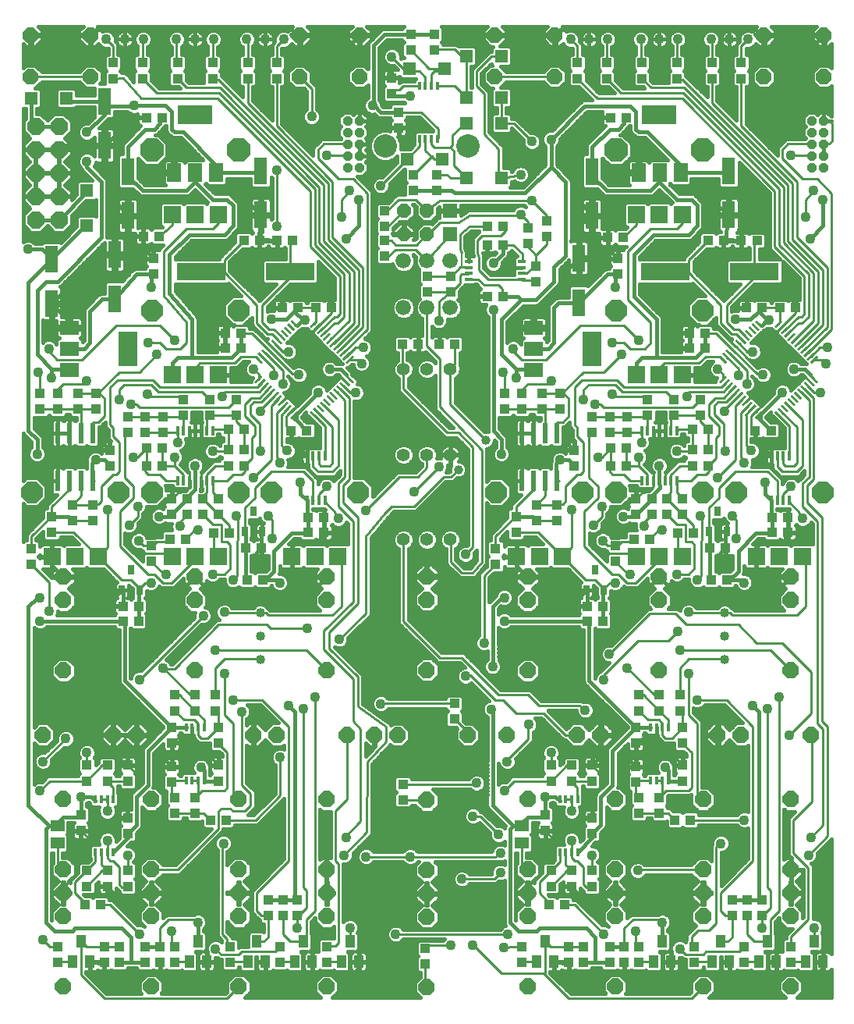
<source format=gtl>
G75*
%MOIN*%
%OFA0B0*%
%FSLAX25Y25*%
%IPPOS*%
%LPD*%
%AMOC8*
5,1,8,0,0,1.08239X$1,22.5*
%
%ADD10R,0.07400X0.07400*%
%ADD11OC8,0.09080*%
%ADD12OC8,0.10000*%
%ADD13OC8,0.06600*%
%ADD14R,0.01000X0.03937*%
%ADD15R,0.03937X0.01000*%
%ADD16R,0.21000X0.07600*%
%ADD17R,0.04331X0.03937*%
%ADD18OC8,0.04200*%
%ADD19R,0.01200X0.03900*%
%ADD20R,0.03937X0.04331*%
%ADD21R,0.02362X0.08661*%
%ADD22R,0.03937X0.05512*%
%ADD23R,0.02756X0.03937*%
%ADD24R,0.05512X0.11811*%
%ADD25R,0.07900X0.05900*%
%ADD26R,0.07900X0.15000*%
%ADD27R,0.05900X0.07900*%
%ADD28R,0.15000X0.07900*%
%ADD29C,0.04356*%
%ADD30R,0.01614X0.04016*%
%ADD31R,0.01378X0.03543*%
%ADD32C,0.04000*%
%ADD33R,0.05906X0.05118*%
%ADD34OC8,0.07000*%
%ADD35R,0.05512X0.05512*%
%ADD36OC8,0.07400*%
%ADD37C,0.05600*%
%ADD38C,0.06600*%
%ADD39R,0.03543X0.01378*%
%ADD40R,0.05931X0.05931*%
%ADD41OC8,0.05931*%
%ADD42C,0.10000*%
%ADD43C,0.01000*%
%ADD44C,0.01600*%
%ADD45C,0.04362*%
%ADD46C,0.03969*%
%ADD47C,0.00800*%
D10*
X0017369Y0192991D03*
X0027212Y0192991D03*
X0037054Y0192991D03*
X0068619Y0192991D03*
X0078462Y0192991D03*
X0088304Y0192991D03*
X0119869Y0192991D03*
X0129712Y0192991D03*
X0139554Y0192991D03*
X0088304Y0270617D03*
X0078462Y0270617D03*
X0068619Y0270617D03*
X0068619Y0339054D03*
X0078462Y0339054D03*
X0088304Y0339054D03*
X0215794Y0192991D03*
X0225637Y0192991D03*
X0235479Y0192991D03*
X0267044Y0192991D03*
X0276887Y0192991D03*
X0286729Y0192991D03*
X0318294Y0192991D03*
X0328137Y0192991D03*
X0337979Y0192991D03*
X0286729Y0270617D03*
X0276887Y0270617D03*
X0267044Y0270617D03*
X0267044Y0339054D03*
X0276887Y0339054D03*
X0286729Y0339054D03*
D11*
X0295391Y0298176D03*
X0258383Y0298176D03*
X0258383Y0220550D03*
X0244141Y0220550D03*
X0207133Y0220550D03*
X0148216Y0220550D03*
X0111208Y0220550D03*
X0096966Y0220550D03*
X0059958Y0220550D03*
X0045716Y0220550D03*
X0008708Y0220550D03*
X0059958Y0298176D03*
X0096966Y0298176D03*
X0295391Y0220550D03*
X0309633Y0220550D03*
X0346641Y0220550D03*
D12*
X0295391Y0366613D03*
X0258383Y0366613D03*
X0096966Y0366613D03*
X0059958Y0366613D03*
D13*
X0033762Y0397900D03*
X0033762Y0415700D03*
X0008162Y0415700D03*
X0008162Y0397900D03*
X0123162Y0397900D03*
X0123162Y0415700D03*
X0148762Y0415700D03*
X0148762Y0397900D03*
X0206587Y0397900D03*
X0206587Y0415700D03*
X0232187Y0415700D03*
X0232187Y0397900D03*
X0321587Y0397900D03*
X0321587Y0415700D03*
X0347187Y0415700D03*
X0347187Y0397900D03*
D14*
G36*
X0317604Y0293500D02*
X0318311Y0294207D01*
X0321094Y0291424D01*
X0320387Y0290717D01*
X0317604Y0293500D01*
G37*
G36*
X0316212Y0292108D02*
X0316919Y0292815D01*
X0319702Y0290032D01*
X0318995Y0289325D01*
X0316212Y0292108D01*
G37*
G36*
X0314820Y0290716D02*
X0315527Y0291423D01*
X0318310Y0288640D01*
X0317603Y0287933D01*
X0314820Y0290716D01*
G37*
G36*
X0313428Y0289324D02*
X0314135Y0290031D01*
X0316918Y0287248D01*
X0316211Y0286541D01*
X0313428Y0289324D01*
G37*
G36*
X0312036Y0287932D02*
X0312743Y0288639D01*
X0315526Y0285856D01*
X0314819Y0285149D01*
X0312036Y0287932D01*
G37*
G36*
X0310644Y0286540D02*
X0311351Y0287247D01*
X0314134Y0284464D01*
X0313427Y0283757D01*
X0310644Y0286540D01*
G37*
G36*
X0309252Y0285149D02*
X0309959Y0285856D01*
X0312742Y0283073D01*
X0312035Y0282366D01*
X0309252Y0285149D01*
G37*
G36*
X0307860Y0283757D02*
X0308567Y0284464D01*
X0311350Y0281681D01*
X0310643Y0280974D01*
X0307860Y0283757D01*
G37*
G36*
X0306468Y0282365D02*
X0307175Y0283072D01*
X0309958Y0280289D01*
X0309251Y0279582D01*
X0306468Y0282365D01*
G37*
G36*
X0305076Y0280973D02*
X0305783Y0281680D01*
X0308566Y0278897D01*
X0307859Y0278190D01*
X0305076Y0280973D01*
G37*
G36*
X0303684Y0279581D02*
X0304391Y0280288D01*
X0307174Y0277505D01*
X0306467Y0276798D01*
X0303684Y0279581D01*
G37*
G36*
X0302292Y0278189D02*
X0302999Y0278896D01*
X0305782Y0276113D01*
X0305075Y0275406D01*
X0302292Y0278189D01*
G37*
G36*
X0325955Y0254526D02*
X0326662Y0255233D01*
X0329445Y0252450D01*
X0328738Y0251743D01*
X0325955Y0254526D01*
G37*
G36*
X0327347Y0255918D02*
X0328054Y0256625D01*
X0330837Y0253842D01*
X0330130Y0253135D01*
X0327347Y0255918D01*
G37*
G36*
X0328739Y0257310D02*
X0329446Y0258017D01*
X0332229Y0255234D01*
X0331522Y0254527D01*
X0328739Y0257310D01*
G37*
G36*
X0330131Y0258702D02*
X0330838Y0259409D01*
X0333621Y0256626D01*
X0332914Y0255919D01*
X0330131Y0258702D01*
G37*
G36*
X0331523Y0260094D02*
X0332230Y0260801D01*
X0335013Y0258018D01*
X0334306Y0257311D01*
X0331523Y0260094D01*
G37*
G36*
X0332915Y0261486D02*
X0333622Y0262193D01*
X0336405Y0259410D01*
X0335698Y0258703D01*
X0332915Y0261486D01*
G37*
G36*
X0334307Y0262877D02*
X0335014Y0263584D01*
X0337797Y0260801D01*
X0337090Y0260094D01*
X0334307Y0262877D01*
G37*
G36*
X0335699Y0264269D02*
X0336406Y0264976D01*
X0339189Y0262193D01*
X0338482Y0261486D01*
X0335699Y0264269D01*
G37*
G36*
X0337091Y0265661D02*
X0337798Y0266368D01*
X0340581Y0263585D01*
X0339874Y0262878D01*
X0337091Y0265661D01*
G37*
G36*
X0338483Y0267053D02*
X0339190Y0267760D01*
X0341973Y0264977D01*
X0341266Y0264270D01*
X0338483Y0267053D01*
G37*
G36*
X0339875Y0268445D02*
X0340582Y0269152D01*
X0343365Y0266369D01*
X0342658Y0265662D01*
X0339875Y0268445D01*
G37*
G36*
X0341267Y0269837D02*
X0341974Y0270544D01*
X0344757Y0267761D01*
X0344050Y0267054D01*
X0341267Y0269837D01*
G37*
G36*
X0142841Y0269837D02*
X0143548Y0270544D01*
X0146331Y0267761D01*
X0145624Y0267054D01*
X0142841Y0269837D01*
G37*
G36*
X0141449Y0268445D02*
X0142156Y0269152D01*
X0144939Y0266369D01*
X0144232Y0265662D01*
X0141449Y0268445D01*
G37*
G36*
X0140058Y0267053D02*
X0140765Y0267760D01*
X0143548Y0264977D01*
X0142841Y0264270D01*
X0140058Y0267053D01*
G37*
G36*
X0138666Y0265661D02*
X0139373Y0266368D01*
X0142156Y0263585D01*
X0141449Y0262878D01*
X0138666Y0265661D01*
G37*
G36*
X0137274Y0264269D02*
X0137981Y0264976D01*
X0140764Y0262193D01*
X0140057Y0261486D01*
X0137274Y0264269D01*
G37*
G36*
X0135882Y0262877D02*
X0136589Y0263584D01*
X0139372Y0260801D01*
X0138665Y0260094D01*
X0135882Y0262877D01*
G37*
G36*
X0134490Y0261486D02*
X0135197Y0262193D01*
X0137980Y0259410D01*
X0137273Y0258703D01*
X0134490Y0261486D01*
G37*
G36*
X0133098Y0260094D02*
X0133805Y0260801D01*
X0136588Y0258018D01*
X0135881Y0257311D01*
X0133098Y0260094D01*
G37*
G36*
X0131706Y0258702D02*
X0132413Y0259409D01*
X0135196Y0256626D01*
X0134489Y0255919D01*
X0131706Y0258702D01*
G37*
G36*
X0130314Y0257310D02*
X0131021Y0258017D01*
X0133804Y0255234D01*
X0133097Y0254527D01*
X0130314Y0257310D01*
G37*
G36*
X0128922Y0255918D02*
X0129629Y0256625D01*
X0132412Y0253842D01*
X0131705Y0253135D01*
X0128922Y0255918D01*
G37*
G36*
X0127530Y0254526D02*
X0128237Y0255233D01*
X0131020Y0252450D01*
X0130313Y0251743D01*
X0127530Y0254526D01*
G37*
G36*
X0103867Y0278189D02*
X0104574Y0278896D01*
X0107357Y0276113D01*
X0106650Y0275406D01*
X0103867Y0278189D01*
G37*
G36*
X0105259Y0279581D02*
X0105966Y0280288D01*
X0108749Y0277505D01*
X0108042Y0276798D01*
X0105259Y0279581D01*
G37*
G36*
X0106651Y0280973D02*
X0107358Y0281680D01*
X0110141Y0278897D01*
X0109434Y0278190D01*
X0106651Y0280973D01*
G37*
G36*
X0108043Y0282365D02*
X0108750Y0283072D01*
X0111533Y0280289D01*
X0110826Y0279582D01*
X0108043Y0282365D01*
G37*
G36*
X0109435Y0283757D02*
X0110142Y0284464D01*
X0112925Y0281681D01*
X0112218Y0280974D01*
X0109435Y0283757D01*
G37*
G36*
X0110827Y0285149D02*
X0111534Y0285856D01*
X0114317Y0283073D01*
X0113610Y0282366D01*
X0110827Y0285149D01*
G37*
G36*
X0112219Y0286540D02*
X0112926Y0287247D01*
X0115709Y0284464D01*
X0115002Y0283757D01*
X0112219Y0286540D01*
G37*
G36*
X0113611Y0287932D02*
X0114318Y0288639D01*
X0117101Y0285856D01*
X0116394Y0285149D01*
X0113611Y0287932D01*
G37*
G36*
X0115003Y0289324D02*
X0115710Y0290031D01*
X0118493Y0287248D01*
X0117786Y0286541D01*
X0115003Y0289324D01*
G37*
G36*
X0116395Y0290716D02*
X0117102Y0291423D01*
X0119885Y0288640D01*
X0119178Y0287933D01*
X0116395Y0290716D01*
G37*
G36*
X0117786Y0292108D02*
X0118493Y0292815D01*
X0121276Y0290032D01*
X0120569Y0289325D01*
X0117786Y0292108D01*
G37*
G36*
X0119178Y0293500D02*
X0119885Y0294207D01*
X0122668Y0291424D01*
X0121961Y0290717D01*
X0119178Y0293500D01*
G37*
D15*
G36*
X0127530Y0291424D02*
X0130313Y0294207D01*
X0131020Y0293500D01*
X0128237Y0290717D01*
X0127530Y0291424D01*
G37*
G36*
X0128922Y0290032D02*
X0131705Y0292815D01*
X0132412Y0292108D01*
X0129629Y0289325D01*
X0128922Y0290032D01*
G37*
G36*
X0130314Y0288640D02*
X0133097Y0291423D01*
X0133804Y0290716D01*
X0131021Y0287933D01*
X0130314Y0288640D01*
G37*
G36*
X0131706Y0287248D02*
X0134489Y0290031D01*
X0135196Y0289324D01*
X0132413Y0286541D01*
X0131706Y0287248D01*
G37*
G36*
X0133098Y0285856D02*
X0135881Y0288639D01*
X0136588Y0287932D01*
X0133805Y0285149D01*
X0133098Y0285856D01*
G37*
G36*
X0134490Y0284464D02*
X0137273Y0287247D01*
X0137980Y0286540D01*
X0135197Y0283757D01*
X0134490Y0284464D01*
G37*
G36*
X0135882Y0283073D02*
X0138665Y0285856D01*
X0139372Y0285149D01*
X0136589Y0282366D01*
X0135882Y0283073D01*
G37*
G36*
X0137274Y0281681D02*
X0140057Y0284464D01*
X0140764Y0283757D01*
X0137981Y0280974D01*
X0137274Y0281681D01*
G37*
G36*
X0138666Y0280289D02*
X0141449Y0283072D01*
X0142156Y0282365D01*
X0139373Y0279582D01*
X0138666Y0280289D01*
G37*
G36*
X0140058Y0278897D02*
X0142841Y0281680D01*
X0143548Y0280973D01*
X0140765Y0278190D01*
X0140058Y0278897D01*
G37*
G36*
X0141449Y0277505D02*
X0144232Y0280288D01*
X0144939Y0279581D01*
X0142156Y0276798D01*
X0141449Y0277505D01*
G37*
G36*
X0142841Y0276113D02*
X0145624Y0278896D01*
X0146331Y0278189D01*
X0143548Y0275406D01*
X0142841Y0276113D01*
G37*
G36*
X0119178Y0252450D02*
X0121961Y0255233D01*
X0122668Y0254526D01*
X0119885Y0251743D01*
X0119178Y0252450D01*
G37*
G36*
X0117786Y0253842D02*
X0120569Y0256625D01*
X0121276Y0255918D01*
X0118493Y0253135D01*
X0117786Y0253842D01*
G37*
G36*
X0116395Y0255234D02*
X0119178Y0258017D01*
X0119885Y0257310D01*
X0117102Y0254527D01*
X0116395Y0255234D01*
G37*
G36*
X0115003Y0256626D02*
X0117786Y0259409D01*
X0118493Y0258702D01*
X0115710Y0255919D01*
X0115003Y0256626D01*
G37*
G36*
X0113611Y0258018D02*
X0116394Y0260801D01*
X0117101Y0260094D01*
X0114318Y0257311D01*
X0113611Y0258018D01*
G37*
G36*
X0112219Y0259410D02*
X0115002Y0262193D01*
X0115709Y0261486D01*
X0112926Y0258703D01*
X0112219Y0259410D01*
G37*
G36*
X0110827Y0260801D02*
X0113610Y0263584D01*
X0114317Y0262877D01*
X0111534Y0260094D01*
X0110827Y0260801D01*
G37*
G36*
X0109435Y0262193D02*
X0112218Y0264976D01*
X0112925Y0264269D01*
X0110142Y0261486D01*
X0109435Y0262193D01*
G37*
G36*
X0108043Y0263585D02*
X0110826Y0266368D01*
X0111533Y0265661D01*
X0108750Y0262878D01*
X0108043Y0263585D01*
G37*
G36*
X0106651Y0264977D02*
X0109434Y0267760D01*
X0110141Y0267053D01*
X0107358Y0264270D01*
X0106651Y0264977D01*
G37*
G36*
X0105259Y0266369D02*
X0108042Y0269152D01*
X0108749Y0268445D01*
X0105966Y0265662D01*
X0105259Y0266369D01*
G37*
G36*
X0103867Y0267761D02*
X0106650Y0270544D01*
X0107357Y0269837D01*
X0104574Y0267054D01*
X0103867Y0267761D01*
G37*
G36*
X0302292Y0267761D02*
X0305075Y0270544D01*
X0305782Y0269837D01*
X0302999Y0267054D01*
X0302292Y0267761D01*
G37*
G36*
X0303684Y0266369D02*
X0306467Y0269152D01*
X0307174Y0268445D01*
X0304391Y0265662D01*
X0303684Y0266369D01*
G37*
G36*
X0305076Y0264977D02*
X0307859Y0267760D01*
X0308566Y0267053D01*
X0305783Y0264270D01*
X0305076Y0264977D01*
G37*
G36*
X0306468Y0263585D02*
X0309251Y0266368D01*
X0309958Y0265661D01*
X0307175Y0262878D01*
X0306468Y0263585D01*
G37*
G36*
X0307860Y0262193D02*
X0310643Y0264976D01*
X0311350Y0264269D01*
X0308567Y0261486D01*
X0307860Y0262193D01*
G37*
G36*
X0309252Y0260801D02*
X0312035Y0263584D01*
X0312742Y0262877D01*
X0309959Y0260094D01*
X0309252Y0260801D01*
G37*
G36*
X0310644Y0259410D02*
X0313427Y0262193D01*
X0314134Y0261486D01*
X0311351Y0258703D01*
X0310644Y0259410D01*
G37*
G36*
X0312036Y0258018D02*
X0314819Y0260801D01*
X0315526Y0260094D01*
X0312743Y0257311D01*
X0312036Y0258018D01*
G37*
G36*
X0313428Y0256626D02*
X0316211Y0259409D01*
X0316918Y0258702D01*
X0314135Y0255919D01*
X0313428Y0256626D01*
G37*
G36*
X0314820Y0255234D02*
X0317603Y0258017D01*
X0318310Y0257310D01*
X0315527Y0254527D01*
X0314820Y0255234D01*
G37*
G36*
X0316212Y0253842D02*
X0318995Y0256625D01*
X0319702Y0255918D01*
X0316919Y0253135D01*
X0316212Y0253842D01*
G37*
G36*
X0317604Y0252450D02*
X0320387Y0255233D01*
X0321094Y0254526D01*
X0318311Y0251743D01*
X0317604Y0252450D01*
G37*
G36*
X0339875Y0277505D02*
X0342658Y0280288D01*
X0343365Y0279581D01*
X0340582Y0276798D01*
X0339875Y0277505D01*
G37*
G36*
X0338483Y0278897D02*
X0341266Y0281680D01*
X0341973Y0280973D01*
X0339190Y0278190D01*
X0338483Y0278897D01*
G37*
G36*
X0337091Y0280289D02*
X0339874Y0283072D01*
X0340581Y0282365D01*
X0337798Y0279582D01*
X0337091Y0280289D01*
G37*
G36*
X0335699Y0281681D02*
X0338482Y0284464D01*
X0339189Y0283757D01*
X0336406Y0280974D01*
X0335699Y0281681D01*
G37*
G36*
X0334307Y0283073D02*
X0337090Y0285856D01*
X0337797Y0285149D01*
X0335014Y0282366D01*
X0334307Y0283073D01*
G37*
G36*
X0332915Y0284464D02*
X0335698Y0287247D01*
X0336405Y0286540D01*
X0333622Y0283757D01*
X0332915Y0284464D01*
G37*
G36*
X0331523Y0285856D02*
X0334306Y0288639D01*
X0335013Y0287932D01*
X0332230Y0285149D01*
X0331523Y0285856D01*
G37*
G36*
X0330131Y0287248D02*
X0332914Y0290031D01*
X0333621Y0289324D01*
X0330838Y0286541D01*
X0330131Y0287248D01*
G37*
G36*
X0328739Y0288640D02*
X0331522Y0291423D01*
X0332229Y0290716D01*
X0329446Y0287933D01*
X0328739Y0288640D01*
G37*
G36*
X0327347Y0290032D02*
X0330130Y0292815D01*
X0330837Y0292108D01*
X0328054Y0289325D01*
X0327347Y0290032D01*
G37*
G36*
X0325955Y0291424D02*
X0328738Y0294207D01*
X0329445Y0293500D01*
X0326662Y0290717D01*
X0325955Y0291424D01*
G37*
G36*
X0341267Y0276113D02*
X0344050Y0278896D01*
X0344757Y0278189D01*
X0341974Y0275406D01*
X0341267Y0276113D01*
G37*
D16*
X0317543Y0314710D03*
X0279543Y0314710D03*
X0119118Y0314710D03*
X0081118Y0314710D03*
D17*
X0019712Y0019704D03*
X0019712Y0026396D03*
X0039712Y0026396D03*
X0045962Y0026396D03*
X0045962Y0019704D03*
X0039712Y0019704D03*
X0057212Y0019704D03*
X0063462Y0019704D03*
X0069712Y0019704D03*
X0069712Y0026396D03*
X0063462Y0026396D03*
X0057212Y0026396D03*
X0040962Y0052204D03*
X0040962Y0058896D03*
X0032212Y0058896D03*
X0032212Y0052204D03*
X0032212Y0097204D03*
X0032212Y0103896D03*
X0040962Y0103896D03*
X0040962Y0097204D03*
X0069712Y0090146D03*
X0069712Y0083454D03*
X0088462Y0113454D03*
X0088462Y0120146D03*
X0087212Y0127204D03*
X0087212Y0133896D03*
X0078462Y0133896D03*
X0078462Y0127204D03*
X0069712Y0127204D03*
X0069712Y0133896D03*
X0054308Y0171800D03*
X0047615Y0171800D03*
X0059712Y0190954D03*
X0059712Y0197646D03*
X0075212Y0210954D03*
X0081712Y0210954D03*
X0081712Y0217646D03*
X0075212Y0217646D03*
X0064308Y0231800D03*
X0057615Y0231800D03*
X0057212Y0245954D03*
X0057212Y0252646D03*
X0049712Y0252646D03*
X0049712Y0245954D03*
X0028462Y0255954D03*
X0028462Y0262646D03*
X0019712Y0262646D03*
X0019712Y0255954D03*
X0012212Y0255954D03*
X0012212Y0262646D03*
X0025962Y0215146D03*
X0025962Y0208454D03*
X0017212Y0210146D03*
X0017212Y0203454D03*
X0008462Y0196396D03*
X0008462Y0189704D03*
X0073462Y0253454D03*
X0073462Y0260146D03*
X0084712Y0260146D03*
X0084712Y0253454D03*
X0092615Y0247425D03*
X0095962Y0253454D03*
X0099308Y0247425D03*
X0095962Y0260146D03*
X0098058Y0282051D03*
X0098058Y0288488D03*
X0091365Y0288488D03*
X0091365Y0282051D03*
X0115740Y0299300D03*
X0122433Y0299300D03*
X0130115Y0299300D03*
X0136808Y0299300D03*
X0159436Y0321288D03*
X0159436Y0327981D03*
X0159436Y0333887D03*
X0159436Y0340580D03*
X0171926Y0349438D03*
X0171926Y0356131D03*
X0181926Y0356131D03*
X0181926Y0349438D03*
X0203334Y0326209D03*
X0210027Y0326209D03*
X0220853Y0326603D03*
X0220853Y0333296D03*
X0228924Y0336249D03*
X0228924Y0329556D03*
X0224003Y0316957D03*
X0224003Y0310265D03*
X0210027Y0304162D03*
X0203334Y0304162D03*
X0187783Y0306131D03*
X0187783Y0312824D03*
X0210637Y0262646D03*
X0210637Y0255954D03*
X0218137Y0255954D03*
X0218137Y0262646D03*
X0226887Y0262646D03*
X0226887Y0255954D03*
X0248137Y0252646D03*
X0248137Y0245954D03*
X0255637Y0245954D03*
X0255637Y0252646D03*
X0271887Y0253454D03*
X0271887Y0260146D03*
X0283137Y0260146D03*
X0283137Y0253454D03*
X0291040Y0247425D03*
X0294387Y0253454D03*
X0297733Y0247425D03*
X0294387Y0260146D03*
X0296483Y0282051D03*
X0296483Y0288488D03*
X0289790Y0288488D03*
X0289790Y0282051D03*
X0314165Y0299300D03*
X0320858Y0299300D03*
X0328540Y0299300D03*
X0335233Y0299300D03*
X0318604Y0327981D03*
X0311912Y0327981D03*
X0304387Y0328060D03*
X0297694Y0328060D03*
X0262733Y0380550D03*
X0256040Y0380550D03*
X0254387Y0397204D03*
X0254387Y0403896D03*
X0241887Y0403896D03*
X0241887Y0397204D03*
X0269387Y0397204D03*
X0269387Y0403896D03*
X0284387Y0403896D03*
X0284387Y0397204D03*
X0299387Y0397204D03*
X0299387Y0403896D03*
X0311887Y0403896D03*
X0311887Y0397204D03*
X0317915Y0246800D03*
X0324608Y0246800D03*
X0297733Y0231800D03*
X0291040Y0231800D03*
X0286887Y0217646D03*
X0286887Y0210954D03*
X0280137Y0210954D03*
X0273637Y0210954D03*
X0273637Y0217646D03*
X0280137Y0217646D03*
X0262733Y0231800D03*
X0256040Y0231800D03*
X0258137Y0197646D03*
X0258137Y0190954D03*
X0252733Y0171800D03*
X0246040Y0171800D03*
X0224387Y0208454D03*
X0224387Y0215146D03*
X0215637Y0210146D03*
X0215637Y0203454D03*
X0206887Y0196396D03*
X0206887Y0189704D03*
X0189348Y0130284D03*
X0189348Y0123591D03*
X0167320Y0095875D03*
X0167320Y0089182D03*
X0122212Y0046396D03*
X0115962Y0046396D03*
X0115962Y0039704D03*
X0122212Y0039704D03*
X0109712Y0039704D03*
X0109712Y0046396D03*
X0114712Y0026396D03*
X0114712Y0019704D03*
X0134712Y0019704D03*
X0134712Y0026396D03*
X0093462Y0026396D03*
X0093462Y0019704D03*
X0176759Y0018926D03*
X0176759Y0025619D03*
X0218137Y0026396D03*
X0218137Y0019704D03*
X0238137Y0019704D03*
X0244387Y0019704D03*
X0244387Y0026396D03*
X0238137Y0026396D03*
X0255637Y0026396D03*
X0261887Y0026396D03*
X0268137Y0026396D03*
X0268137Y0019704D03*
X0261887Y0019704D03*
X0255637Y0019704D03*
X0239387Y0052204D03*
X0239387Y0058896D03*
X0230637Y0058896D03*
X0230637Y0052204D03*
X0230637Y0097204D03*
X0230637Y0103896D03*
X0239387Y0103896D03*
X0239387Y0097204D03*
X0268137Y0090146D03*
X0268137Y0083454D03*
X0286887Y0113454D03*
X0286887Y0120146D03*
X0285637Y0127204D03*
X0285637Y0133896D03*
X0276887Y0133896D03*
X0276887Y0127204D03*
X0268137Y0127204D03*
X0268137Y0133896D03*
X0298540Y0196800D03*
X0305233Y0196800D03*
X0325233Y0203355D03*
X0325233Y0209605D03*
X0331926Y0209605D03*
X0331926Y0203355D03*
X0320637Y0046396D03*
X0320637Y0039704D03*
X0314387Y0039704D03*
X0314387Y0046396D03*
X0308137Y0046396D03*
X0308137Y0039704D03*
X0313137Y0026396D03*
X0313137Y0019704D03*
X0291887Y0019704D03*
X0291887Y0026396D03*
X0333137Y0026396D03*
X0333137Y0019704D03*
X0133501Y0203355D03*
X0133501Y0209605D03*
X0126808Y0209605D03*
X0126808Y0203355D03*
X0106808Y0196800D03*
X0100115Y0196800D03*
X0088462Y0210954D03*
X0088462Y0217646D03*
X0092615Y0231800D03*
X0099308Y0231800D03*
X0119490Y0246800D03*
X0126183Y0246800D03*
X0120179Y0327981D03*
X0113486Y0327981D03*
X0105962Y0328060D03*
X0099269Y0328060D03*
X0064308Y0380550D03*
X0057615Y0380550D03*
X0055962Y0397204D03*
X0055962Y0403896D03*
X0043462Y0403896D03*
X0043462Y0397204D03*
X0070962Y0397204D03*
X0070962Y0403896D03*
X0085962Y0403896D03*
X0085962Y0397204D03*
X0100962Y0397204D03*
X0100962Y0403896D03*
X0113462Y0403896D03*
X0113462Y0397204D03*
X0170676Y0409438D03*
X0170676Y0416131D03*
X0180676Y0416131D03*
X0180676Y0409438D03*
D18*
X0148600Y0379088D03*
X0148600Y0374088D03*
X0148600Y0369088D03*
X0148600Y0364088D03*
X0148600Y0359088D03*
X0143600Y0359088D03*
X0143600Y0364088D03*
X0143600Y0369088D03*
X0143600Y0374088D03*
X0143600Y0379088D03*
X0342025Y0379088D03*
X0342025Y0374088D03*
X0342025Y0369088D03*
X0342025Y0364088D03*
X0342025Y0359088D03*
X0347025Y0359088D03*
X0347025Y0364088D03*
X0347025Y0369088D03*
X0347025Y0374088D03*
X0347025Y0379088D03*
D19*
X0284387Y0246880D03*
X0281887Y0246880D03*
X0279387Y0246880D03*
X0276887Y0246880D03*
X0274387Y0246880D03*
X0271887Y0246880D03*
X0269387Y0246880D03*
X0269387Y0225480D03*
X0271887Y0225480D03*
X0274387Y0225480D03*
X0276887Y0225480D03*
X0279387Y0225480D03*
X0281887Y0225480D03*
X0284387Y0225480D03*
X0085962Y0225480D03*
X0083462Y0225480D03*
X0080962Y0225480D03*
X0078462Y0225480D03*
X0075962Y0225480D03*
X0073462Y0225480D03*
X0070962Y0225480D03*
X0070962Y0246880D03*
X0073462Y0246880D03*
X0075962Y0246880D03*
X0078462Y0246880D03*
X0080962Y0246880D03*
X0083462Y0246880D03*
X0085962Y0246880D03*
D20*
X0092615Y0238670D03*
X0099308Y0238670D03*
X0068462Y0217646D03*
X0068462Y0210954D03*
X0067615Y0200550D03*
X0074308Y0200550D03*
X0086365Y0203050D03*
X0093058Y0203050D03*
X0100735Y0183050D03*
X0107428Y0183050D03*
X0064308Y0239300D03*
X0064712Y0245954D03*
X0057615Y0239300D03*
X0064712Y0252646D03*
X0042051Y0238533D03*
X0042051Y0231841D03*
X0034712Y0215146D03*
X0034712Y0208454D03*
X0047615Y0165550D03*
X0054308Y0165550D03*
X0068462Y0120146D03*
X0068462Y0113454D03*
X0068462Y0103276D03*
X0068462Y0096583D03*
X0078462Y0090146D03*
X0078462Y0083454D03*
X0085115Y0080550D03*
X0091808Y0080550D03*
X0088462Y0097204D03*
X0088462Y0103896D03*
X0049712Y0103896D03*
X0049712Y0097204D03*
X0049712Y0081396D03*
X0049712Y0074704D03*
X0049712Y0058896D03*
X0049712Y0052204D03*
X0038058Y0044300D03*
X0031365Y0044300D03*
X0029712Y0075954D03*
X0029712Y0082646D03*
X0035962Y0255954D03*
X0035962Y0262646D03*
X0060706Y0313660D03*
X0060706Y0320353D03*
X0063058Y0329800D03*
X0056365Y0329800D03*
X0165470Y0376150D03*
X0165470Y0382843D03*
X0162320Y0390747D03*
X0162320Y0397440D03*
X0203334Y0334083D03*
X0210027Y0334083D03*
X0177743Y0312824D03*
X0177743Y0306131D03*
X0173806Y0283690D03*
X0167113Y0283690D03*
X0182861Y0283690D03*
X0189554Y0283690D03*
X0234387Y0262646D03*
X0234387Y0255954D03*
X0240476Y0238533D03*
X0240476Y0231841D03*
X0233137Y0215146D03*
X0233137Y0208454D03*
X0256040Y0239300D03*
X0262733Y0239300D03*
X0263137Y0245954D03*
X0263137Y0252646D03*
X0291040Y0238670D03*
X0297733Y0238670D03*
X0266887Y0217646D03*
X0266887Y0210954D03*
X0266040Y0200550D03*
X0272733Y0200550D03*
X0284790Y0203050D03*
X0291483Y0203050D03*
X0299161Y0183050D03*
X0305853Y0183050D03*
X0252733Y0165550D03*
X0246040Y0165550D03*
X0266887Y0120146D03*
X0266887Y0113454D03*
X0266887Y0103276D03*
X0266887Y0096583D03*
X0276887Y0090146D03*
X0276887Y0083454D03*
X0283540Y0080550D03*
X0290233Y0080550D03*
X0286887Y0097204D03*
X0286887Y0103896D03*
X0248137Y0103896D03*
X0248137Y0097204D03*
X0248137Y0081396D03*
X0248137Y0074704D03*
X0248137Y0058896D03*
X0248137Y0052204D03*
X0236483Y0044300D03*
X0229790Y0044300D03*
X0228137Y0075954D03*
X0228137Y0082646D03*
X0259131Y0313660D03*
X0259131Y0320353D03*
X0261483Y0329300D03*
X0254790Y0329300D03*
D21*
X0233137Y0245786D03*
X0228137Y0245786D03*
X0223137Y0245786D03*
X0218137Y0245786D03*
X0218137Y0225314D03*
X0223137Y0225314D03*
X0228137Y0225314D03*
X0233137Y0225314D03*
X0034712Y0225314D03*
X0029712Y0225314D03*
X0024712Y0225314D03*
X0019712Y0225314D03*
X0019712Y0245786D03*
X0024712Y0245786D03*
X0029712Y0245786D03*
X0034712Y0245786D03*
D22*
X0029712Y0028631D03*
X0033452Y0019969D03*
X0025972Y0019969D03*
X0075972Y0019969D03*
X0083452Y0019969D03*
X0079712Y0028631D03*
X0100972Y0019969D03*
X0108452Y0019969D03*
X0104712Y0028631D03*
X0120972Y0019969D03*
X0128452Y0019969D03*
X0124712Y0028631D03*
X0140972Y0019969D03*
X0148452Y0019969D03*
X0144712Y0028631D03*
X0224397Y0019969D03*
X0231877Y0019969D03*
X0228137Y0028631D03*
X0274397Y0019969D03*
X0281877Y0019969D03*
X0278137Y0028631D03*
X0299397Y0019969D03*
X0306877Y0019969D03*
X0303137Y0028631D03*
X0319397Y0019969D03*
X0326877Y0019969D03*
X0323137Y0028631D03*
X0339397Y0019969D03*
X0346877Y0019969D03*
X0343137Y0028631D03*
D23*
X0253127Y0178719D03*
X0245647Y0178719D03*
X0249387Y0187381D03*
X0298147Y0203719D03*
X0305627Y0203719D03*
X0301887Y0212381D03*
X0107202Y0203719D03*
X0099722Y0203719D03*
X0103462Y0212381D03*
X0054702Y0178719D03*
X0047222Y0178719D03*
X0050962Y0187381D03*
D24*
X0044086Y0303101D03*
X0044086Y0321999D03*
X0049712Y0338601D03*
X0049712Y0357499D03*
X0039712Y0368601D03*
X0039712Y0387499D03*
X0017212Y0319999D03*
X0017212Y0301101D03*
X0106587Y0338926D03*
X0106587Y0357824D03*
X0242511Y0320424D03*
X0242511Y0301526D03*
X0248137Y0338601D03*
X0248137Y0357499D03*
X0306587Y0357824D03*
X0306587Y0338926D03*
D25*
X0223237Y0290700D03*
X0223237Y0281700D03*
X0223237Y0272700D03*
X0024812Y0272700D03*
X0024812Y0281700D03*
X0024812Y0290700D03*
D26*
X0049612Y0281800D03*
X0248037Y0281800D03*
D27*
X0267987Y0356900D03*
X0276987Y0356900D03*
X0285987Y0356900D03*
X0087562Y0356900D03*
X0078562Y0356900D03*
X0069562Y0356900D03*
D28*
X0078462Y0381700D03*
X0276887Y0381700D03*
D29*
X0276887Y0413936D03*
X0269013Y0413936D03*
X0254761Y0413936D03*
X0246887Y0413936D03*
X0239013Y0413936D03*
X0284761Y0413936D03*
X0299013Y0413936D03*
X0306887Y0413936D03*
X0314761Y0413936D03*
X0116336Y0413936D03*
X0108462Y0413936D03*
X0100588Y0413936D03*
X0086336Y0413936D03*
X0078462Y0413936D03*
X0070588Y0413936D03*
X0056336Y0413936D03*
X0048462Y0413936D03*
X0040588Y0413936D03*
D30*
X0126316Y0235929D03*
X0128875Y0235929D03*
X0131434Y0235929D03*
X0133993Y0235929D03*
X0133993Y0217031D03*
X0131434Y0217031D03*
X0128875Y0217031D03*
X0126316Y0217031D03*
X0324741Y0217031D03*
X0327300Y0217031D03*
X0329859Y0217031D03*
X0332418Y0217031D03*
X0332418Y0235929D03*
X0329859Y0235929D03*
X0327300Y0235929D03*
X0324741Y0235929D03*
D31*
X0280726Y0119989D03*
X0278166Y0119989D03*
X0275607Y0119989D03*
X0273048Y0119989D03*
X0273048Y0097351D03*
X0275607Y0097351D03*
X0278166Y0097351D03*
X0280726Y0097351D03*
X0241976Y0089369D03*
X0239416Y0089369D03*
X0236857Y0089369D03*
X0234298Y0089369D03*
X0234298Y0066731D03*
X0236857Y0066731D03*
X0239416Y0066731D03*
X0241976Y0066731D03*
X0082300Y0097351D03*
X0079741Y0097351D03*
X0077182Y0097351D03*
X0074623Y0097351D03*
X0074623Y0119989D03*
X0077182Y0119989D03*
X0079741Y0119989D03*
X0082300Y0119989D03*
X0043550Y0089369D03*
X0040991Y0089369D03*
X0038432Y0089369D03*
X0035873Y0089369D03*
X0035873Y0066731D03*
X0038432Y0066731D03*
X0040991Y0066731D03*
X0043550Y0066731D03*
X0174338Y0371465D03*
X0176897Y0371465D03*
X0179456Y0371465D03*
X0182015Y0371465D03*
X0182015Y0394103D03*
X0179456Y0394103D03*
X0176897Y0394103D03*
X0174338Y0394103D03*
D32*
X0106287Y0169113D03*
X0106287Y0159113D03*
X0106287Y0149113D03*
X0304712Y0149113D03*
X0304712Y0159113D03*
X0304712Y0169113D03*
D33*
X0218137Y0078040D03*
X0218137Y0070560D03*
X0019712Y0070560D03*
X0019712Y0078040D03*
D34*
X0022212Y0089300D03*
X0013451Y0116800D03*
X0022212Y0144300D03*
X0022212Y0174300D03*
X0022212Y0184300D03*
X0078462Y0184300D03*
X0078462Y0174300D03*
X0078462Y0144300D03*
X0103462Y0116800D03*
X0113462Y0116800D03*
X0097212Y0089300D03*
X0097212Y0059300D03*
X0097212Y0049300D03*
X0097212Y0049300D03*
X0097212Y0039300D03*
X0097212Y0009300D03*
X0059712Y0009300D03*
X0059712Y0039300D03*
X0059712Y0049300D03*
X0059712Y0049300D03*
X0059712Y0059300D03*
X0059712Y0089300D03*
X0053451Y0116800D03*
X0043451Y0116800D03*
X0022212Y0059300D03*
X0022212Y0049300D03*
X0022212Y0049300D03*
X0022212Y0039300D03*
X0022212Y0009300D03*
X0134712Y0009300D03*
X0134712Y0039300D03*
X0134712Y0049300D03*
X0134712Y0049300D03*
X0134712Y0059300D03*
X0134712Y0089300D03*
X0143462Y0116800D03*
X0155046Y0116761D03*
X0165046Y0116761D03*
X0177546Y0144536D03*
X0177546Y0174536D03*
X0177546Y0184536D03*
X0134712Y0184300D03*
X0134712Y0174300D03*
X0134712Y0144300D03*
X0177546Y0088985D03*
X0177546Y0058985D03*
X0177546Y0049103D03*
X0177546Y0048985D03*
X0177546Y0039103D03*
X0177546Y0009103D03*
X0220637Y0009300D03*
X0220637Y0039300D03*
X0220637Y0049300D03*
X0220637Y0049300D03*
X0220637Y0059300D03*
X0220637Y0089300D03*
X0211876Y0116800D03*
X0195046Y0116761D03*
X0220637Y0144300D03*
X0220637Y0174300D03*
X0220637Y0184300D03*
X0276887Y0184300D03*
X0276887Y0174300D03*
X0276887Y0144300D03*
X0301887Y0116800D03*
X0311887Y0116800D03*
X0295637Y0089300D03*
X0295637Y0059300D03*
X0295637Y0049300D03*
X0295637Y0049300D03*
X0295637Y0039300D03*
X0295637Y0009300D03*
X0333137Y0009300D03*
X0333137Y0039300D03*
X0333137Y0049300D03*
X0333137Y0049300D03*
X0333137Y0059300D03*
X0333137Y0089300D03*
X0341887Y0116800D03*
X0333137Y0144300D03*
X0333137Y0174300D03*
X0333137Y0184300D03*
X0258137Y0089300D03*
X0251876Y0116800D03*
X0241876Y0116800D03*
X0258137Y0059300D03*
X0258137Y0049300D03*
X0258137Y0049300D03*
X0258137Y0039300D03*
X0258137Y0009300D03*
D35*
X0032212Y0334320D03*
X0032212Y0349280D03*
X0023442Y0388675D03*
X0008481Y0388675D03*
X0169146Y0362784D03*
X0184107Y0362784D03*
X0194446Y0354585D03*
X0209407Y0354585D03*
X0209407Y0378109D03*
X0209407Y0389034D03*
X0194446Y0389034D03*
X0194446Y0378109D03*
X0185031Y0401534D03*
X0194446Y0406652D03*
X0209407Y0406652D03*
X0170071Y0401534D03*
D36*
X0020337Y0376800D03*
X0020337Y0366800D03*
X0020337Y0356800D03*
X0020337Y0346800D03*
X0020337Y0336800D03*
X0010337Y0336800D03*
X0010337Y0346800D03*
X0010337Y0356800D03*
X0010337Y0366800D03*
X0010337Y0376800D03*
D37*
X0167546Y0273060D03*
X0177546Y0273060D03*
X0187546Y0273060D03*
X0187546Y0236446D03*
X0177546Y0236446D03*
X0167546Y0236446D03*
X0167546Y0200225D03*
X0177546Y0200225D03*
X0187546Y0200225D03*
D38*
X0187546Y0299280D03*
X0177546Y0299280D03*
X0167546Y0299280D03*
X0167546Y0319280D03*
X0177546Y0319280D03*
X0187546Y0319280D03*
D39*
X0195361Y0319024D03*
X0195361Y0316465D03*
X0195361Y0313906D03*
X0195361Y0311347D03*
X0217999Y0311347D03*
X0217999Y0313906D03*
X0217999Y0316465D03*
X0217999Y0319024D03*
D40*
X0187389Y0330776D03*
X0187389Y0340776D03*
D41*
X0177546Y0340776D03*
X0167704Y0340776D03*
X0167704Y0330776D03*
X0177546Y0330776D03*
D42*
X0159830Y0368335D03*
X0195263Y0368335D03*
D43*
X0188964Y0366367D02*
X0188964Y0360068D01*
X0194446Y0354585D01*
X0187753Y0354585D01*
X0186208Y0356131D01*
X0181926Y0356131D01*
X0182773Y0355284D01*
X0181926Y0349438D02*
X0171926Y0349438D01*
X0171080Y0349438D01*
X0172822Y0345501D02*
X0177546Y0340776D01*
X0177546Y0341170D01*
X0183058Y0345107D01*
X0222428Y0345107D01*
X0228924Y0338611D01*
X0228924Y0336249D01*
X0228924Y0329556D02*
X0228727Y0326406D01*
X0224200Y0321879D01*
X0224200Y0318729D01*
X0224003Y0316957D01*
X0224003Y0317745D01*
X0220263Y0314005D01*
X0218098Y0314005D01*
X0217999Y0313906D01*
X0217999Y0311347D02*
X0203826Y0311347D01*
X0199790Y0315383D01*
X0199790Y0320698D01*
X0199200Y0322863D01*
X0199200Y0328178D01*
X0200972Y0329950D01*
X0209239Y0329950D01*
X0211011Y0331918D01*
X0211011Y0333099D01*
X0210027Y0334083D01*
X0203334Y0334083D02*
X0195657Y0334083D01*
X0191720Y0330737D01*
X0191720Y0324438D01*
X0192310Y0322666D01*
X0187389Y0330776D02*
X0177546Y0319359D01*
X0177546Y0319280D01*
X0172783Y0324044D01*
X0163964Y0324044D01*
X0161208Y0321288D01*
X0159436Y0321288D01*
X0164161Y0326209D02*
X0172979Y0326209D01*
X0177546Y0330776D01*
X0178176Y0330776D01*
X0183058Y0335658D01*
X0190932Y0335658D01*
X0195657Y0338808D01*
X0217310Y0338808D01*
X0217704Y0339202D01*
X0220853Y0336052D01*
X0220853Y0333296D01*
X0220853Y0326603D02*
X0220853Y0325225D01*
X0224200Y0321879D01*
X0218294Y0322272D02*
X0218294Y0319320D01*
X0217999Y0319024D01*
X0218294Y0322272D02*
X0214357Y0326209D01*
X0210027Y0326209D01*
X0217999Y0311347D02*
X0218294Y0311052D01*
X0222428Y0311052D01*
X0224003Y0310265D01*
X0209830Y0307312D02*
X0209830Y0305737D01*
X0209830Y0304359D01*
X0210027Y0304162D01*
X0209830Y0307312D02*
X0208255Y0308887D01*
X0201956Y0308887D01*
X0199495Y0311347D01*
X0195361Y0311347D01*
X0195263Y0313808D02*
X0195361Y0313906D01*
X0195263Y0313808D02*
X0192507Y0313808D01*
X0191720Y0313020D01*
X0191720Y0309674D01*
X0188176Y0306131D01*
X0187783Y0306131D01*
X0182664Y0301997D01*
X0182664Y0293729D01*
X0177546Y0299280D02*
X0177546Y0282902D01*
X0183058Y0277391D01*
X0183058Y0256918D01*
X0200972Y0238414D01*
X0200972Y0190776D01*
X0197231Y0186052D01*
X0192507Y0186052D01*
X0187783Y0190776D01*
X0187783Y0199989D01*
X0187546Y0200225D01*
X0194082Y0193926D02*
X0197231Y0197076D01*
X0197231Y0239595D01*
X0190932Y0245894D01*
X0186208Y0245894D01*
X0167546Y0264556D01*
X0167546Y0273060D01*
X0167113Y0273493D01*
X0167113Y0283690D01*
X0152087Y0290175D02*
X0152087Y0348175D01*
X0145962Y0354300D01*
X0139712Y0354300D01*
X0130962Y0363050D01*
X0130962Y0366800D01*
X0133462Y0369300D01*
X0143388Y0369300D01*
X0143600Y0369088D01*
X0143388Y0364300D02*
X0134712Y0364300D01*
X0143388Y0364300D02*
X0143600Y0364088D01*
X0148600Y0369088D02*
X0148811Y0369300D01*
X0150962Y0369300D01*
X0152212Y0370550D01*
X0152212Y0376603D01*
X0152665Y0376150D01*
X0165470Y0376150D01*
X0165470Y0382843D02*
X0175244Y0382843D01*
X0182271Y0375816D01*
X0182271Y0371721D01*
X0182015Y0371465D01*
X0181926Y0371554D01*
X0179456Y0371465D02*
X0179456Y0369005D01*
X0180676Y0367784D01*
X0187546Y0367784D01*
X0188570Y0368808D01*
X0188570Y0373060D01*
X0193619Y0378109D01*
X0194446Y0378109D01*
X0201956Y0373454D02*
X0208255Y0367154D01*
X0208255Y0355737D01*
X0209407Y0354585D01*
X0209859Y0354585D01*
X0217704Y0356131D01*
X0222428Y0370304D02*
X0214623Y0378109D01*
X0209407Y0378109D01*
X0209407Y0389034D01*
X0201956Y0390776D02*
X0201956Y0373454D01*
X0194446Y0389034D02*
X0194446Y0406652D01*
X0192379Y0406652D01*
X0189357Y0409674D01*
X0180913Y0409674D01*
X0180676Y0409438D01*
X0178580Y0401534D02*
X0170676Y0409438D01*
X0170617Y0416131D02*
X0170676Y0416131D01*
X0170617Y0416131D02*
X0168580Y0416131D01*
X0162586Y0406524D02*
X0167576Y0401534D01*
X0170071Y0401534D01*
X0171321Y0400284D01*
X0174426Y0400284D01*
X0176897Y0397814D01*
X0176897Y0394103D01*
X0179456Y0394103D02*
X0179456Y0399064D01*
X0180676Y0400284D01*
X0183781Y0400284D01*
X0185031Y0401534D01*
X0178580Y0401534D01*
X0182015Y0394103D02*
X0189377Y0394103D01*
X0194446Y0389034D01*
X0198806Y0393926D02*
X0201956Y0390776D01*
X0198806Y0393926D02*
X0198806Y0400225D01*
X0205233Y0406652D01*
X0209407Y0406652D01*
X0206587Y0397900D02*
X0232187Y0397900D01*
X0241887Y0397204D02*
X0250290Y0388800D01*
X0286637Y0388800D01*
X0326262Y0349175D01*
X0326262Y0325300D01*
X0338762Y0312800D01*
X0338762Y0296675D01*
X0337637Y0295550D01*
X0336387Y0295550D01*
X0330515Y0289678D01*
X0330484Y0289678D01*
X0329092Y0291005D02*
X0324637Y0286550D01*
X0324637Y0275050D01*
X0317262Y0275050D01*
X0314149Y0278163D01*
X0314149Y0278175D01*
X0309605Y0282719D01*
X0309593Y0282719D01*
X0300512Y0291800D01*
X0291887Y0291800D01*
X0289790Y0289704D01*
X0289790Y0288488D01*
X0289790Y0282051D01*
X0285386Y0282051D01*
X0284387Y0283050D01*
X0279012Y0275675D02*
X0293887Y0275675D01*
X0296637Y0278425D01*
X0302763Y0278425D01*
X0304037Y0277151D01*
X0303138Y0278050D01*
X0305394Y0278543D02*
X0305429Y0278543D01*
X0310637Y0273335D01*
X0310637Y0270550D01*
X0314387Y0272369D02*
X0314387Y0266800D01*
X0316525Y0261800D02*
X0313781Y0259056D01*
X0312389Y0260448D02*
X0309387Y0257446D01*
X0309387Y0234300D01*
X0301887Y0226800D01*
X0298137Y0229300D02*
X0298137Y0231396D01*
X0297733Y0231800D01*
X0301137Y0235204D01*
X0301137Y0243675D01*
X0302512Y0245050D01*
X0302512Y0248800D01*
X0298262Y0253050D01*
X0298262Y0258175D01*
X0300887Y0260800D01*
X0304390Y0260800D01*
X0308213Y0264623D01*
X0308210Y0264623D01*
X0309568Y0263231D02*
X0309605Y0263231D01*
X0305299Y0258925D01*
X0301887Y0258925D01*
X0300387Y0257425D01*
X0300387Y0253800D01*
X0304387Y0249800D01*
X0304387Y0239300D01*
X0305012Y0238675D01*
X0305012Y0238050D01*
X0297733Y0238670D02*
X0297733Y0247425D01*
X0294387Y0250771D01*
X0294387Y0253454D01*
X0283137Y0253454D01*
X0281887Y0252204D01*
X0281887Y0246880D01*
X0284387Y0246880D02*
X0284932Y0247425D01*
X0291040Y0247425D01*
X0291040Y0238670D01*
X0290420Y0238050D01*
X0284387Y0238050D01*
X0280637Y0234300D02*
X0279387Y0235550D01*
X0274387Y0235550D01*
X0274387Y0246880D01*
X0276887Y0246880D01*
X0279387Y0246880D01*
X0271887Y0246880D02*
X0271887Y0253454D01*
X0271080Y0253454D01*
X0270273Y0252646D01*
X0263137Y0252646D01*
X0255637Y0252646D01*
X0248137Y0252646D01*
X0249387Y0258050D02*
X0251887Y0258050D01*
X0253137Y0256800D01*
X0291040Y0256800D01*
X0294387Y0260146D01*
X0289887Y0263550D02*
X0288637Y0262300D01*
X0288637Y0261550D01*
X0289887Y0263550D02*
X0304356Y0263550D01*
X0306821Y0266015D01*
X0306821Y0265984D01*
X0305429Y0267407D02*
X0303572Y0265550D01*
X0261887Y0265550D01*
X0258887Y0268550D01*
X0243762Y0268550D01*
X0240637Y0265425D01*
X0240637Y0249300D01*
X0241887Y0248050D01*
X0241887Y0244300D01*
X0244387Y0241800D01*
X0244387Y0229300D01*
X0243137Y0228050D01*
X0241887Y0228050D01*
X0236887Y0223050D01*
X0236887Y0216800D01*
X0235637Y0215550D01*
X0233540Y0215550D01*
X0233137Y0215146D01*
X0224387Y0215146D01*
X0228137Y0218896D01*
X0228137Y0225314D01*
X0233137Y0225314D02*
X0233949Y0225314D01*
X0223137Y0225314D02*
X0223137Y0222646D01*
X0223137Y0221800D02*
X0215637Y0214300D01*
X0215637Y0210146D01*
X0215358Y0210146D02*
X0206887Y0201675D01*
X0206887Y0196396D01*
X0206887Y0189704D02*
X0201956Y0184772D01*
X0201956Y0156131D01*
X0192507Y0149831D02*
X0208255Y0134083D01*
X0220853Y0134083D01*
X0225578Y0129359D01*
X0242901Y0129359D01*
X0245263Y0127391D01*
X0241876Y0116800D02*
X0236763Y0116800D01*
X0227353Y0126209D01*
X0215735Y0126209D01*
X0210224Y0131721D01*
X0206680Y0131721D01*
X0196050Y0142351D01*
X0194476Y0142351D01*
X0194082Y0141957D01*
X0192507Y0149831D02*
X0183058Y0149831D01*
X0167546Y0165343D01*
X0167546Y0200225D01*
X0159436Y0211249D02*
X0162586Y0214398D01*
X0172035Y0214398D01*
X0184633Y0226997D01*
X0187783Y0226997D01*
X0190932Y0230146D01*
X0182664Y0231328D02*
X0172035Y0220698D01*
X0173609Y0226997D02*
X0165735Y0226997D01*
X0151562Y0212824D01*
X0147962Y0209800D02*
X0148019Y0173060D01*
X0135814Y0160855D01*
X0135814Y0153769D01*
X0147962Y0141621D01*
X0147962Y0128974D01*
X0160179Y0120300D01*
X0160179Y0113960D01*
X0151956Y0105343D01*
X0151912Y0075250D01*
X0142212Y0065550D01*
X0139712Y0061800D02*
X0139712Y0028050D01*
X0138462Y0026800D01*
X0135115Y0026800D01*
X0134712Y0026396D01*
X0134977Y0019969D02*
X0134712Y0019704D01*
X0134977Y0019969D02*
X0140972Y0019969D01*
X0148452Y0019969D02*
X0148452Y0019290D01*
X0144712Y0028631D02*
X0144712Y0034550D01*
X0129712Y0041800D02*
X0125962Y0038050D01*
X0125962Y0030550D01*
X0124712Y0029300D01*
X0124712Y0028631D01*
X0119131Y0028631D01*
X0115962Y0031800D01*
X0115962Y0039704D01*
X0122212Y0039704D02*
X0122212Y0034550D01*
X0122212Y0039704D02*
X0122615Y0039704D01*
X0125962Y0043050D01*
X0125962Y0050550D01*
X0124712Y0051800D01*
X0124712Y0128050D01*
X0129712Y0133050D02*
X0129712Y0041800D01*
X0123865Y0039704D02*
X0122212Y0039704D01*
X0109712Y0039704D02*
X0109712Y0030550D01*
X0107792Y0028631D01*
X0104712Y0028631D01*
X0098462Y0024300D02*
X0112615Y0024300D01*
X0114712Y0026396D01*
X0114977Y0019969D02*
X0114712Y0019704D01*
X0114977Y0019969D02*
X0120972Y0019969D01*
X0128452Y0019969D02*
X0128452Y0019290D01*
X0128462Y0019959D02*
X0128452Y0019969D01*
X0128462Y0019959D02*
X0128462Y0018050D01*
X0108462Y0018050D02*
X0108462Y0019959D01*
X0108452Y0019969D01*
X0108452Y0019290D01*
X0100972Y0019969D02*
X0093727Y0019969D01*
X0093462Y0019704D01*
X0089712Y0023050D02*
X0097212Y0023050D01*
X0098462Y0024300D01*
X0093462Y0026396D02*
X0092212Y0027646D01*
X0092212Y0029654D01*
X0090145Y0031721D01*
X0090145Y0070058D01*
X0090637Y0070550D01*
X0088462Y0076800D02*
X0070962Y0059300D01*
X0059712Y0059300D01*
X0049712Y0058896D02*
X0049712Y0065550D01*
X0045962Y0060550D02*
X0045962Y0053050D01*
X0047212Y0051800D01*
X0049308Y0051800D01*
X0049712Y0052204D01*
X0040962Y0052204D02*
X0040962Y0051800D01*
X0040962Y0058896D02*
X0038905Y0058896D01*
X0032212Y0052204D01*
X0027212Y0053896D02*
X0027212Y0049300D01*
X0031365Y0045146D01*
X0031365Y0044300D01*
X0038058Y0044300D02*
X0042212Y0044300D01*
X0054712Y0031800D01*
X0063462Y0034300D02*
X0063462Y0026396D01*
X0068462Y0027646D02*
X0069712Y0026396D01*
X0068462Y0027646D02*
X0068462Y0033050D01*
X0067212Y0038050D02*
X0078462Y0038050D01*
X0079712Y0036800D01*
X0083462Y0040550D02*
X0084712Y0041800D01*
X0084712Y0049300D01*
X0083462Y0040550D02*
X0083462Y0019979D01*
X0083452Y0019969D01*
X0083452Y0019290D01*
X0083462Y0019959D02*
X0083452Y0019969D01*
X0083462Y0019959D02*
X0083462Y0018050D01*
X0089712Y0023050D02*
X0087212Y0025550D01*
X0092615Y0026396D02*
X0093462Y0026396D01*
X0097212Y0009300D02*
X0098393Y0009300D01*
X0097212Y0009300D02*
X0092212Y0004300D01*
X0039712Y0004300D01*
X0029712Y0014300D01*
X0029712Y0028631D01*
X0031946Y0026396D01*
X0039712Y0026396D01*
X0045962Y0026396D01*
X0039712Y0019704D02*
X0033718Y0019704D01*
X0033452Y0019969D01*
X0025972Y0019969D02*
X0019977Y0019969D01*
X0019712Y0019704D01*
X0019712Y0026396D02*
X0016365Y0026396D01*
X0013462Y0029300D01*
X0022212Y0049300D02*
X0022212Y0051800D01*
X0028462Y0058050D01*
X0028462Y0066800D01*
X0033462Y0071800D01*
X0033462Y0072204D01*
X0029712Y0075954D01*
X0033462Y0071800D02*
X0043058Y0081396D01*
X0049712Y0081396D01*
X0049712Y0090550D01*
X0053462Y0094300D01*
X0053462Y0100146D01*
X0049712Y0103896D01*
X0048865Y0103896D01*
X0049712Y0097204D02*
X0040962Y0097204D01*
X0040962Y0096800D01*
X0043462Y0094300D01*
X0043462Y0089457D01*
X0043550Y0089369D01*
X0040991Y0089369D02*
X0040991Y0084330D01*
X0040962Y0084300D01*
X0040991Y0089369D02*
X0038432Y0089369D01*
X0035873Y0089369D02*
X0035873Y0088808D01*
X0032212Y0097204D02*
X0016365Y0097204D01*
X0012212Y0093050D01*
X0013462Y0105550D02*
X0023212Y0115300D01*
X0032212Y0109300D02*
X0032212Y0103896D01*
X0032212Y0097204D02*
X0038905Y0103896D01*
X0040962Y0103896D01*
X0043462Y0116789D02*
X0043451Y0116800D01*
X0054712Y0140550D02*
X0081936Y0167774D01*
X0088570Y0164005D02*
X0069672Y0145107D01*
X0065155Y0145107D01*
X0064712Y0145550D01*
X0076365Y0133896D01*
X0078462Y0133896D01*
X0078462Y0127204D02*
X0082300Y0123365D01*
X0082300Y0119989D01*
X0079741Y0119989D02*
X0079741Y0121770D01*
X0078212Y0123300D01*
X0073615Y0123300D01*
X0069712Y0127204D01*
X0068462Y0120146D02*
X0068619Y0119989D01*
X0070962Y0115550D02*
X0068865Y0113454D01*
X0068462Y0113454D01*
X0070962Y0115550D02*
X0076808Y0115550D01*
X0077182Y0115176D01*
X0080135Y0112223D01*
X0077212Y0109300D01*
X0080135Y0112223D02*
X0088462Y0103896D01*
X0092212Y0109300D02*
X0092212Y0094300D01*
X0090962Y0093050D01*
X0081365Y0093050D01*
X0078462Y0090146D01*
X0079741Y0091426D01*
X0079741Y0097351D01*
X0077182Y0097351D01*
X0074623Y0097351D02*
X0069229Y0097351D01*
X0068462Y0096583D01*
X0068462Y0091396D01*
X0069712Y0090146D01*
X0069712Y0083454D02*
X0078462Y0083454D01*
X0082212Y0083454D01*
X0085115Y0080550D01*
X0088462Y0084300D02*
X0089712Y0085550D01*
X0093462Y0085550D01*
X0094712Y0084300D01*
X0099712Y0084300D01*
X0102212Y0086800D01*
X0102212Y0091800D01*
X0098462Y0095550D01*
X0098462Y0126800D01*
X0094712Y0121800D02*
X0090962Y0125550D01*
X0090962Y0143050D01*
X0087212Y0145550D02*
X0087212Y0133896D01*
X0087212Y0127204D02*
X0088462Y0125954D01*
X0088462Y0120146D01*
X0083865Y0115550D01*
X0080962Y0115550D01*
X0079741Y0116770D01*
X0079741Y0119989D01*
X0077182Y0119989D02*
X0077182Y0115176D01*
X0078462Y0127204D02*
X0071769Y0133896D01*
X0069712Y0133896D01*
X0087212Y0145550D02*
X0090962Y0149300D01*
X0106100Y0149300D01*
X0106287Y0149113D01*
X0110617Y0162430D02*
X0109042Y0164005D01*
X0088570Y0164005D01*
X0091149Y0169113D02*
X0106287Y0169113D01*
X0108649Y0169113D01*
X0109712Y0168050D01*
X0137212Y0168050D01*
X0140962Y0171800D01*
X0140962Y0191583D01*
X0139554Y0192991D01*
X0133501Y0203355D02*
X0133501Y0209605D01*
X0138462Y0210550D02*
X0138462Y0211800D01*
X0133993Y0216269D01*
X0133993Y0217031D01*
X0131462Y0217059D02*
X0131434Y0217031D01*
X0131434Y0219772D01*
X0134712Y0223050D01*
X0139712Y0224300D02*
X0139712Y0214300D01*
X0145962Y0208050D01*
X0146050Y0173847D01*
X0133452Y0161249D01*
X0133452Y0153375D01*
X0145962Y0140865D01*
X0145962Y0122587D01*
X0149249Y0119300D01*
X0149249Y0080066D01*
X0148483Y0079300D01*
X0148462Y0079300D01*
X0148462Y0079278D01*
X0142983Y0073800D01*
X0143212Y0073050D01*
X0138462Y0063050D02*
X0138462Y0084300D01*
X0143462Y0089300D01*
X0143462Y0116800D01*
X0157861Y0130146D02*
X0158787Y0130284D01*
X0189348Y0130284D01*
X0189348Y0123591D02*
X0195046Y0117893D01*
X0195046Y0116761D01*
X0211887Y0106219D02*
X0220853Y0115186D01*
X0220853Y0121017D01*
X0221137Y0121300D01*
X0230637Y0109300D02*
X0230637Y0103896D01*
X0230637Y0097204D02*
X0237330Y0103896D01*
X0239387Y0103896D01*
X0239387Y0097204D02*
X0248137Y0097204D01*
X0251887Y0094300D02*
X0248137Y0090550D01*
X0248137Y0081396D01*
X0241483Y0081396D01*
X0231887Y0071800D01*
X0231887Y0072204D01*
X0228137Y0075954D01*
X0231887Y0071800D02*
X0226887Y0066800D01*
X0226887Y0058050D01*
X0220637Y0051800D01*
X0220637Y0049300D01*
X0225637Y0049300D02*
X0225637Y0053896D01*
X0230637Y0058896D01*
X0234298Y0062558D01*
X0234298Y0066731D01*
X0236857Y0066731D02*
X0236857Y0061426D01*
X0239387Y0058896D01*
X0237330Y0058896D01*
X0230637Y0052204D01*
X0225637Y0049300D02*
X0229790Y0045146D01*
X0229790Y0044300D01*
X0236483Y0044300D02*
X0240637Y0044300D01*
X0253137Y0031800D01*
X0261887Y0034300D02*
X0261887Y0026396D01*
X0266887Y0027646D02*
X0268137Y0026396D01*
X0266887Y0027646D02*
X0266887Y0033050D01*
X0265637Y0038050D02*
X0276887Y0038050D01*
X0278137Y0036800D01*
X0281887Y0040550D02*
X0283137Y0041800D01*
X0283137Y0049300D01*
X0281887Y0040550D02*
X0281887Y0019979D01*
X0281877Y0019969D01*
X0281877Y0019290D01*
X0281887Y0019959D02*
X0281877Y0019969D01*
X0281887Y0019959D02*
X0281887Y0018050D01*
X0274397Y0019969D02*
X0268403Y0019969D01*
X0268137Y0019704D01*
X0261887Y0019704D02*
X0261887Y0018050D01*
X0261887Y0034300D02*
X0265637Y0038050D01*
X0267704Y0058887D02*
X0268117Y0059300D01*
X0295637Y0059300D01*
X0303137Y0049300D02*
X0316887Y0063050D01*
X0316887Y0120550D01*
X0305637Y0131800D01*
X0293137Y0131800D01*
X0289387Y0125550D02*
X0293137Y0121800D01*
X0293137Y0091800D01*
X0295637Y0089300D01*
X0290637Y0094300D02*
X0289387Y0093050D01*
X0279790Y0093050D01*
X0276887Y0090146D01*
X0278166Y0091426D01*
X0278166Y0097351D01*
X0275607Y0097351D01*
X0273048Y0097351D02*
X0267655Y0097351D01*
X0266887Y0096583D01*
X0266887Y0091396D01*
X0268137Y0090146D01*
X0268137Y0083454D02*
X0276887Y0083454D01*
X0280637Y0083454D01*
X0283540Y0080550D01*
X0290233Y0080550D02*
X0313137Y0080550D01*
X0303235Y0070550D02*
X0302350Y0070698D01*
X0301168Y0068729D01*
X0301168Y0036446D01*
X0298019Y0033296D01*
X0293294Y0033296D01*
X0290637Y0030639D01*
X0290637Y0027646D01*
X0291887Y0026396D01*
X0291040Y0026396D01*
X0288137Y0023050D02*
X0285637Y0025550D01*
X0288137Y0023050D02*
X0295637Y0023050D01*
X0296887Y0024300D01*
X0311040Y0024300D01*
X0313137Y0026396D01*
X0317556Y0028631D02*
X0314387Y0031800D01*
X0314387Y0039704D01*
X0320637Y0039704D02*
X0320637Y0034550D01*
X0324387Y0038050D02*
X0324387Y0030550D01*
X0323137Y0029300D01*
X0323137Y0028631D01*
X0317556Y0028631D01*
X0319397Y0019969D02*
X0313403Y0019969D01*
X0313137Y0019704D01*
X0306887Y0019959D02*
X0306877Y0019969D01*
X0306877Y0019290D01*
X0306887Y0019959D02*
X0306887Y0018050D01*
X0299397Y0019969D02*
X0292153Y0019969D01*
X0291887Y0019704D01*
X0295637Y0009300D02*
X0290637Y0004300D01*
X0238137Y0004300D01*
X0228137Y0014300D01*
X0227251Y0015186D01*
X0209436Y0015186D01*
X0197231Y0027391D01*
X0197231Y0026997D01*
X0187783Y0026997D02*
X0178137Y0026997D01*
X0176759Y0025619D01*
X0176759Y0018926D02*
X0176759Y0009891D01*
X0177546Y0009103D01*
X0164161Y0031721D02*
X0212192Y0031721D01*
X0210312Y0026150D02*
X0214790Y0026396D01*
X0218137Y0026396D01*
X0218403Y0019969D02*
X0218137Y0019704D01*
X0218403Y0019969D02*
X0224397Y0019969D01*
X0228137Y0014300D02*
X0228137Y0028631D01*
X0230371Y0026396D01*
X0238137Y0026396D01*
X0244387Y0026396D01*
X0238137Y0019704D02*
X0232143Y0019704D01*
X0231877Y0019969D01*
X0239387Y0051800D02*
X0239387Y0052204D01*
X0244387Y0053050D02*
X0245637Y0051800D01*
X0247733Y0051800D01*
X0248137Y0052204D01*
X0244387Y0053050D02*
X0244387Y0060550D01*
X0241887Y0063050D01*
X0240637Y0063050D01*
X0239416Y0064270D01*
X0239416Y0066731D01*
X0239387Y0066761D01*
X0239387Y0071800D01*
X0248137Y0065550D02*
X0248137Y0058896D01*
X0239387Y0084300D02*
X0239416Y0084330D01*
X0239416Y0089369D01*
X0236857Y0089369D01*
X0234298Y0089369D02*
X0234298Y0088808D01*
X0241887Y0089457D02*
X0241887Y0094300D01*
X0239387Y0096800D01*
X0239387Y0097204D01*
X0241887Y0089457D02*
X0241976Y0089369D01*
X0251887Y0094300D02*
X0251887Y0100146D01*
X0248137Y0103896D01*
X0247290Y0103896D01*
X0230637Y0097204D02*
X0214790Y0097204D01*
X0210637Y0093050D01*
X0198806Y0096288D02*
X0198393Y0095875D01*
X0167320Y0095875D01*
X0167320Y0089182D02*
X0167517Y0088985D01*
X0177546Y0088985D01*
X0197231Y0082115D02*
X0200381Y0082115D01*
X0208255Y0074241D01*
X0214377Y0078040D02*
X0218137Y0078040D01*
X0218137Y0070560D02*
X0218137Y0061800D01*
X0220637Y0059300D01*
X0209042Y0058099D02*
X0206287Y0055343D01*
X0192507Y0055343D01*
X0206680Y0064792D02*
X0209042Y0066367D01*
X0206680Y0064792D02*
X0170460Y0064792D01*
X0151562Y0064792D01*
X0139712Y0061800D02*
X0138462Y0063050D01*
X0118462Y0063050D02*
X0104712Y0049300D01*
X0104712Y0041800D01*
X0106808Y0039704D01*
X0109712Y0039704D01*
X0118462Y0063050D02*
X0118462Y0120550D01*
X0107212Y0131800D01*
X0094712Y0131800D01*
X0094712Y0121800D02*
X0094712Y0091800D01*
X0097212Y0089300D01*
X0088462Y0084300D02*
X0088462Y0076800D01*
X0091808Y0080550D02*
X0104318Y0080540D01*
X0114712Y0090934D01*
X0114712Y0107322D01*
X0092212Y0109300D02*
X0088462Y0113050D01*
X0088462Y0113454D01*
X0087212Y0153050D02*
X0125962Y0153050D01*
X0134712Y0144300D01*
X0140145Y0157706D02*
X0151562Y0168729D01*
X0151562Y0201800D01*
X0159436Y0211249D01*
X0147962Y0209800D02*
X0141837Y0215925D01*
X0141837Y0223425D01*
X0144462Y0226050D01*
X0144462Y0260572D01*
X0140411Y0264623D01*
X0141803Y0265959D02*
X0144712Y0263050D01*
X0147212Y0263050D01*
X0142587Y0259675D02*
X0142587Y0227175D01*
X0139712Y0224300D01*
X0137212Y0229300D02*
X0130962Y0229300D01*
X0128875Y0231387D01*
X0128875Y0235929D01*
X0131434Y0235929D02*
X0131434Y0232578D01*
X0132212Y0231800D01*
X0135962Y0231800D01*
X0137212Y0233050D01*
X0137212Y0248335D01*
X0130667Y0254880D01*
X0129275Y0253488D02*
X0133993Y0248770D01*
X0133993Y0235929D01*
X0139712Y0231800D02*
X0139712Y0251403D01*
X0133451Y0257664D01*
X0139019Y0263231D02*
X0139030Y0263231D01*
X0142587Y0259675D01*
X0141803Y0265959D02*
X0141803Y0266015D01*
X0143194Y0267407D02*
X0141052Y0269550D01*
X0131712Y0269550D01*
X0126212Y0275050D01*
X0126212Y0286550D01*
X0130667Y0291005D01*
X0130667Y0291070D01*
X0130667Y0291130D01*
X0136712Y0297175D01*
X0136712Y0299204D01*
X0136808Y0299300D01*
X0135962Y0300146D01*
X0137962Y0295550D02*
X0139212Y0295550D01*
X0140337Y0296675D01*
X0140337Y0312800D01*
X0127837Y0325300D01*
X0127837Y0349175D01*
X0088212Y0388800D01*
X0055893Y0388808D01*
X0055491Y0388800D01*
X0047928Y0397461D01*
X0043462Y0397204D01*
X0043865Y0396800D01*
X0043462Y0403896D02*
X0043462Y0411062D01*
X0040588Y0413936D01*
X0055962Y0413562D02*
X0055962Y0403896D01*
X0055962Y0397204D02*
X0062115Y0391050D01*
X0088712Y0391050D01*
X0129712Y0350050D01*
X0129712Y0326175D01*
X0142212Y0313675D01*
X0142212Y0295550D01*
X0139462Y0292800D01*
X0137962Y0292800D01*
X0133451Y0288289D01*
X0133451Y0288286D01*
X0132090Y0289678D02*
X0137962Y0295550D01*
X0144337Y0293675D02*
X0136235Y0285573D01*
X0136235Y0285502D01*
X0137627Y0284111D02*
X0137647Y0284111D01*
X0146337Y0292800D01*
X0146337Y0314800D01*
X0133462Y0327675D01*
X0133462Y0351675D01*
X0088337Y0396800D01*
X0086365Y0396800D01*
X0085962Y0397204D01*
X0089087Y0393300D02*
X0131587Y0350800D01*
X0131587Y0326925D01*
X0144337Y0314175D01*
X0144337Y0293675D01*
X0148337Y0292050D02*
X0148337Y0315425D01*
X0135337Y0328425D01*
X0135337Y0352425D01*
X0100962Y0386800D01*
X0100962Y0397204D01*
X0100962Y0403896D02*
X0100962Y0413562D01*
X0100588Y0413936D01*
X0113462Y0411062D02*
X0113462Y0403896D01*
X0113462Y0411062D02*
X0116336Y0413936D01*
X0114308Y0398050D02*
X0113462Y0397204D01*
X0113462Y0376925D01*
X0137212Y0353175D01*
X0137212Y0329300D01*
X0150212Y0316300D01*
X0150212Y0291050D01*
X0140488Y0281327D01*
X0140411Y0281327D01*
X0141803Y0279935D02*
X0141846Y0279935D01*
X0152087Y0290175D01*
X0148337Y0292050D02*
X0139019Y0282732D01*
X0139019Y0282719D01*
X0143194Y0278543D02*
X0143204Y0278543D01*
X0146962Y0282300D01*
X0150462Y0282300D01*
X0148111Y0277151D02*
X0144586Y0277151D01*
X0148111Y0277151D02*
X0149712Y0275550D01*
X0143087Y0270299D02*
X0144586Y0268799D01*
X0143087Y0270299D02*
X0143087Y0270675D01*
X0143087Y0270800D01*
X0135962Y0273050D02*
X0135962Y0273050D01*
X0131712Y0269550D02*
X0122462Y0260300D01*
X0120962Y0261800D01*
X0118100Y0261800D01*
X0115356Y0259056D01*
X0113964Y0260448D02*
X0110962Y0257446D01*
X0110962Y0234300D01*
X0103462Y0226800D01*
X0099712Y0229300D02*
X0099712Y0231396D01*
X0099308Y0231800D01*
X0102712Y0235204D01*
X0102712Y0243675D01*
X0104087Y0245050D01*
X0104087Y0248800D01*
X0099837Y0253050D01*
X0099837Y0258175D01*
X0102462Y0260800D01*
X0105965Y0260800D01*
X0109788Y0264623D01*
X0109785Y0264623D01*
X0111143Y0263231D02*
X0111180Y0263231D01*
X0106873Y0258925D01*
X0103462Y0258925D01*
X0101962Y0257425D01*
X0101962Y0253800D01*
X0105962Y0249800D01*
X0105962Y0239300D01*
X0106587Y0238675D01*
X0106587Y0238050D01*
X0099308Y0238670D02*
X0099308Y0247425D01*
X0095962Y0250771D01*
X0095962Y0253454D01*
X0084712Y0253454D01*
X0083462Y0252204D01*
X0083462Y0246880D01*
X0085962Y0246880D02*
X0086507Y0247425D01*
X0092615Y0247425D01*
X0092615Y0238670D01*
X0091995Y0238050D01*
X0085962Y0238050D01*
X0082212Y0234300D02*
X0080962Y0235550D01*
X0075962Y0235550D01*
X0075962Y0246880D01*
X0078462Y0246880D01*
X0080962Y0246880D01*
X0073462Y0246880D02*
X0073462Y0253454D01*
X0072655Y0253454D01*
X0071848Y0252646D01*
X0064712Y0252646D01*
X0057212Y0252646D01*
X0049712Y0252646D01*
X0050962Y0258050D02*
X0053462Y0258050D01*
X0054712Y0256800D01*
X0092615Y0256800D01*
X0095962Y0260146D01*
X0091462Y0263550D02*
X0090212Y0262300D01*
X0090212Y0261550D01*
X0091462Y0263550D02*
X0105931Y0263550D01*
X0108396Y0266015D01*
X0108396Y0265984D01*
X0107004Y0267407D02*
X0105147Y0265550D01*
X0063462Y0265550D01*
X0060462Y0268550D01*
X0045337Y0268550D01*
X0042212Y0265425D01*
X0042212Y0249300D01*
X0043462Y0248050D01*
X0043462Y0244300D01*
X0045962Y0241800D01*
X0045962Y0229300D01*
X0044712Y0228050D01*
X0043462Y0228050D01*
X0038462Y0223050D01*
X0038462Y0216800D01*
X0037212Y0215550D01*
X0035115Y0215550D01*
X0034712Y0215146D01*
X0025962Y0215146D01*
X0029712Y0218896D01*
X0029712Y0225314D01*
X0034712Y0225314D02*
X0035524Y0225314D01*
X0024712Y0225314D02*
X0024712Y0222646D01*
X0024712Y0221800D02*
X0017212Y0214300D01*
X0017212Y0210146D01*
X0016933Y0210146D02*
X0008462Y0201675D01*
X0008462Y0196396D01*
X0008462Y0189704D02*
X0015962Y0182204D01*
X0015962Y0169675D01*
X0037054Y0192991D02*
X0026592Y0203454D01*
X0017212Y0203454D01*
X0025962Y0208454D02*
X0034712Y0208454D01*
X0040962Y0213050D02*
X0040962Y0196898D01*
X0037054Y0192991D01*
X0046995Y0183050D01*
X0050962Y0183050D01*
X0054702Y0179310D01*
X0054702Y0178719D01*
X0054702Y0179290D02*
X0057212Y0181800D01*
X0059712Y0181800D01*
X0060962Y0185550D02*
X0058462Y0185550D01*
X0046462Y0197550D01*
X0046462Y0212300D01*
X0052212Y0218050D01*
X0052212Y0223050D01*
X0048462Y0226800D01*
X0048462Y0244704D01*
X0049712Y0245954D01*
X0057212Y0245954D02*
X0064712Y0245954D01*
X0070035Y0245954D01*
X0070962Y0246880D01*
X0070962Y0241800D01*
X0069712Y0235550D02*
X0069712Y0231800D01*
X0073462Y0228050D01*
X0073462Y0225480D01*
X0075962Y0225480D02*
X0075962Y0223050D01*
X0074712Y0221800D01*
X0072615Y0221800D01*
X0068462Y0217646D01*
X0067433Y0217646D01*
X0063712Y0213925D01*
X0060837Y0213925D01*
X0055962Y0209050D01*
X0055962Y0206550D01*
X0050712Y0201300D01*
X0050712Y0198050D01*
X0054462Y0194300D01*
X0067310Y0194300D01*
X0068619Y0192991D01*
X0066365Y0199300D02*
X0062212Y0199300D01*
X0060558Y0197646D01*
X0059712Y0197646D01*
X0056490Y0197646D01*
X0054337Y0199800D01*
X0050337Y0206550D02*
X0053962Y0210175D01*
X0053962Y0214425D01*
X0058462Y0228050D02*
X0057212Y0229300D01*
X0057212Y0231396D01*
X0057615Y0231800D01*
X0057615Y0239300D01*
X0053865Y0235550D01*
X0052212Y0235550D01*
X0057212Y0239704D02*
X0057615Y0239300D01*
X0064308Y0239300D02*
X0064308Y0231800D01*
X0069712Y0231800D01*
X0074712Y0230550D02*
X0074712Y0234300D01*
X0075962Y0235550D01*
X0074712Y0230550D02*
X0075962Y0229300D01*
X0075962Y0225480D01*
X0080962Y0225480D02*
X0080962Y0229300D01*
X0082212Y0230550D01*
X0082212Y0234300D01*
X0087212Y0231800D02*
X0083462Y0228050D01*
X0083462Y0225480D01*
X0083462Y0220550D01*
X0081712Y0218800D01*
X0081712Y0217646D01*
X0081769Y0217646D01*
X0088462Y0210954D01*
X0093058Y0206357D01*
X0093058Y0203050D01*
X0092212Y0199300D02*
X0089712Y0199300D01*
X0089712Y0206800D01*
X0085962Y0206800D01*
X0083058Y0209704D01*
X0081712Y0209704D01*
X0081712Y0210954D01*
X0079712Y0204300D02*
X0078058Y0204300D01*
X0074308Y0200550D01*
X0071962Y0205925D02*
X0071962Y0207704D01*
X0075212Y0210954D01*
X0068462Y0210954D02*
X0068058Y0210550D01*
X0067615Y0200550D02*
X0066365Y0199300D01*
X0059712Y0190954D02*
X0065115Y0185550D01*
X0065962Y0185550D01*
X0064712Y0181800D02*
X0060962Y0185550D01*
X0064712Y0181800D02*
X0068462Y0181800D01*
X0078462Y0191800D01*
X0078462Y0192991D01*
X0086365Y0194930D02*
X0086365Y0203050D01*
X0092212Y0199300D02*
X0093462Y0198050D01*
X0093462Y0188050D01*
X0090962Y0185550D01*
X0085962Y0185550D01*
X0088304Y0192991D02*
X0086365Y0194930D01*
X0096462Y0199800D02*
X0096462Y0184800D01*
X0094712Y0183050D01*
X0090962Y0169300D02*
X0091149Y0169113D01*
X0110617Y0162430D02*
X0126365Y0162430D01*
X0111462Y0200800D02*
X0111462Y0208800D01*
X0109712Y0210550D01*
X0103962Y0218175D02*
X0099722Y0213935D01*
X0099722Y0203719D01*
X0096837Y0200175D02*
X0096462Y0199800D01*
X0096837Y0200175D02*
X0096837Y0209675D01*
X0095962Y0210550D01*
X0088462Y0217646D02*
X0088462Y0218050D01*
X0085962Y0220550D01*
X0085962Y0225480D01*
X0092142Y0225480D01*
X0094712Y0228050D01*
X0098462Y0228050D01*
X0099712Y0229300D01*
X0099712Y0231800D02*
X0099308Y0231800D01*
X0092615Y0231800D02*
X0087212Y0231800D01*
X0075212Y0217646D02*
X0075155Y0217646D01*
X0070962Y0225480D02*
X0066032Y0225480D01*
X0063462Y0228050D01*
X0058462Y0228050D01*
X0042051Y0238533D02*
X0026728Y0238533D01*
X0024712Y0240550D01*
X0024712Y0245786D01*
X0019712Y0245786D01*
X0019712Y0225314D01*
X0029712Y0245786D02*
X0029712Y0254704D01*
X0028462Y0255954D01*
X0035962Y0255954D01*
X0039712Y0253050D02*
X0037212Y0250550D01*
X0034712Y0250550D01*
X0034712Y0245786D01*
X0039712Y0253050D02*
X0039712Y0260550D01*
X0037615Y0262646D01*
X0035962Y0262646D01*
X0036808Y0262646D01*
X0045962Y0271800D01*
X0054712Y0271800D01*
X0062212Y0279300D01*
X0065962Y0281800D02*
X0072212Y0281800D01*
X0074712Y0284300D01*
X0074712Y0293050D01*
X0065037Y0304300D01*
X0065037Y0323375D01*
X0074712Y0333050D01*
X0085962Y0333050D01*
X0088462Y0335550D01*
X0088462Y0338896D01*
X0088304Y0339054D01*
X0099269Y0328060D02*
X0090962Y0319753D01*
X0090962Y0314300D01*
X0081529Y0314300D01*
X0081118Y0314710D01*
X0090962Y0314300D02*
X0104712Y0300550D01*
X0104712Y0292800D01*
X0109462Y0288050D01*
X0111416Y0288050D01*
X0113964Y0285502D01*
X0112572Y0284111D02*
X0116132Y0280550D01*
X0118462Y0280550D01*
X0115723Y0278175D02*
X0115723Y0278163D01*
X0118837Y0275050D01*
X0126212Y0275050D01*
X0122837Y0270903D02*
X0122837Y0270675D01*
X0122837Y0270903D02*
X0120212Y0270903D01*
X0109788Y0281327D01*
X0109788Y0281349D01*
X0102712Y0288425D01*
X0098121Y0288425D01*
X0098058Y0288488D01*
X0102087Y0291800D02*
X0111168Y0282719D01*
X0111180Y0282719D01*
X0115723Y0278175D01*
X0115962Y0272369D02*
X0108396Y0279935D01*
X0107004Y0278543D02*
X0112212Y0273335D01*
X0112212Y0270550D01*
X0115962Y0272369D02*
X0115962Y0266800D01*
X0112572Y0261839D02*
X0112501Y0261839D01*
X0106337Y0255675D01*
X0106337Y0255050D01*
X0113462Y0254300D02*
X0113462Y0235550D01*
X0114712Y0234300D01*
X0114712Y0233050D01*
X0110962Y0229300D02*
X0103962Y0222300D01*
X0103962Y0218175D01*
X0110962Y0229300D02*
X0124837Y0229300D01*
X0128875Y0225262D01*
X0128875Y0217031D01*
X0128962Y0217118D01*
X0126316Y0217031D02*
X0125962Y0217386D01*
X0138462Y0210550D02*
X0139712Y0209300D01*
X0137212Y0229300D02*
X0139712Y0231800D01*
X0119490Y0246800D02*
X0117587Y0248704D01*
X0117587Y0252925D01*
X0119531Y0254870D01*
X0119531Y0254880D01*
X0119541Y0254880D01*
X0122462Y0257800D01*
X0122462Y0260300D01*
X0118140Y0256272D02*
X0118140Y0256228D01*
X0115462Y0253550D01*
X0115587Y0253425D01*
X0115587Y0240550D01*
X0117837Y0238300D01*
X0120923Y0252060D02*
X0120923Y0253488D01*
X0116748Y0257586D02*
X0113462Y0254300D01*
X0116748Y0257586D02*
X0116748Y0257664D01*
X0105612Y0268799D02*
X0105612Y0270900D01*
X0103462Y0273050D01*
X0105612Y0277151D02*
X0104338Y0278425D01*
X0098212Y0278425D01*
X0095462Y0275675D01*
X0080587Y0275675D01*
X0078462Y0273550D01*
X0078462Y0270617D01*
X0081308Y0263550D02*
X0062712Y0263550D01*
X0059712Y0266550D01*
X0048212Y0266550D01*
X0045962Y0264300D01*
X0045962Y0259925D01*
X0035962Y0262646D02*
X0028462Y0262646D01*
X0030962Y0266800D02*
X0022212Y0266800D01*
X0019712Y0264300D01*
X0019712Y0262646D01*
X0019712Y0263050D01*
X0019712Y0255954D02*
X0012212Y0255954D01*
X0012212Y0262646D02*
X0012212Y0271175D01*
X0011587Y0271800D01*
X0019587Y0277175D02*
X0015962Y0280800D01*
X0015962Y0281800D01*
X0019587Y0277175D02*
X0030087Y0277175D01*
X0044712Y0291800D01*
X0063462Y0291800D01*
X0069712Y0285550D01*
X0065962Y0281800D02*
X0063462Y0284300D01*
X0058462Y0284300D01*
X0058212Y0262425D02*
X0059212Y0261425D01*
X0071587Y0261425D01*
X0072865Y0260146D01*
X0073462Y0260146D01*
X0073240Y0259925D01*
X0081308Y0263550D02*
X0084712Y0260146D01*
X0086961Y0282051D02*
X0085962Y0283050D01*
X0086961Y0282051D02*
X0091365Y0282051D01*
X0091365Y0288488D01*
X0091365Y0289704D01*
X0093462Y0291800D01*
X0102087Y0291800D01*
X0107212Y0293050D02*
X0107212Y0300550D01*
X0120962Y0314300D01*
X0119529Y0314300D01*
X0119118Y0314710D01*
X0119118Y0326920D01*
X0120179Y0327981D01*
X0113486Y0327981D02*
X0113462Y0327956D01*
X0113373Y0334083D02*
X0113373Y0358099D01*
X0128334Y0380934D02*
X0128334Y0392728D01*
X0123162Y0397900D01*
X0113865Y0396800D02*
X0113462Y0397204D01*
X0089087Y0393300D02*
X0074865Y0393300D01*
X0070962Y0397204D01*
X0070962Y0403896D02*
X0070588Y0404270D01*
X0070588Y0413936D01*
X0056336Y0413936D02*
X0055962Y0413562D01*
X0033762Y0397900D02*
X0008162Y0397900D01*
X0068619Y0334861D02*
X0063058Y0329800D01*
X0068619Y0334861D02*
X0068619Y0339054D01*
X0105962Y0328060D02*
X0106587Y0328685D01*
X0105962Y0328060D02*
X0106040Y0327981D01*
X0122433Y0299300D02*
X0120923Y0297790D01*
X0122433Y0299300D02*
X0130115Y0299300D01*
X0130115Y0293302D01*
X0129275Y0292462D01*
X0132059Y0289678D02*
X0132090Y0289678D01*
X0125462Y0294050D02*
X0124712Y0293300D01*
X0122212Y0291800D02*
X0121586Y0291800D01*
X0120923Y0292462D01*
X0115356Y0286906D02*
X0112212Y0290050D01*
X0110212Y0290050D01*
X0107212Y0293050D01*
X0115356Y0286906D02*
X0115356Y0286894D01*
X0107004Y0278543D02*
X0106969Y0278543D01*
X0105612Y0277151D02*
X0104713Y0278050D01*
X0140962Y0338050D02*
X0140962Y0345550D01*
X0144462Y0349050D01*
X0144462Y0349300D01*
X0157861Y0351406D02*
X0157861Y0351500D01*
X0169146Y0362784D01*
X0174338Y0368301D01*
X0174338Y0371465D01*
X0176897Y0371465D02*
X0176926Y0371436D01*
X0176926Y0366534D01*
X0180676Y0362784D01*
X0179830Y0364034D01*
X0171926Y0356131D01*
X0172822Y0345501D02*
X0165342Y0345501D01*
X0160420Y0340580D01*
X0159436Y0340580D01*
X0159436Y0333887D02*
X0160814Y0333887D01*
X0167704Y0340776D01*
X0162389Y0327981D02*
X0159436Y0327981D01*
X0162389Y0327981D02*
X0164161Y0326209D01*
X0177743Y0312824D02*
X0187783Y0312824D01*
X0188176Y0312824D01*
X0191916Y0316564D01*
X0192310Y0316957D01*
X0191916Y0316564D02*
X0195460Y0316564D01*
X0195361Y0316465D01*
X0187783Y0306131D02*
X0177743Y0306131D01*
X0189554Y0283690D02*
X0189554Y0275068D01*
X0187546Y0273060D01*
X0187546Y0257942D01*
X0202743Y0242745D01*
X0210637Y0255954D02*
X0218137Y0255954D01*
X0226887Y0255954D01*
X0234387Y0255954D01*
X0238137Y0253050D02*
X0235637Y0250550D01*
X0233137Y0250550D01*
X0233137Y0245786D01*
X0228137Y0245786D02*
X0228137Y0254704D01*
X0226887Y0255954D01*
X0226887Y0262646D02*
X0234387Y0262646D01*
X0235233Y0262646D01*
X0244387Y0271800D01*
X0253137Y0271800D01*
X0260637Y0279300D01*
X0264387Y0281800D02*
X0270637Y0281800D01*
X0273137Y0284300D01*
X0273137Y0293050D01*
X0263462Y0302725D01*
X0263462Y0323375D01*
X0273137Y0333050D01*
X0284387Y0333050D01*
X0286887Y0335550D01*
X0286887Y0338896D01*
X0286729Y0339054D01*
X0297694Y0328060D02*
X0289387Y0319753D01*
X0289387Y0314300D01*
X0279954Y0314300D01*
X0279543Y0314710D01*
X0289387Y0314300D02*
X0303137Y0300550D01*
X0303137Y0292800D01*
X0307887Y0288050D01*
X0309841Y0288050D01*
X0312389Y0285502D01*
X0310997Y0284111D02*
X0314557Y0280550D01*
X0316887Y0280550D01*
X0313781Y0286894D02*
X0313781Y0286906D01*
X0310637Y0290050D01*
X0308637Y0290050D01*
X0305637Y0293050D01*
X0305637Y0300550D01*
X0319387Y0314300D01*
X0317954Y0314300D01*
X0317543Y0314710D01*
X0317543Y0326920D01*
X0318604Y0327981D01*
X0311912Y0327981D02*
X0311887Y0327956D01*
X0305012Y0328685D02*
X0304387Y0328060D01*
X0304466Y0327981D01*
X0328137Y0326175D02*
X0328137Y0350050D01*
X0287137Y0391050D01*
X0260540Y0391050D01*
X0254387Y0397204D01*
X0254387Y0403896D02*
X0254387Y0413562D01*
X0254761Y0413936D01*
X0241887Y0411062D02*
X0241887Y0403896D01*
X0241887Y0411062D02*
X0239013Y0413936D01*
X0241887Y0397204D02*
X0242290Y0396800D01*
X0269387Y0397204D02*
X0273290Y0393300D01*
X0287512Y0393300D01*
X0330012Y0350800D01*
X0330012Y0326925D01*
X0342762Y0314175D01*
X0342762Y0293675D01*
X0334660Y0285573D01*
X0334660Y0285502D01*
X0336052Y0284111D02*
X0336072Y0284111D01*
X0344762Y0292800D01*
X0344762Y0314800D01*
X0331887Y0327675D01*
X0331887Y0351675D01*
X0286762Y0396800D01*
X0284790Y0396800D01*
X0284387Y0397204D01*
X0284387Y0403896D02*
X0284387Y0413562D01*
X0284761Y0413936D01*
X0299013Y0413936D02*
X0299387Y0413562D01*
X0299387Y0403896D01*
X0299387Y0397204D02*
X0299387Y0386800D01*
X0333762Y0352425D01*
X0333762Y0328425D01*
X0346762Y0315425D01*
X0346762Y0292050D01*
X0337444Y0282732D01*
X0337444Y0282719D01*
X0338836Y0281327D02*
X0338914Y0281327D01*
X0348637Y0291050D01*
X0348637Y0316300D01*
X0335637Y0329300D01*
X0335637Y0353175D01*
X0311887Y0376925D01*
X0311887Y0397204D01*
X0312733Y0398050D01*
X0311887Y0397204D02*
X0312290Y0396800D01*
X0311887Y0403896D02*
X0311887Y0411062D01*
X0314761Y0413936D01*
X0347025Y0379088D02*
X0349599Y0379088D01*
X0350637Y0378050D01*
X0350637Y0370550D01*
X0349387Y0369300D01*
X0347236Y0369300D01*
X0347025Y0369088D01*
X0342025Y0369088D02*
X0341813Y0369300D01*
X0331887Y0369300D01*
X0329387Y0366800D01*
X0329387Y0363050D01*
X0338137Y0354300D01*
X0344387Y0354300D01*
X0350512Y0348175D01*
X0350512Y0290175D01*
X0340272Y0279935D01*
X0340228Y0279935D01*
X0341620Y0278543D02*
X0341630Y0278543D01*
X0345387Y0282300D01*
X0348887Y0282300D01*
X0346536Y0277151D02*
X0343012Y0277151D01*
X0346536Y0277151D02*
X0348137Y0275550D01*
X0341512Y0270299D02*
X0343012Y0268799D01*
X0341620Y0267407D02*
X0339477Y0269550D01*
X0330137Y0269550D01*
X0324637Y0275050D01*
X0321262Y0270903D02*
X0321262Y0270675D01*
X0321262Y0270903D02*
X0318637Y0270903D01*
X0308213Y0281327D01*
X0308213Y0281349D01*
X0301137Y0288425D01*
X0296546Y0288425D01*
X0296483Y0288488D01*
X0306821Y0279935D02*
X0314387Y0272369D01*
X0304037Y0270900D02*
X0301887Y0273050D01*
X0304037Y0270900D02*
X0304037Y0268799D01*
X0310926Y0261839D02*
X0304762Y0255675D01*
X0304762Y0255050D01*
X0311887Y0254300D02*
X0311887Y0235550D01*
X0313137Y0234300D01*
X0313137Y0233050D01*
X0309387Y0229300D02*
X0302387Y0222300D01*
X0302387Y0218175D01*
X0298147Y0213935D01*
X0298147Y0203719D01*
X0295262Y0200175D02*
X0294887Y0199800D01*
X0294887Y0184800D01*
X0293137Y0183050D01*
X0289387Y0185550D02*
X0291887Y0188050D01*
X0291887Y0198050D01*
X0290637Y0199300D01*
X0288137Y0199300D01*
X0288137Y0206800D01*
X0284387Y0206800D01*
X0281483Y0209704D01*
X0280137Y0209704D01*
X0280137Y0210954D01*
X0278137Y0204300D02*
X0276483Y0204300D01*
X0272733Y0200550D01*
X0270387Y0205925D02*
X0270387Y0207704D01*
X0273637Y0210954D01*
X0266887Y0210954D02*
X0266483Y0210550D01*
X0262137Y0213925D02*
X0265858Y0217646D01*
X0266887Y0217646D01*
X0271040Y0221800D01*
X0273137Y0221800D01*
X0274387Y0223050D01*
X0274387Y0225480D01*
X0274387Y0229300D01*
X0273137Y0230550D01*
X0273137Y0234300D01*
X0274387Y0235550D01*
X0280637Y0234300D02*
X0280637Y0230550D01*
X0279387Y0229300D01*
X0279387Y0225480D01*
X0281887Y0225480D02*
X0281887Y0220550D01*
X0280137Y0218800D01*
X0280137Y0217646D01*
X0280194Y0217646D01*
X0286887Y0210954D01*
X0291483Y0206357D01*
X0291483Y0203050D01*
X0284790Y0203050D02*
X0284790Y0194930D01*
X0286729Y0192991D01*
X0284387Y0185550D02*
X0289387Y0185550D01*
X0276887Y0191800D02*
X0276887Y0192991D01*
X0276887Y0191800D02*
X0266887Y0181800D01*
X0263137Y0181800D01*
X0259387Y0185550D01*
X0256887Y0185550D01*
X0244887Y0197550D01*
X0244887Y0212300D01*
X0250637Y0218050D01*
X0250637Y0223050D01*
X0246887Y0226800D01*
X0246887Y0244704D01*
X0248137Y0245954D01*
X0255637Y0245954D02*
X0263137Y0245954D01*
X0268461Y0245954D01*
X0269387Y0246880D01*
X0269387Y0241800D01*
X0268137Y0235550D02*
X0268137Y0231800D01*
X0271887Y0228050D01*
X0271887Y0225480D01*
X0269387Y0225480D02*
X0264457Y0225480D01*
X0261887Y0228050D01*
X0256887Y0228050D01*
X0255637Y0229300D01*
X0255637Y0231396D01*
X0256040Y0231800D01*
X0256040Y0239300D01*
X0252290Y0235550D01*
X0250637Y0235550D01*
X0255637Y0239704D02*
X0256040Y0239300D01*
X0262733Y0239300D02*
X0262733Y0231800D01*
X0268137Y0231800D01*
X0281887Y0228050D02*
X0285637Y0231800D01*
X0291040Y0231800D01*
X0293137Y0228050D02*
X0290567Y0225480D01*
X0284387Y0225480D01*
X0284387Y0220550D01*
X0286887Y0218050D01*
X0286887Y0217646D01*
X0281887Y0225480D02*
X0281887Y0228050D01*
X0293137Y0228050D02*
X0296887Y0228050D01*
X0298137Y0229300D01*
X0298137Y0231800D02*
X0297733Y0231800D01*
X0309387Y0229300D02*
X0323262Y0229300D01*
X0327300Y0225262D01*
X0327300Y0217031D01*
X0327387Y0217118D01*
X0329859Y0217031D02*
X0329859Y0219772D01*
X0333137Y0223050D01*
X0338137Y0224300D02*
X0338137Y0214300D01*
X0344387Y0208050D01*
X0344387Y0121800D01*
X0346887Y0119300D01*
X0346887Y0078300D01*
X0341637Y0073050D01*
X0348762Y0073675D02*
X0340637Y0065550D01*
X0340538Y0060068D02*
X0334239Y0066367D01*
X0334239Y0080540D01*
X0342113Y0088414D01*
X0342113Y0116574D01*
X0341887Y0116800D01*
X0346387Y0122675D02*
X0348762Y0120300D01*
X0348762Y0073675D01*
X0340538Y0060068D02*
X0340538Y0038020D01*
X0333137Y0030619D01*
X0333137Y0026396D01*
X0333403Y0019969D02*
X0333137Y0019704D01*
X0333403Y0019969D02*
X0339397Y0019969D01*
X0346877Y0019969D02*
X0346877Y0019290D01*
X0343137Y0028631D02*
X0343137Y0034550D01*
X0328137Y0041800D02*
X0324387Y0038050D01*
X0322290Y0039704D02*
X0320637Y0039704D01*
X0321040Y0039704D01*
X0324387Y0043050D01*
X0324387Y0050550D01*
X0323137Y0051800D01*
X0323137Y0128050D01*
X0328137Y0133050D02*
X0328137Y0041800D01*
X0326877Y0019969D02*
X0326877Y0019290D01*
X0326887Y0019959D02*
X0326877Y0019969D01*
X0326887Y0019959D02*
X0326887Y0018050D01*
X0308137Y0030550D02*
X0308137Y0039704D01*
X0305233Y0039704D01*
X0303137Y0041800D01*
X0303137Y0049300D01*
X0308137Y0030550D02*
X0306218Y0028631D01*
X0303137Y0028631D01*
X0290637Y0094300D02*
X0290637Y0109300D01*
X0286887Y0113050D01*
X0286887Y0113454D01*
X0282290Y0115550D02*
X0286887Y0120146D01*
X0286887Y0125954D01*
X0285637Y0127204D01*
X0289387Y0125550D02*
X0289387Y0143050D01*
X0285637Y0145550D02*
X0285637Y0133896D01*
X0276887Y0127204D02*
X0280726Y0123365D01*
X0280726Y0119989D01*
X0278166Y0119989D02*
X0278166Y0121770D01*
X0276637Y0123300D01*
X0272040Y0123300D01*
X0268137Y0127204D01*
X0266887Y0120146D02*
X0267044Y0119989D01*
X0269387Y0115550D02*
X0267290Y0113454D01*
X0266887Y0113454D01*
X0269387Y0115550D02*
X0275233Y0115550D01*
X0275607Y0115176D01*
X0278560Y0112223D01*
X0275637Y0109300D01*
X0278560Y0112223D02*
X0286887Y0103896D01*
X0282290Y0115550D02*
X0279387Y0115550D01*
X0278166Y0116770D01*
X0278166Y0119989D01*
X0275607Y0119989D02*
X0275607Y0115176D01*
X0276887Y0127204D02*
X0270194Y0133896D01*
X0268137Y0133896D01*
X0274790Y0133896D02*
X0263137Y0145550D01*
X0255499Y0151406D02*
X0272822Y0168729D01*
X0283846Y0168729D01*
X0288570Y0164005D01*
X0310617Y0164005D01*
X0318491Y0156131D01*
X0329515Y0156131D01*
X0341887Y0143759D01*
X0341887Y0126209D01*
X0332477Y0116800D01*
X0346387Y0122675D02*
X0346387Y0209800D01*
X0340262Y0215925D01*
X0340262Y0223425D01*
X0342887Y0226050D01*
X0342887Y0260572D01*
X0338836Y0264623D01*
X0340228Y0265959D02*
X0343137Y0263050D01*
X0345637Y0263050D01*
X0341012Y0259675D02*
X0341012Y0227175D01*
X0338137Y0224300D01*
X0332418Y0217031D02*
X0332418Y0216269D01*
X0336887Y0211800D01*
X0336887Y0210550D01*
X0338137Y0209300D01*
X0331926Y0209605D02*
X0331926Y0203355D01*
X0337979Y0192991D02*
X0339387Y0191583D01*
X0339387Y0171800D01*
X0335637Y0168050D01*
X0308137Y0168050D01*
X0307074Y0169113D01*
X0304712Y0169113D01*
X0289574Y0169113D01*
X0289387Y0169300D01*
X0284712Y0161125D02*
X0280663Y0157076D01*
X0267759Y0157076D01*
X0253137Y0142454D01*
X0253137Y0140550D01*
X0274790Y0133896D02*
X0276887Y0133896D01*
X0285637Y0145550D02*
X0289387Y0149300D01*
X0304525Y0149300D01*
X0304712Y0149113D01*
X0285637Y0153050D02*
X0324387Y0153050D01*
X0333137Y0144300D01*
X0309887Y0200800D02*
X0309887Y0208800D01*
X0308137Y0210550D01*
X0295262Y0209675D02*
X0295262Y0200175D01*
X0295262Y0209675D02*
X0294387Y0210550D01*
X0267044Y0192991D02*
X0265735Y0194300D01*
X0252887Y0194300D01*
X0249137Y0198050D01*
X0249137Y0201300D01*
X0254387Y0206550D01*
X0254387Y0209050D01*
X0259262Y0213925D01*
X0262137Y0213925D01*
X0252387Y0214425D02*
X0252387Y0210175D01*
X0248762Y0206550D01*
X0252762Y0199800D02*
X0254915Y0197646D01*
X0258137Y0197646D01*
X0258983Y0197646D01*
X0260637Y0199300D01*
X0264790Y0199300D01*
X0266040Y0200550D01*
X0258137Y0190954D02*
X0263540Y0185550D01*
X0264387Y0185550D01*
X0258137Y0181800D02*
X0255637Y0181800D01*
X0253127Y0179290D01*
X0253127Y0179310D02*
X0253127Y0178719D01*
X0253127Y0179310D02*
X0249387Y0183050D01*
X0245420Y0183050D01*
X0235479Y0192991D01*
X0225017Y0203454D01*
X0215637Y0203454D01*
X0224387Y0208454D02*
X0233137Y0208454D01*
X0239387Y0213050D02*
X0239387Y0196898D01*
X0235479Y0192991D01*
X0218137Y0225314D02*
X0218137Y0245786D01*
X0223137Y0245786D01*
X0223137Y0240550D01*
X0225153Y0238533D01*
X0240476Y0238533D01*
X0238137Y0253050D02*
X0238137Y0260550D01*
X0236040Y0262646D01*
X0234387Y0262646D01*
X0229387Y0266800D02*
X0230637Y0268050D01*
X0229387Y0266800D02*
X0220637Y0266800D01*
X0218137Y0264300D01*
X0218137Y0262646D01*
X0218137Y0263050D01*
X0210637Y0262646D02*
X0210637Y0271175D01*
X0210012Y0271800D01*
X0218012Y0277175D02*
X0214387Y0280800D01*
X0214387Y0281800D01*
X0218012Y0277175D02*
X0228512Y0277175D01*
X0243137Y0291800D01*
X0261887Y0291800D01*
X0268137Y0285550D01*
X0264387Y0281800D02*
X0261887Y0284300D01*
X0256887Y0284300D01*
X0258137Y0266550D02*
X0246637Y0266550D01*
X0244387Y0264300D01*
X0244387Y0259925D01*
X0256637Y0262425D02*
X0257637Y0261425D01*
X0270012Y0261425D01*
X0271290Y0260146D01*
X0271887Y0260146D01*
X0271665Y0259925D01*
X0279733Y0263550D02*
X0261137Y0263550D01*
X0258137Y0266550D01*
X0276887Y0270617D02*
X0276887Y0273550D01*
X0279012Y0275675D01*
X0279733Y0263550D02*
X0283137Y0260146D01*
X0310926Y0261839D02*
X0310997Y0261839D01*
X0316525Y0261800D02*
X0319387Y0261800D01*
X0320887Y0260300D01*
X0330137Y0269550D01*
X0334387Y0273050D02*
X0334387Y0273050D01*
X0341512Y0270800D02*
X0341512Y0270675D01*
X0341512Y0270299D01*
X0340228Y0266015D02*
X0340228Y0265959D01*
X0337456Y0263231D02*
X0341012Y0259675D01*
X0337456Y0263231D02*
X0337444Y0263231D01*
X0331876Y0257664D02*
X0338137Y0251403D01*
X0338137Y0231800D01*
X0335637Y0229300D01*
X0329387Y0229300D01*
X0327300Y0231387D01*
X0327300Y0235929D01*
X0329859Y0235929D02*
X0329859Y0232578D01*
X0330637Y0231800D01*
X0334387Y0231800D01*
X0335637Y0233050D01*
X0335637Y0248335D01*
X0329092Y0254880D01*
X0327700Y0253488D02*
X0332418Y0248770D01*
X0332418Y0235929D01*
X0317915Y0246800D02*
X0316012Y0248704D01*
X0316012Y0252925D01*
X0317957Y0254870D01*
X0317957Y0254880D01*
X0317967Y0254880D01*
X0320887Y0257800D01*
X0320887Y0260300D01*
X0316565Y0256272D02*
X0316565Y0256228D01*
X0313887Y0253550D01*
X0314012Y0253425D01*
X0314012Y0240550D01*
X0316262Y0238300D01*
X0319349Y0252060D02*
X0319349Y0253488D01*
X0315173Y0257586D02*
X0311887Y0254300D01*
X0315173Y0257586D02*
X0315173Y0257664D01*
X0331876Y0288286D02*
X0331876Y0288289D01*
X0336387Y0292800D01*
X0337887Y0292800D01*
X0340637Y0295550D01*
X0340637Y0313675D01*
X0328137Y0326175D01*
X0339387Y0338050D02*
X0339387Y0345550D01*
X0342887Y0349050D01*
X0342887Y0349300D01*
X0342025Y0364088D02*
X0341813Y0364300D01*
X0333137Y0364300D01*
X0347025Y0379088D02*
X0347099Y0379088D01*
X0334387Y0300146D02*
X0335233Y0299300D01*
X0335137Y0299204D01*
X0335137Y0297175D01*
X0329092Y0291130D01*
X0329092Y0291070D01*
X0329092Y0291005D01*
X0327700Y0292462D02*
X0328540Y0293302D01*
X0328540Y0299300D01*
X0320858Y0299300D01*
X0319349Y0297790D01*
X0323137Y0293300D02*
X0323887Y0294050D01*
X0320637Y0291800D02*
X0320011Y0291800D01*
X0319349Y0292462D01*
X0267044Y0334861D02*
X0261483Y0329300D01*
X0267044Y0334861D02*
X0267044Y0339054D01*
X0269387Y0403896D02*
X0269013Y0404270D01*
X0269013Y0413936D01*
X0188964Y0366367D02*
X0187546Y0367784D01*
X0184107Y0362784D02*
X0180676Y0362784D01*
X0174338Y0394103D02*
X0167487Y0394103D01*
X0165735Y0392351D01*
X0163924Y0392351D01*
X0162320Y0390747D01*
X0162320Y0397440D02*
X0162320Y0398778D01*
X0158905Y0402194D01*
X0151173Y0379088D02*
X0152212Y0378050D01*
X0152212Y0376603D01*
X0151173Y0379088D02*
X0148600Y0379088D01*
X0148673Y0379088D01*
X0085962Y0403896D02*
X0085962Y0413562D01*
X0086336Y0413936D01*
X0032212Y0268050D02*
X0030962Y0266800D01*
X0028462Y0255954D02*
X0019712Y0255954D01*
X0019712Y0078040D02*
X0015952Y0078040D01*
X0019712Y0070560D02*
X0019712Y0061800D01*
X0022212Y0059300D01*
X0027212Y0053896D02*
X0032212Y0058896D01*
X0035873Y0062558D01*
X0035873Y0066731D01*
X0038432Y0066731D02*
X0038432Y0061426D01*
X0040962Y0058896D01*
X0042212Y0063050D02*
X0043462Y0063050D01*
X0045962Y0060550D01*
X0042212Y0063050D02*
X0040991Y0064270D01*
X0040991Y0066731D01*
X0040962Y0066761D01*
X0040962Y0071800D01*
X0067212Y0038050D02*
X0063462Y0034300D01*
X0063462Y0019704D02*
X0063462Y0018050D01*
X0069712Y0019704D02*
X0069977Y0019969D01*
X0075972Y0019969D01*
X0211887Y0105550D02*
X0211887Y0106204D01*
X0211887Y0106219D01*
X0173609Y0226997D02*
X0177546Y0230934D01*
X0177546Y0236446D01*
X0324387Y0217386D02*
X0324741Y0217031D01*
X0329859Y0217031D02*
X0329887Y0217059D01*
D44*
X0329550Y0213174D02*
X0329143Y0213065D01*
X0328779Y0212854D01*
X0328580Y0212655D01*
X0328061Y0213174D01*
X0327141Y0213174D01*
X0327141Y0213423D01*
X0332294Y0213423D01*
X0332543Y0213174D01*
X0332111Y0213174D01*
X0332111Y0209789D01*
X0331742Y0209789D01*
X0331742Y0213174D01*
X0329550Y0213174D01*
X0328728Y0212803D02*
X0328432Y0212803D01*
X0331742Y0212803D02*
X0332111Y0212803D01*
X0332111Y0211205D02*
X0331742Y0211205D01*
X0331742Y0209421D02*
X0332111Y0209421D01*
X0332111Y0203539D01*
X0335692Y0203539D01*
X0335692Y0205534D01*
X0335583Y0205941D01*
X0335372Y0206306D01*
X0335198Y0206480D01*
X0335372Y0206654D01*
X0335395Y0206694D01*
X0335995Y0206095D01*
X0337385Y0205519D01*
X0338889Y0205519D01*
X0340279Y0206095D01*
X0341342Y0207158D01*
X0341625Y0207842D01*
X0342287Y0207180D01*
X0342287Y0198291D01*
X0333617Y0198291D01*
X0333058Y0197732D01*
X0332500Y0198291D01*
X0323774Y0198291D01*
X0323216Y0197732D01*
X0322977Y0197971D01*
X0322612Y0198182D01*
X0322205Y0198291D01*
X0318479Y0198291D01*
X0318479Y0193175D01*
X0318110Y0193175D01*
X0318110Y0198291D01*
X0316772Y0198291D01*
X0319131Y0200650D01*
X0321542Y0200650D01*
X0322405Y0199787D01*
X0328061Y0199787D01*
X0328580Y0200305D01*
X0328779Y0200106D01*
X0329143Y0199896D01*
X0329550Y0199787D01*
X0331742Y0199787D01*
X0331742Y0203171D01*
X0332111Y0203171D01*
X0332111Y0203539D01*
X0331742Y0203539D01*
X0331742Y0206924D01*
X0331742Y0209421D01*
X0331742Y0208008D02*
X0332111Y0208008D01*
X0332111Y0206409D02*
X0331742Y0206409D01*
X0331742Y0204811D02*
X0332111Y0204811D01*
X0331926Y0203355D02*
X0330637Y0202066D01*
X0330637Y0200550D01*
X0329387Y0199300D01*
X0320637Y0199300D01*
X0318294Y0196957D01*
X0318294Y0192991D01*
X0318137Y0192833D01*
X0318137Y0176800D01*
X0284387Y0176800D01*
X0276887Y0184300D01*
X0259387Y0166800D01*
X0259387Y0164300D01*
X0254387Y0159300D01*
X0255365Y0161785D02*
X0250102Y0161785D01*
X0249387Y0162500D01*
X0249287Y0162400D01*
X0249287Y0141141D01*
X0249356Y0141072D01*
X0249356Y0141302D01*
X0249931Y0142692D01*
X0250995Y0143755D01*
X0251804Y0144091D01*
X0255339Y0147625D01*
X0254747Y0147625D01*
X0253357Y0148201D01*
X0252294Y0149264D01*
X0251718Y0150654D01*
X0251718Y0152158D01*
X0252294Y0153548D01*
X0253357Y0154612D01*
X0254747Y0155187D01*
X0256251Y0155187D01*
X0256293Y0155170D01*
X0271952Y0170829D01*
X0273145Y0170829D01*
X0271787Y0172188D01*
X0271787Y0176412D01*
X0274674Y0179300D01*
X0271787Y0182188D01*
X0271787Y0183730D01*
X0267757Y0179700D01*
X0262267Y0179700D01*
X0261625Y0180342D01*
X0261342Y0179658D01*
X0260279Y0178595D01*
X0258889Y0178019D01*
X0257385Y0178019D01*
X0256105Y0178549D01*
X0256105Y0176088D01*
X0255385Y0175368D01*
X0255561Y0175368D01*
X0256499Y0174431D01*
X0256499Y0169169D01*
X0256005Y0168675D01*
X0256302Y0168378D01*
X0256302Y0162722D01*
X0255365Y0161785D01*
X0256302Y0163250D02*
X0264373Y0163250D01*
X0265971Y0164848D02*
X0256302Y0164848D01*
X0256302Y0166447D02*
X0267570Y0166447D01*
X0269168Y0168045D02*
X0256302Y0168045D01*
X0256499Y0169644D02*
X0270767Y0169644D01*
X0272732Y0171242D02*
X0256499Y0171242D01*
X0256499Y0172841D02*
X0271787Y0172841D01*
X0271787Y0174439D02*
X0256491Y0174439D01*
X0256055Y0176038D02*
X0271787Y0176038D01*
X0273011Y0177636D02*
X0256105Y0177636D01*
X0253127Y0178719D02*
X0253127Y0179290D01*
X0253127Y0178719D02*
X0252733Y0178326D01*
X0252733Y0171800D01*
X0252733Y0165550D01*
X0249287Y0161651D02*
X0262774Y0161651D01*
X0261176Y0160053D02*
X0249287Y0160053D01*
X0249287Y0158454D02*
X0259577Y0158454D01*
X0257979Y0156856D02*
X0249287Y0156856D01*
X0249287Y0155257D02*
X0256380Y0155257D01*
X0252404Y0153659D02*
X0249287Y0153659D01*
X0249287Y0152060D02*
X0251718Y0152060D01*
X0251798Y0150462D02*
X0249287Y0150462D01*
X0249287Y0148863D02*
X0252695Y0148863D01*
X0254978Y0147265D02*
X0249287Y0147265D01*
X0249287Y0145666D02*
X0253380Y0145666D01*
X0251748Y0144068D02*
X0249287Y0144068D01*
X0249287Y0142469D02*
X0249839Y0142469D01*
X0246887Y0140146D02*
X0266887Y0120146D01*
X0256887Y0110146D01*
X0256887Y0095550D01*
X0251887Y0090550D01*
X0251887Y0078454D01*
X0248137Y0074704D01*
X0248137Y0072893D01*
X0241976Y0066731D01*
X0243168Y0071318D02*
X0243168Y0072552D01*
X0242592Y0073942D01*
X0241529Y0075005D01*
X0240139Y0075581D01*
X0238635Y0075581D01*
X0237245Y0075005D01*
X0236181Y0073942D01*
X0235606Y0072552D01*
X0235606Y0071048D01*
X0235997Y0070103D01*
X0232947Y0070103D01*
X0232009Y0069165D01*
X0232009Y0064297D01*
X0232198Y0064108D01*
X0232198Y0063428D01*
X0231236Y0062465D01*
X0227809Y0062465D01*
X0226872Y0061528D01*
X0226872Y0058101D01*
X0223537Y0054766D01*
X0223537Y0053612D01*
X0222849Y0054300D01*
X0225737Y0057188D01*
X0225737Y0061412D01*
X0222749Y0064400D01*
X0220237Y0064400D01*
X0220237Y0066401D01*
X0221752Y0066401D01*
X0222690Y0067338D01*
X0222690Y0073782D01*
X0222171Y0074300D01*
X0222690Y0074818D01*
X0222690Y0079400D01*
X0224987Y0079400D01*
X0225087Y0079300D01*
X0224888Y0079101D01*
X0224677Y0078736D01*
X0224568Y0078330D01*
X0224568Y0076138D01*
X0227953Y0076138D01*
X0227953Y0075769D01*
X0228321Y0075769D01*
X0228321Y0072188D01*
X0230316Y0072188D01*
X0230723Y0072297D01*
X0231088Y0072508D01*
X0231386Y0072806D01*
X0231596Y0073171D01*
X0231705Y0073578D01*
X0231705Y0075769D01*
X0228321Y0075769D01*
X0228321Y0076138D01*
X0231705Y0076138D01*
X0231705Y0078330D01*
X0231596Y0078736D01*
X0231386Y0079101D01*
X0231187Y0079300D01*
X0231705Y0079818D01*
X0231705Y0085475D01*
X0230768Y0086412D01*
X0230537Y0086412D01*
X0230537Y0087603D01*
X0231084Y0088150D01*
X0231562Y0088150D01*
X0232009Y0087703D01*
X0232009Y0086934D01*
X0232947Y0085997D01*
X0235997Y0085997D01*
X0235606Y0085052D01*
X0235606Y0083548D01*
X0236181Y0082158D01*
X0237245Y0081095D01*
X0238635Y0080519D01*
X0240139Y0080519D01*
X0241529Y0081095D01*
X0242592Y0082158D01*
X0243168Y0083548D01*
X0243168Y0085052D01*
X0242777Y0085997D01*
X0243327Y0085997D01*
X0244264Y0086934D01*
X0244264Y0091803D01*
X0243987Y0092081D01*
X0243987Y0095104D01*
X0244568Y0095104D01*
X0244568Y0094375D01*
X0245506Y0093438D01*
X0250768Y0093438D01*
X0251705Y0094375D01*
X0251705Y0100032D01*
X0251187Y0100550D01*
X0251386Y0100749D01*
X0251596Y0101114D01*
X0251705Y0101520D01*
X0251705Y0103712D01*
X0248321Y0103712D01*
X0248321Y0104081D01*
X0247953Y0104081D01*
X0247953Y0107662D01*
X0245958Y0107662D01*
X0245551Y0107553D01*
X0245186Y0107342D01*
X0244888Y0107044D01*
X0244677Y0106679D01*
X0244568Y0106272D01*
X0244568Y0104081D01*
X0247953Y0104081D01*
X0247953Y0103712D01*
X0244568Y0103712D01*
X0244568Y0101520D01*
X0244677Y0101114D01*
X0244888Y0100749D01*
X0245087Y0100550D01*
X0244568Y0100032D01*
X0244568Y0099304D01*
X0243152Y0099304D01*
X0243152Y0099835D01*
X0242437Y0100550D01*
X0243152Y0101265D01*
X0243152Y0106528D01*
X0242215Y0107465D01*
X0236559Y0107465D01*
X0235622Y0106528D01*
X0235622Y0105158D01*
X0234402Y0103939D01*
X0234402Y0106528D01*
X0233807Y0107123D01*
X0233842Y0107158D01*
X0234418Y0108548D01*
X0234418Y0110052D01*
X0233842Y0111442D01*
X0232779Y0112505D01*
X0231389Y0113081D01*
X0229885Y0113081D01*
X0228495Y0112505D01*
X0227431Y0111442D01*
X0226856Y0110052D01*
X0226856Y0108548D01*
X0227431Y0107158D01*
X0227467Y0107123D01*
X0226872Y0106528D01*
X0226872Y0101265D01*
X0227587Y0100550D01*
X0226872Y0099835D01*
X0226872Y0099304D01*
X0213921Y0099304D01*
X0211431Y0096814D01*
X0211389Y0096831D01*
X0209885Y0096831D01*
X0208495Y0096255D01*
X0208095Y0095855D01*
X0208151Y0104689D01*
X0208681Y0103408D01*
X0209745Y0102345D01*
X0211135Y0101769D01*
X0212639Y0101769D01*
X0214029Y0102345D01*
X0215092Y0103408D01*
X0215668Y0104798D01*
X0215668Y0106302D01*
X0215455Y0106817D01*
X0221723Y0113086D01*
X0222953Y0114316D01*
X0222953Y0117960D01*
X0223279Y0118095D01*
X0224342Y0119158D01*
X0224918Y0120548D01*
X0224918Y0122052D01*
X0224342Y0123442D01*
X0223675Y0124109D01*
X0226484Y0124109D01*
X0235893Y0114700D01*
X0236776Y0114700D01*
X0236776Y0114688D01*
X0239764Y0111700D01*
X0243989Y0111700D01*
X0246876Y0114588D01*
X0249764Y0111700D01*
X0251495Y0111700D01*
X0251495Y0116419D01*
X0252257Y0116419D01*
X0252257Y0111700D01*
X0253989Y0111700D01*
X0256976Y0114688D01*
X0256976Y0116419D01*
X0252257Y0116419D01*
X0252257Y0117181D01*
X0251495Y0117181D01*
X0251495Y0121900D01*
X0249764Y0121900D01*
X0246876Y0119012D01*
X0243989Y0121900D01*
X0239764Y0121900D01*
X0237198Y0119334D01*
X0229453Y0127079D01*
X0229274Y0127259D01*
X0241482Y0127259D01*
X0241482Y0126638D01*
X0242057Y0125249D01*
X0243121Y0124185D01*
X0244511Y0123609D01*
X0246015Y0123609D01*
X0247405Y0124185D01*
X0248468Y0125249D01*
X0249044Y0126638D01*
X0249044Y0128143D01*
X0248468Y0129532D01*
X0247405Y0130596D01*
X0246015Y0131172D01*
X0244511Y0131172D01*
X0244191Y0131039D01*
X0243771Y0131459D01*
X0243661Y0131459D01*
X0243577Y0131529D01*
X0242805Y0131459D01*
X0226448Y0131459D01*
X0221723Y0136183D01*
X0209125Y0136183D01*
X0193377Y0151931D01*
X0183928Y0151931D01*
X0169646Y0166213D01*
X0169646Y0196333D01*
X0170039Y0196495D01*
X0171277Y0197733D01*
X0171946Y0199350D01*
X0171946Y0201100D01*
X0171277Y0202718D01*
X0170039Y0203955D01*
X0168422Y0204625D01*
X0166671Y0204625D01*
X0165054Y0203955D01*
X0163816Y0202718D01*
X0163146Y0201100D01*
X0163146Y0199350D01*
X0163816Y0197733D01*
X0165054Y0196495D01*
X0165446Y0196333D01*
X0165446Y0164473D01*
X0180958Y0148962D01*
X0182188Y0147731D01*
X0191637Y0147731D01*
X0193630Y0145739D01*
X0193330Y0145739D01*
X0191940Y0145163D01*
X0190876Y0144099D01*
X0190301Y0142710D01*
X0190301Y0141205D01*
X0190876Y0139816D01*
X0191940Y0138752D01*
X0193330Y0138176D01*
X0194834Y0138176D01*
X0196224Y0138752D01*
X0196452Y0138980D01*
X0204009Y0131423D01*
X0202964Y0130990D01*
X0201900Y0129926D01*
X0201324Y0128536D01*
X0201324Y0127032D01*
X0201900Y0125642D01*
X0202964Y0124579D01*
X0203476Y0124367D01*
X0203240Y0087285D01*
X0203237Y0087277D01*
X0203237Y0086808D01*
X0203234Y0086338D01*
X0203237Y0086331D01*
X0203237Y0086323D01*
X0203417Y0085889D01*
X0203594Y0085453D01*
X0203599Y0085448D01*
X0203602Y0085441D01*
X0203934Y0085108D01*
X0204265Y0084774D01*
X0204272Y0084771D01*
X0211038Y0078005D01*
X0210737Y0077277D01*
X0210737Y0077106D01*
X0210397Y0077446D01*
X0209007Y0078022D01*
X0207503Y0078022D01*
X0207461Y0078005D01*
X0201251Y0084215D01*
X0200454Y0084215D01*
X0200437Y0084257D01*
X0199373Y0085320D01*
X0197984Y0085896D01*
X0196479Y0085896D01*
X0195090Y0085320D01*
X0194026Y0084257D01*
X0193450Y0082867D01*
X0193450Y0081363D01*
X0194026Y0079973D01*
X0195090Y0078909D01*
X0196479Y0078334D01*
X0197984Y0078334D01*
X0199373Y0078909D01*
X0199995Y0079531D01*
X0204491Y0075035D01*
X0204474Y0074993D01*
X0204474Y0073489D01*
X0205050Y0072099D01*
X0206113Y0071035D01*
X0207503Y0070460D01*
X0209007Y0070460D01*
X0210397Y0071035D01*
X0210737Y0071376D01*
X0210737Y0069758D01*
X0209795Y0070148D01*
X0208290Y0070148D01*
X0206901Y0069572D01*
X0205837Y0068509D01*
X0205261Y0067119D01*
X0205261Y0066892D01*
X0173683Y0066892D01*
X0173665Y0066934D01*
X0172602Y0067998D01*
X0171212Y0068573D01*
X0169708Y0068573D01*
X0168318Y0067998D01*
X0167254Y0066934D01*
X0167237Y0066892D01*
X0154785Y0066892D01*
X0154768Y0066934D01*
X0153704Y0067998D01*
X0152314Y0068573D01*
X0150810Y0068573D01*
X0149420Y0067998D01*
X0148357Y0066934D01*
X0147781Y0065544D01*
X0147781Y0064040D01*
X0148357Y0062650D01*
X0149420Y0061587D01*
X0150810Y0061011D01*
X0152314Y0061011D01*
X0153704Y0061587D01*
X0154768Y0062650D01*
X0154785Y0062692D01*
X0167237Y0062692D01*
X0167254Y0062650D01*
X0168318Y0061587D01*
X0169708Y0061011D01*
X0171212Y0061011D01*
X0172602Y0061587D01*
X0173665Y0062650D01*
X0173683Y0062692D01*
X0174041Y0062692D01*
X0172446Y0061098D01*
X0172446Y0056873D01*
X0175275Y0054044D01*
X0172446Y0051216D01*
X0172446Y0049366D01*
X0177165Y0049366D01*
X0177165Y0048722D01*
X0172446Y0048722D01*
X0172446Y0046873D01*
X0175275Y0044044D01*
X0172446Y0041216D01*
X0172446Y0036991D01*
X0175434Y0034003D01*
X0179659Y0034003D01*
X0182646Y0036991D01*
X0182646Y0041216D01*
X0179818Y0044044D01*
X0182646Y0046873D01*
X0182646Y0048722D01*
X0177928Y0048722D01*
X0177928Y0049366D01*
X0182646Y0049366D01*
X0182646Y0051216D01*
X0179818Y0054044D01*
X0182646Y0056873D01*
X0182646Y0061098D01*
X0181052Y0062692D01*
X0206472Y0062692D01*
X0207121Y0062562D01*
X0207316Y0062692D01*
X0207550Y0062692D01*
X0207692Y0062834D01*
X0208290Y0062586D01*
X0209795Y0062586D01*
X0210737Y0062976D01*
X0210737Y0061490D01*
X0209795Y0061880D01*
X0208290Y0061880D01*
X0206901Y0061305D01*
X0205837Y0060241D01*
X0205261Y0058851D01*
X0205261Y0057443D01*
X0195730Y0057443D01*
X0195712Y0057485D01*
X0194649Y0058549D01*
X0193259Y0059124D01*
X0191755Y0059124D01*
X0190365Y0058549D01*
X0189302Y0057485D01*
X0188726Y0056095D01*
X0188726Y0054591D01*
X0189302Y0053201D01*
X0190365Y0052138D01*
X0191755Y0051562D01*
X0193259Y0051562D01*
X0194649Y0052138D01*
X0195712Y0053201D01*
X0195730Y0053243D01*
X0207156Y0053243D01*
X0208248Y0054335D01*
X0208290Y0054318D01*
X0209795Y0054318D01*
X0210737Y0054708D01*
X0210737Y0036323D01*
X0211102Y0035441D01*
X0211157Y0035385D01*
X0210050Y0034927D01*
X0208987Y0033863D01*
X0208969Y0033821D01*
X0167383Y0033821D01*
X0167366Y0033863D01*
X0166302Y0034927D01*
X0164913Y0035502D01*
X0163408Y0035502D01*
X0162019Y0034927D01*
X0160955Y0033863D01*
X0160379Y0032473D01*
X0160379Y0030969D01*
X0160955Y0029579D01*
X0162019Y0028516D01*
X0163408Y0027940D01*
X0164913Y0027940D01*
X0166302Y0028516D01*
X0167366Y0029579D01*
X0167383Y0029621D01*
X0185060Y0029621D01*
X0184577Y0029139D01*
X0184560Y0029097D01*
X0179678Y0029097D01*
X0179587Y0029187D01*
X0173931Y0029187D01*
X0172994Y0028250D01*
X0172994Y0022988D01*
X0173709Y0022272D01*
X0172994Y0021557D01*
X0172994Y0016295D01*
X0173931Y0015357D01*
X0174659Y0015357D01*
X0174659Y0013428D01*
X0172446Y0011216D01*
X0172446Y0006991D01*
X0174837Y0004600D01*
X0137224Y0004600D01*
X0139812Y0007188D01*
X0139812Y0011412D01*
X0136824Y0014400D01*
X0132599Y0014400D01*
X0129612Y0011412D01*
X0129612Y0007188D01*
X0132199Y0004600D01*
X0099724Y0004600D01*
X0102312Y0007188D01*
X0102312Y0011412D01*
X0099324Y0014400D01*
X0095099Y0014400D01*
X0092112Y0011412D01*
X0092112Y0007188D01*
X0092121Y0007179D01*
X0091342Y0006400D01*
X0064024Y0006400D01*
X0064812Y0007188D01*
X0064812Y0011412D01*
X0061824Y0014400D01*
X0057599Y0014400D01*
X0054612Y0011412D01*
X0054612Y0007188D01*
X0055399Y0006400D01*
X0040582Y0006400D01*
X0031812Y0015170D01*
X0031812Y0015613D01*
X0033268Y0015613D01*
X0033268Y0019785D01*
X0033636Y0019785D01*
X0033636Y0015613D01*
X0035631Y0015613D01*
X0036038Y0015722D01*
X0036403Y0015933D01*
X0036701Y0016231D01*
X0036763Y0016340D01*
X0036929Y0016244D01*
X0037336Y0016135D01*
X0039527Y0016135D01*
X0039527Y0019519D01*
X0037020Y0019519D01*
X0037020Y0019785D01*
X0033636Y0019785D01*
X0033636Y0020154D01*
X0035946Y0020154D01*
X0035946Y0019888D01*
X0039527Y0019888D01*
X0039527Y0019519D01*
X0039896Y0019519D01*
X0039896Y0016135D01*
X0042088Y0016135D01*
X0042495Y0016244D01*
X0042831Y0016438D01*
X0043134Y0016135D01*
X0048790Y0016135D01*
X0049727Y0017072D01*
X0049727Y0017304D01*
X0053446Y0017304D01*
X0053446Y0017072D01*
X0054384Y0016135D01*
X0060040Y0016135D01*
X0060343Y0016438D01*
X0060679Y0016244D01*
X0061086Y0016135D01*
X0063277Y0016135D01*
X0063277Y0019519D01*
X0063646Y0019519D01*
X0063646Y0016135D01*
X0065838Y0016135D01*
X0066245Y0016244D01*
X0066581Y0016438D01*
X0066884Y0016135D01*
X0072540Y0016135D01*
X0072679Y0016274D01*
X0073340Y0015613D01*
X0078603Y0015613D01*
X0079540Y0016551D01*
X0079540Y0023388D01*
X0078653Y0024275D01*
X0081085Y0024275D01*
X0080866Y0024216D01*
X0080501Y0024005D01*
X0080203Y0023708D01*
X0079992Y0023343D01*
X0079883Y0022936D01*
X0079883Y0020154D01*
X0083268Y0020154D01*
X0083268Y0024325D01*
X0082393Y0024325D01*
X0083280Y0025212D01*
X0083280Y0032049D01*
X0082343Y0032987D01*
X0082112Y0032987D01*
X0082112Y0033853D01*
X0082917Y0034658D01*
X0083493Y0036048D01*
X0083493Y0037552D01*
X0082917Y0038942D01*
X0081854Y0040005D01*
X0080464Y0040581D01*
X0078960Y0040581D01*
X0077919Y0040150D01*
X0066342Y0040150D01*
X0065112Y0038920D01*
X0064812Y0038620D01*
X0064812Y0041412D01*
X0061924Y0044300D01*
X0064812Y0047188D01*
X0064812Y0048919D01*
X0060093Y0048919D01*
X0060093Y0049681D01*
X0064812Y0049681D01*
X0064812Y0051412D01*
X0061924Y0054300D01*
X0064812Y0057188D01*
X0064812Y0057200D01*
X0071832Y0057200D01*
X0073062Y0058430D01*
X0090562Y0075930D01*
X0090562Y0076785D01*
X0094439Y0076785D01*
X0095377Y0077722D01*
X0095377Y0078447D01*
X0103447Y0078441D01*
X0103448Y0078440D01*
X0104311Y0078440D01*
X0105186Y0078439D01*
X0105187Y0078440D01*
X0105188Y0078440D01*
X0105802Y0079054D01*
X0106417Y0079669D01*
X0106417Y0079670D01*
X0116362Y0089614D01*
X0116362Y0063920D01*
X0102612Y0050170D01*
X0102612Y0040930D01*
X0104708Y0038834D01*
X0105938Y0037604D01*
X0105946Y0037604D01*
X0105946Y0037072D01*
X0106884Y0036135D01*
X0107612Y0036135D01*
X0107612Y0032718D01*
X0107343Y0032987D01*
X0102080Y0032987D01*
X0101143Y0032049D01*
X0101143Y0026400D01*
X0097592Y0026400D01*
X0097227Y0026035D01*
X0097227Y0029028D01*
X0096290Y0029965D01*
X0094312Y0029965D01*
X0094312Y0030524D01*
X0092245Y0032591D01*
X0092245Y0037054D01*
X0095099Y0034200D01*
X0099324Y0034200D01*
X0102312Y0037188D01*
X0102312Y0041412D01*
X0099424Y0044300D01*
X0102312Y0047188D01*
X0102312Y0048919D01*
X0097593Y0048919D01*
X0097593Y0049681D01*
X0102312Y0049681D01*
X0102312Y0051412D01*
X0099424Y0054300D01*
X0102312Y0057188D01*
X0102312Y0061412D01*
X0099324Y0064400D01*
X0095099Y0064400D01*
X0092245Y0061546D01*
X0092245Y0067123D01*
X0092779Y0067345D01*
X0093842Y0068408D01*
X0094418Y0069798D01*
X0094418Y0071302D01*
X0093842Y0072692D01*
X0092779Y0073755D01*
X0091389Y0074331D01*
X0089885Y0074331D01*
X0088495Y0073755D01*
X0087431Y0072692D01*
X0086856Y0071302D01*
X0086856Y0069798D01*
X0087431Y0068408D01*
X0088045Y0067795D01*
X0088045Y0030851D01*
X0089275Y0029621D01*
X0089782Y0029114D01*
X0089696Y0029028D01*
X0089696Y0028413D01*
X0089354Y0028755D01*
X0087964Y0029331D01*
X0086460Y0029331D01*
X0085070Y0028755D01*
X0084006Y0027692D01*
X0083431Y0026302D01*
X0083431Y0024798D01*
X0083636Y0024302D01*
X0083636Y0020154D01*
X0083268Y0020154D01*
X0083268Y0019785D01*
X0083636Y0019785D01*
X0083636Y0015613D01*
X0085631Y0015613D01*
X0086038Y0015722D01*
X0086403Y0015933D01*
X0086701Y0016231D01*
X0086911Y0016596D01*
X0087020Y0017003D01*
X0087020Y0019785D01*
X0083636Y0019785D01*
X0083636Y0020154D01*
X0087020Y0020154D01*
X0087020Y0021769D01*
X0087964Y0021769D01*
X0088006Y0021786D01*
X0088842Y0020950D01*
X0089696Y0020950D01*
X0089696Y0017072D01*
X0090634Y0016135D01*
X0096290Y0016135D01*
X0097227Y0017072D01*
X0097227Y0017869D01*
X0097403Y0017869D01*
X0097403Y0016551D01*
X0098340Y0015613D01*
X0103603Y0015613D01*
X0104540Y0016551D01*
X0104540Y0022200D01*
X0104883Y0022200D01*
X0104883Y0020154D01*
X0108268Y0020154D01*
X0108268Y0019785D01*
X0108636Y0019785D01*
X0108636Y0015613D01*
X0110631Y0015613D01*
X0111038Y0015722D01*
X0111403Y0015933D01*
X0111701Y0016231D01*
X0111733Y0016286D01*
X0111884Y0016135D01*
X0117540Y0016135D01*
X0117679Y0016274D01*
X0118340Y0015613D01*
X0123603Y0015613D01*
X0124540Y0016551D01*
X0124540Y0023388D01*
X0123653Y0024275D01*
X0126085Y0024275D01*
X0125866Y0024216D01*
X0125501Y0024005D01*
X0125203Y0023708D01*
X0124992Y0023343D01*
X0124883Y0022936D01*
X0124883Y0020154D01*
X0128268Y0020154D01*
X0128268Y0024325D01*
X0127393Y0024325D01*
X0128280Y0025212D01*
X0128280Y0032049D01*
X0128062Y0032268D01*
X0128062Y0037180D01*
X0129612Y0038730D01*
X0129612Y0037188D01*
X0132599Y0034200D01*
X0136824Y0034200D01*
X0137612Y0034988D01*
X0137612Y0029893D01*
X0137540Y0029965D01*
X0131884Y0029965D01*
X0130946Y0029028D01*
X0130946Y0024241D01*
X0130631Y0024325D01*
X0128636Y0024325D01*
X0128636Y0020154D01*
X0128268Y0020154D01*
X0128268Y0019785D01*
X0128636Y0019785D01*
X0128636Y0015613D01*
X0130631Y0015613D01*
X0131038Y0015722D01*
X0131403Y0015933D01*
X0131701Y0016231D01*
X0131733Y0016286D01*
X0131884Y0016135D01*
X0137540Y0016135D01*
X0137679Y0016274D01*
X0138340Y0015613D01*
X0143603Y0015613D01*
X0144540Y0016551D01*
X0144540Y0023388D01*
X0143653Y0024275D01*
X0146085Y0024275D01*
X0145866Y0024216D01*
X0145501Y0024005D01*
X0145203Y0023708D01*
X0144992Y0023343D01*
X0144883Y0022936D01*
X0144883Y0020154D01*
X0148268Y0020154D01*
X0148268Y0024325D01*
X0147393Y0024325D01*
X0148280Y0025212D01*
X0148280Y0032049D01*
X0147918Y0032411D01*
X0148493Y0033798D01*
X0148493Y0035302D01*
X0147917Y0036692D01*
X0146854Y0037755D01*
X0145464Y0038331D01*
X0143960Y0038331D01*
X0142570Y0037755D01*
X0141812Y0036997D01*
X0141812Y0061769D01*
X0142964Y0061769D01*
X0144354Y0062345D01*
X0145417Y0063408D01*
X0145993Y0064798D01*
X0145993Y0066302D01*
X0145975Y0066344D01*
X0153394Y0073763D01*
X0154010Y0074377D01*
X0154010Y0074379D01*
X0154012Y0074380D01*
X0154012Y0075246D01*
X0154055Y0104501D01*
X0161681Y0112493D01*
X0161892Y0112703D01*
X0162934Y0111661D01*
X0167159Y0111661D01*
X0170146Y0114648D01*
X0170146Y0118873D01*
X0167159Y0121861D01*
X0162934Y0121861D01*
X0162261Y0121188D01*
X0162138Y0121311D01*
X0162104Y0121509D01*
X0161539Y0121910D01*
X0161049Y0122400D01*
X0160849Y0122400D01*
X0150062Y0130059D01*
X0150062Y0142491D01*
X0148832Y0143721D01*
X0138087Y0154465D01*
X0139393Y0153924D01*
X0140897Y0153924D01*
X0142287Y0154500D01*
X0143350Y0155564D01*
X0143926Y0156953D01*
X0143926Y0158437D01*
X0152410Y0166629D01*
X0152432Y0166629D01*
X0153034Y0167231D01*
X0153647Y0167823D01*
X0153647Y0167844D01*
X0153662Y0167859D01*
X0153662Y0168711D01*
X0153677Y0169562D01*
X0153662Y0169577D01*
X0153662Y0201040D01*
X0160988Y0209831D01*
X0163456Y0212298D01*
X0172904Y0212298D01*
X0185503Y0224897D01*
X0188652Y0224897D01*
X0190318Y0226562D01*
X0191645Y0226562D01*
X0192962Y0227108D01*
X0193971Y0228116D01*
X0194516Y0229433D01*
X0194516Y0230859D01*
X0193971Y0232177D01*
X0192962Y0233185D01*
X0191645Y0233731D01*
X0191013Y0233731D01*
X0191310Y0234140D01*
X0191624Y0234757D01*
X0191838Y0235415D01*
X0191946Y0236099D01*
X0191946Y0236261D01*
X0187731Y0236261D01*
X0187731Y0236630D01*
X0191946Y0236630D01*
X0191946Y0236792D01*
X0191838Y0237476D01*
X0191624Y0238135D01*
X0191310Y0238752D01*
X0190902Y0239312D01*
X0190413Y0239802D01*
X0189852Y0240209D01*
X0189235Y0240523D01*
X0188577Y0240737D01*
X0187893Y0240846D01*
X0187731Y0240846D01*
X0187731Y0236630D01*
X0187362Y0236630D01*
X0187362Y0236261D01*
X0187731Y0236261D01*
X0187731Y0232046D01*
X0187839Y0232046D01*
X0187348Y0230859D01*
X0187348Y0229532D01*
X0186913Y0229097D01*
X0185781Y0229097D01*
X0185870Y0229186D01*
X0186446Y0230575D01*
X0186446Y0232080D01*
X0186399Y0232192D01*
X0186516Y0232154D01*
X0187200Y0232046D01*
X0187362Y0232046D01*
X0187362Y0236261D01*
X0183146Y0236261D01*
X0183146Y0236099D01*
X0183255Y0235415D01*
X0183354Y0235109D01*
X0181912Y0235109D01*
X0181722Y0235030D01*
X0181946Y0235570D01*
X0181946Y0237321D01*
X0181277Y0238938D01*
X0180039Y0240176D01*
X0178422Y0240846D01*
X0176671Y0240846D01*
X0175054Y0240176D01*
X0173816Y0238938D01*
X0173146Y0237321D01*
X0173146Y0235570D01*
X0173816Y0233953D01*
X0175054Y0232716D01*
X0175446Y0232553D01*
X0175446Y0231804D01*
X0172740Y0229097D01*
X0164865Y0229097D01*
X0154356Y0218587D01*
X0154356Y0223093D01*
X0150759Y0226690D01*
X0146562Y0226690D01*
X0146562Y0259269D01*
X0147964Y0259269D01*
X0149354Y0259845D01*
X0150417Y0260908D01*
X0150993Y0262298D01*
X0150993Y0263802D01*
X0150417Y0265192D01*
X0149354Y0266255D01*
X0147964Y0266831D01*
X0147665Y0266831D01*
X0147932Y0267098D01*
X0147932Y0268424D01*
X0146686Y0269669D01*
X0145487Y0270869D01*
X0145487Y0271152D01*
X0145121Y0272034D01*
X0143350Y0273805D01*
X0144211Y0273805D01*
X0145456Y0275051D01*
X0145931Y0275051D01*
X0145931Y0274798D01*
X0146506Y0273408D01*
X0147570Y0272345D01*
X0148960Y0271769D01*
X0150464Y0271769D01*
X0151854Y0272345D01*
X0152917Y0273408D01*
X0153493Y0274798D01*
X0153493Y0276302D01*
X0152917Y0277692D01*
X0151854Y0278755D01*
X0151819Y0278770D01*
X0152604Y0279095D01*
X0153667Y0280158D01*
X0154243Y0281548D01*
X0154243Y0283052D01*
X0153667Y0284442D01*
X0152604Y0285505D01*
X0151214Y0286081D01*
X0150963Y0286081D01*
X0152957Y0288075D01*
X0154187Y0289305D01*
X0154187Y0349045D01*
X0148062Y0355170D01*
X0147843Y0355388D01*
X0150132Y0355388D01*
X0152300Y0357556D01*
X0152300Y0360621D01*
X0151332Y0361588D01*
X0152300Y0362556D01*
X0152300Y0364088D01*
X0148600Y0364088D01*
X0148600Y0364088D01*
X0152300Y0364088D01*
X0152300Y0365621D01*
X0151332Y0366588D01*
X0152300Y0367556D01*
X0152300Y0369088D01*
X0148600Y0369088D01*
X0148600Y0369088D01*
X0148600Y0367788D01*
X0148600Y0364089D01*
X0148599Y0364089D01*
X0148599Y0369088D01*
X0148600Y0369088D01*
X0152300Y0369088D01*
X0152300Y0370621D01*
X0151332Y0371588D01*
X0152300Y0372556D01*
X0152300Y0375621D01*
X0151332Y0376588D01*
X0152300Y0377556D01*
X0152300Y0379088D01*
X0148600Y0379088D01*
X0148600Y0379088D01*
X0152300Y0379088D01*
X0152300Y0380621D01*
X0150132Y0382788D01*
X0148600Y0382788D01*
X0148600Y0379089D01*
X0148599Y0379089D01*
X0148599Y0382788D01*
X0147067Y0382788D01*
X0146100Y0381821D01*
X0145132Y0382788D01*
X0142067Y0382788D01*
X0139900Y0380621D01*
X0139900Y0377556D01*
X0140867Y0376588D01*
X0139900Y0375621D01*
X0139900Y0372556D01*
X0140867Y0371588D01*
X0140679Y0371400D01*
X0132592Y0371400D01*
X0131362Y0370170D01*
X0128862Y0367670D01*
X0128862Y0364495D01*
X0115562Y0377795D01*
X0115562Y0393635D01*
X0116290Y0393635D01*
X0117227Y0394572D01*
X0117227Y0399835D01*
X0116512Y0400550D01*
X0117227Y0401265D01*
X0117227Y0406528D01*
X0116290Y0407465D01*
X0115562Y0407465D01*
X0115562Y0410167D01*
X0115584Y0410158D01*
X0117087Y0410158D01*
X0118476Y0410733D01*
X0119539Y0411796D01*
X0119714Y0412218D01*
X0121132Y0410800D01*
X0122712Y0410800D01*
X0122712Y0415250D01*
X0123612Y0415250D01*
X0123612Y0416150D01*
X0128062Y0416150D01*
X0128062Y0417730D01*
X0126319Y0419472D01*
X0145605Y0419472D01*
X0143862Y0417730D01*
X0143862Y0416150D01*
X0148312Y0416150D01*
X0148312Y0415250D01*
X0149212Y0415250D01*
X0149212Y0416150D01*
X0153662Y0416150D01*
X0153662Y0417730D01*
X0151919Y0419472D01*
X0167621Y0419472D01*
X0166911Y0418762D01*
X0166911Y0418373D01*
X0158959Y0418373D01*
X0158077Y0418008D01*
X0153352Y0413283D01*
X0152677Y0412608D01*
X0152312Y0411726D01*
X0152312Y0401280D01*
X0150791Y0402800D01*
X0146732Y0402800D01*
X0143862Y0399930D01*
X0143862Y0395870D01*
X0146732Y0393000D01*
X0150791Y0393000D01*
X0152312Y0394520D01*
X0152312Y0388920D01*
X0152176Y0388864D01*
X0151113Y0387800D01*
X0150537Y0386410D01*
X0150537Y0384906D01*
X0151113Y0383516D01*
X0152176Y0382453D01*
X0153566Y0381877D01*
X0155070Y0381877D01*
X0155263Y0381957D01*
X0155828Y0381356D01*
X0155853Y0381298D01*
X0156153Y0381009D01*
X0156438Y0380706D01*
X0156496Y0380679D01*
X0156541Y0380636D01*
X0156929Y0380484D01*
X0157308Y0380312D01*
X0157371Y0380310D01*
X0157430Y0380287D01*
X0157846Y0380295D01*
X0158262Y0380282D01*
X0158322Y0380305D01*
X0161901Y0380374D01*
X0161901Y0380015D01*
X0162419Y0379496D01*
X0162221Y0379298D01*
X0162010Y0378933D01*
X0161901Y0378526D01*
X0161901Y0376334D01*
X0165285Y0376334D01*
X0165285Y0375966D01*
X0161901Y0375966D01*
X0161901Y0374621D01*
X0161143Y0374935D01*
X0158517Y0374935D01*
X0156091Y0373931D01*
X0154235Y0372074D01*
X0153230Y0369648D01*
X0153230Y0367023D01*
X0154235Y0364597D01*
X0156091Y0362740D01*
X0158517Y0361735D01*
X0161143Y0361735D01*
X0163568Y0362740D01*
X0164790Y0363962D01*
X0164790Y0361398D01*
X0158579Y0355187D01*
X0157109Y0355187D01*
X0155720Y0354612D01*
X0154656Y0353548D01*
X0154080Y0352158D01*
X0154080Y0350654D01*
X0154656Y0349264D01*
X0155720Y0348201D01*
X0157109Y0347625D01*
X0158613Y0347625D01*
X0160003Y0348201D01*
X0161067Y0349264D01*
X0161642Y0350654D01*
X0161642Y0352158D01*
X0161598Y0352266D01*
X0167760Y0358428D01*
X0168161Y0358428D01*
X0168161Y0353499D01*
X0168876Y0352784D01*
X0168161Y0352069D01*
X0168161Y0347601D01*
X0164472Y0347601D01*
X0163242Y0346371D01*
X0161019Y0344148D01*
X0156608Y0344148D01*
X0155671Y0343211D01*
X0155671Y0337948D01*
X0156386Y0337233D01*
X0155671Y0336518D01*
X0155671Y0331255D01*
X0155992Y0330934D01*
X0155671Y0330612D01*
X0155671Y0325350D01*
X0156386Y0324635D01*
X0155671Y0323919D01*
X0155671Y0318657D01*
X0156608Y0317720D01*
X0162264Y0317720D01*
X0162706Y0318162D01*
X0163392Y0316505D01*
X0164771Y0315126D01*
X0166572Y0314380D01*
X0168521Y0314380D01*
X0170322Y0315126D01*
X0171700Y0316505D01*
X0172446Y0318306D01*
X0172446Y0320255D01*
X0171747Y0321944D01*
X0171913Y0321944D01*
X0172926Y0320931D01*
X0172646Y0320255D01*
X0172646Y0318306D01*
X0173392Y0316505D01*
X0174210Y0315687D01*
X0174175Y0315652D01*
X0174175Y0309996D01*
X0174693Y0309477D01*
X0174175Y0308959D01*
X0174175Y0303303D01*
X0174407Y0303070D01*
X0173392Y0302056D01*
X0172646Y0300255D01*
X0172646Y0298306D01*
X0173392Y0296505D01*
X0174771Y0295126D01*
X0175446Y0294846D01*
X0175446Y0287455D01*
X0173990Y0287455D01*
X0173990Y0283874D01*
X0173622Y0283874D01*
X0173622Y0287455D01*
X0171627Y0287455D01*
X0171220Y0287346D01*
X0170855Y0287135D01*
X0170557Y0286838D01*
X0170486Y0286714D01*
X0169745Y0287455D01*
X0164482Y0287455D01*
X0163545Y0286518D01*
X0163545Y0280862D01*
X0164482Y0279924D01*
X0165013Y0279924D01*
X0165013Y0276749D01*
X0163816Y0275552D01*
X0163146Y0273935D01*
X0163146Y0272185D01*
X0163816Y0270567D01*
X0165054Y0269330D01*
X0165446Y0269167D01*
X0165446Y0263686D01*
X0184108Y0245025D01*
X0184108Y0245025D01*
X0185338Y0243794D01*
X0190062Y0243794D01*
X0195131Y0238725D01*
X0195131Y0197945D01*
X0194876Y0197690D01*
X0194834Y0197707D01*
X0193330Y0197707D01*
X0191940Y0197131D01*
X0190876Y0196068D01*
X0190301Y0194678D01*
X0190301Y0193174D01*
X0190876Y0191784D01*
X0191940Y0190721D01*
X0193330Y0190145D01*
X0194834Y0190145D01*
X0196224Y0190721D01*
X0197287Y0191784D01*
X0197863Y0193174D01*
X0197863Y0194678D01*
X0197846Y0194720D01*
X0198872Y0195746D01*
X0198872Y0191507D01*
X0196215Y0188152D01*
X0193377Y0188152D01*
X0189883Y0191646D01*
X0189883Y0196430D01*
X0190039Y0196495D01*
X0191277Y0197733D01*
X0191946Y0199350D01*
X0191946Y0201100D01*
X0191277Y0202718D01*
X0190039Y0203955D01*
X0188422Y0204625D01*
X0186671Y0204625D01*
X0185054Y0203955D01*
X0183816Y0202718D01*
X0183146Y0201100D01*
X0183146Y0199350D01*
X0183816Y0197733D01*
X0185054Y0196495D01*
X0185683Y0196235D01*
X0185683Y0189907D01*
X0186913Y0188676D01*
X0191637Y0183952D01*
X0196501Y0183952D01*
X0196610Y0183866D01*
X0197353Y0183952D01*
X0198101Y0183952D01*
X0198200Y0184050D01*
X0198338Y0184066D01*
X0198802Y0184653D01*
X0199331Y0185182D01*
X0199331Y0185321D01*
X0202543Y0189377D01*
X0203072Y0189907D01*
X0203072Y0190046D01*
X0203122Y0190109D01*
X0203122Y0188908D01*
X0199856Y0185642D01*
X0199856Y0159353D01*
X0199814Y0159336D01*
X0198750Y0158273D01*
X0198175Y0156883D01*
X0198175Y0155379D01*
X0198750Y0153989D01*
X0199814Y0152925D01*
X0201204Y0152350D01*
X0202708Y0152350D01*
X0203429Y0152648D01*
X0203463Y0149206D01*
X0202431Y0148174D01*
X0201856Y0146784D01*
X0201856Y0145280D01*
X0202431Y0143890D01*
X0203495Y0142827D01*
X0204885Y0142251D01*
X0206389Y0142251D01*
X0207779Y0142827D01*
X0208842Y0143890D01*
X0209418Y0145280D01*
X0209418Y0146784D01*
X0208842Y0148174D01*
X0208268Y0148748D01*
X0208128Y0162711D01*
X0208495Y0162345D01*
X0209885Y0161769D01*
X0211389Y0161769D01*
X0212779Y0162345D01*
X0213584Y0163150D01*
X0242472Y0163150D01*
X0242472Y0162722D01*
X0243409Y0161785D01*
X0244487Y0161785D01*
X0244487Y0139669D01*
X0244852Y0138787D01*
X0263318Y0120321D01*
X0263318Y0119972D01*
X0254852Y0111506D01*
X0254487Y0110624D01*
X0254487Y0096544D01*
X0249852Y0091909D01*
X0249487Y0091027D01*
X0249487Y0085162D01*
X0248321Y0085162D01*
X0248321Y0081581D01*
X0247953Y0081581D01*
X0247953Y0085162D01*
X0245958Y0085162D01*
X0245551Y0085053D01*
X0245186Y0084842D01*
X0244888Y0084544D01*
X0244677Y0084179D01*
X0244568Y0083772D01*
X0244568Y0081581D01*
X0247953Y0081581D01*
X0247953Y0081212D01*
X0244568Y0081212D01*
X0244568Y0079020D01*
X0244677Y0078614D01*
X0244888Y0078249D01*
X0245087Y0078050D01*
X0244568Y0077532D01*
X0244568Y0072718D01*
X0243168Y0071318D01*
X0243168Y0072134D02*
X0243985Y0072134D01*
X0244568Y0073733D02*
X0242679Y0073733D01*
X0244568Y0075332D02*
X0240742Y0075332D01*
X0238032Y0075332D02*
X0231705Y0075332D01*
X0231705Y0076930D02*
X0244568Y0076930D01*
X0244727Y0078529D02*
X0231652Y0078529D01*
X0231705Y0080127D02*
X0244568Y0080127D01*
X0244568Y0081726D02*
X0242160Y0081726D01*
X0243075Y0083324D02*
X0244568Y0083324D01*
X0245325Y0084923D02*
X0243168Y0084923D01*
X0243851Y0086521D02*
X0249487Y0086521D01*
X0249487Y0088120D02*
X0244264Y0088120D01*
X0244264Y0089718D02*
X0249487Y0089718D01*
X0249607Y0091317D02*
X0244264Y0091317D01*
X0243987Y0092915D02*
X0250858Y0092915D01*
X0251705Y0094514D02*
X0252456Y0094514D01*
X0251705Y0096112D02*
X0254055Y0096112D01*
X0254487Y0097711D02*
X0251705Y0097711D01*
X0251705Y0099309D02*
X0254487Y0099309D01*
X0254487Y0100908D02*
X0251478Y0100908D01*
X0251705Y0102506D02*
X0254487Y0102506D01*
X0254487Y0104105D02*
X0251705Y0104105D01*
X0251705Y0104081D02*
X0251705Y0106272D01*
X0251596Y0106679D01*
X0251386Y0107044D01*
X0251088Y0107342D01*
X0250723Y0107553D01*
X0250316Y0107662D01*
X0248321Y0107662D01*
X0248321Y0104081D01*
X0251705Y0104081D01*
X0251705Y0105703D02*
X0254487Y0105703D01*
X0254487Y0107302D02*
X0251128Y0107302D01*
X0251876Y0107636D02*
X0248137Y0103896D01*
X0247953Y0104105D02*
X0248321Y0104105D01*
X0248321Y0105703D02*
X0247953Y0105703D01*
X0247953Y0107302D02*
X0248321Y0107302D01*
X0245146Y0107302D02*
X0242378Y0107302D01*
X0243152Y0105703D02*
X0244568Y0105703D01*
X0244568Y0104105D02*
X0243152Y0104105D01*
X0243152Y0102506D02*
X0244568Y0102506D01*
X0244796Y0100908D02*
X0242795Y0100908D01*
X0243152Y0099309D02*
X0244568Y0099309D01*
X0244568Y0094514D02*
X0243987Y0094514D01*
X0247953Y0084923D02*
X0248321Y0084923D01*
X0248321Y0083324D02*
X0247953Y0083324D01*
X0247953Y0081726D02*
X0248321Y0081726D01*
X0254287Y0081726D02*
X0264372Y0081726D01*
X0264372Y0080822D02*
X0265309Y0079885D01*
X0270965Y0079885D01*
X0271902Y0080822D01*
X0271902Y0081354D01*
X0273318Y0081354D01*
X0273318Y0080625D01*
X0274256Y0079688D01*
X0279518Y0079688D01*
X0279972Y0080142D01*
X0279972Y0077722D01*
X0280909Y0076785D01*
X0286172Y0076785D01*
X0286887Y0077500D01*
X0287602Y0076785D01*
X0292865Y0076785D01*
X0293802Y0077722D01*
X0293802Y0078450D01*
X0309914Y0078450D01*
X0309931Y0078408D01*
X0310995Y0077345D01*
X0312385Y0076769D01*
X0313889Y0076769D01*
X0314787Y0077141D01*
X0314787Y0063920D01*
X0303268Y0052401D01*
X0303268Y0066769D01*
X0303987Y0066769D01*
X0305377Y0067345D01*
X0306441Y0068408D01*
X0307016Y0069798D01*
X0307016Y0071302D01*
X0306441Y0072692D01*
X0305377Y0073755D01*
X0303987Y0074331D01*
X0302483Y0074331D01*
X0301094Y0073755D01*
X0300030Y0072692D01*
X0299454Y0071302D01*
X0299454Y0069985D01*
X0299068Y0069599D01*
X0299068Y0069311D01*
X0298920Y0069064D01*
X0299068Y0068471D01*
X0299068Y0063081D01*
X0297749Y0064400D01*
X0293524Y0064400D01*
X0290537Y0061412D01*
X0290537Y0061400D01*
X0270538Y0061400D01*
X0269846Y0062092D01*
X0268456Y0062668D01*
X0266952Y0062668D01*
X0265562Y0062092D01*
X0264498Y0061028D01*
X0263923Y0059639D01*
X0263923Y0058134D01*
X0264498Y0056745D01*
X0265562Y0055681D01*
X0266952Y0055106D01*
X0268456Y0055106D01*
X0269846Y0055681D01*
X0270909Y0056745D01*
X0271098Y0057200D01*
X0290537Y0057200D01*
X0290537Y0057188D01*
X0293424Y0054300D01*
X0290537Y0051412D01*
X0290537Y0049681D01*
X0295256Y0049681D01*
X0295256Y0054200D01*
X0296018Y0054200D01*
X0296018Y0049681D01*
X0299068Y0049681D01*
X0299068Y0048919D01*
X0296018Y0048919D01*
X0296018Y0049681D01*
X0295256Y0049681D01*
X0295256Y0048919D01*
X0295256Y0044400D01*
X0296018Y0044400D01*
X0296018Y0048919D01*
X0295256Y0048919D01*
X0290537Y0048919D01*
X0290537Y0047188D01*
X0293424Y0044300D01*
X0290537Y0041412D01*
X0290537Y0037188D01*
X0292376Y0035348D01*
X0289767Y0032739D01*
X0288537Y0031508D01*
X0288537Y0029443D01*
X0288122Y0029028D01*
X0288122Y0028413D01*
X0287779Y0028755D01*
X0286389Y0029331D01*
X0284885Y0029331D01*
X0283495Y0028755D01*
X0282431Y0027692D01*
X0281856Y0026302D01*
X0281856Y0024798D01*
X0282061Y0024302D01*
X0282061Y0020154D01*
X0281693Y0020154D01*
X0281693Y0024325D01*
X0280819Y0024325D01*
X0281705Y0025212D01*
X0281705Y0032049D01*
X0280768Y0032987D01*
X0280537Y0032987D01*
X0280537Y0033853D01*
X0281342Y0034658D01*
X0281918Y0036048D01*
X0281918Y0037552D01*
X0281342Y0038942D01*
X0280279Y0040005D01*
X0278889Y0040581D01*
X0277385Y0040581D01*
X0276344Y0040150D01*
X0264767Y0040150D01*
X0263537Y0038920D01*
X0263237Y0038620D01*
X0263237Y0041412D01*
X0260349Y0044300D01*
X0263237Y0047188D01*
X0263237Y0048919D01*
X0258518Y0048919D01*
X0258518Y0049681D01*
X0263237Y0049681D01*
X0263237Y0051412D01*
X0260349Y0054300D01*
X0263237Y0057188D01*
X0263237Y0061412D01*
X0260249Y0064400D01*
X0256024Y0064400D01*
X0253037Y0061412D01*
X0253037Y0057188D01*
X0255924Y0054300D01*
X0253037Y0051412D01*
X0253037Y0049681D01*
X0257756Y0049681D01*
X0257756Y0054200D01*
X0258518Y0054200D01*
X0258518Y0049681D01*
X0257756Y0049681D01*
X0257756Y0048919D01*
X0257756Y0044400D01*
X0258518Y0044400D01*
X0258518Y0048919D01*
X0257756Y0048919D01*
X0253037Y0048919D01*
X0253037Y0047188D01*
X0255924Y0044300D01*
X0253037Y0041412D01*
X0253037Y0037188D01*
X0255177Y0035048D01*
X0253889Y0035581D01*
X0252385Y0035581D01*
X0252343Y0035564D01*
X0242737Y0045170D01*
X0241507Y0046400D01*
X0240052Y0046400D01*
X0240052Y0047128D01*
X0239115Y0048065D01*
X0233852Y0048065D01*
X0233137Y0047350D01*
X0232422Y0048065D01*
X0229841Y0048065D01*
X0229272Y0048635D01*
X0233465Y0048635D01*
X0234402Y0049572D01*
X0234402Y0052999D01*
X0235622Y0054218D01*
X0235622Y0052388D01*
X0239203Y0052388D01*
X0239203Y0052019D01*
X0239571Y0052019D01*
X0239571Y0048635D01*
X0241763Y0048635D01*
X0242170Y0048744D01*
X0242535Y0048955D01*
X0242833Y0049253D01*
X0243043Y0049617D01*
X0243152Y0050024D01*
X0243152Y0051315D01*
X0243537Y0050930D01*
X0244568Y0049899D01*
X0244568Y0049375D01*
X0245506Y0048438D01*
X0250768Y0048438D01*
X0251705Y0049375D01*
X0251705Y0055032D01*
X0251187Y0055550D01*
X0251705Y0056068D01*
X0251705Y0061725D01*
X0250768Y0062662D01*
X0250596Y0062662D01*
X0251342Y0063408D01*
X0251918Y0064798D01*
X0251918Y0066302D01*
X0251342Y0067692D01*
X0250279Y0068755D01*
X0248889Y0069331D01*
X0247970Y0069331D01*
X0249577Y0070938D01*
X0250768Y0070938D01*
X0251705Y0071875D01*
X0251705Y0074878D01*
X0253246Y0076419D01*
X0253922Y0077094D01*
X0254287Y0077976D01*
X0254287Y0085938D01*
X0256024Y0084200D01*
X0260249Y0084200D01*
X0263237Y0087188D01*
X0263237Y0091412D01*
X0260249Y0094400D01*
X0259008Y0094400D01*
X0259287Y0095073D01*
X0259287Y0109152D01*
X0263318Y0113184D01*
X0263318Y0111078D01*
X0263427Y0110671D01*
X0263638Y0110306D01*
X0263936Y0110008D01*
X0264301Y0109797D01*
X0264708Y0109688D01*
X0266703Y0109688D01*
X0266703Y0113269D01*
X0267071Y0113269D01*
X0267071Y0109688D01*
X0269066Y0109688D01*
X0269473Y0109797D01*
X0269838Y0110008D01*
X0270136Y0110306D01*
X0270346Y0110671D01*
X0270455Y0111078D01*
X0270455Y0113269D01*
X0267071Y0113269D01*
X0267071Y0113638D01*
X0270455Y0113638D01*
X0270455Y0115830D01*
X0270346Y0116236D01*
X0270136Y0116601D01*
X0269937Y0116800D01*
X0270455Y0117318D01*
X0270455Y0117589D01*
X0270759Y0117589D01*
X0270759Y0117555D01*
X0271697Y0116617D01*
X0274400Y0116617D01*
X0274465Y0116682D01*
X0274708Y0116617D01*
X0275607Y0116617D01*
X0275607Y0119989D01*
X0275607Y0119989D01*
X0275607Y0116617D01*
X0276066Y0116617D01*
X0276066Y0115901D01*
X0277287Y0114680D01*
X0278517Y0113450D01*
X0283122Y0113450D01*
X0283122Y0110822D01*
X0284059Y0109885D01*
X0287082Y0109885D01*
X0288537Y0108430D01*
X0288537Y0107662D01*
X0287071Y0107662D01*
X0287071Y0104081D01*
X0286703Y0104081D01*
X0286703Y0107662D01*
X0284708Y0107662D01*
X0284301Y0107553D01*
X0283936Y0107342D01*
X0283638Y0107044D01*
X0283427Y0106679D01*
X0283318Y0106272D01*
X0283318Y0104081D01*
X0286703Y0104081D01*
X0286703Y0103712D01*
X0283318Y0103712D01*
X0283318Y0101520D01*
X0283427Y0101114D01*
X0283638Y0100749D01*
X0283837Y0100550D01*
X0283318Y0100032D01*
X0283318Y0099604D01*
X0283125Y0099604D01*
X0283125Y0102189D01*
X0283124Y0102192D01*
X0283168Y0102298D01*
X0283168Y0103802D01*
X0282592Y0105192D01*
X0281529Y0106255D01*
X0280139Y0106831D01*
X0278635Y0106831D01*
X0277245Y0106255D01*
X0276181Y0105192D01*
X0275606Y0103802D01*
X0275606Y0102298D01*
X0276181Y0100908D01*
X0276367Y0100723D01*
X0274256Y0100723D01*
X0271697Y0100723D01*
X0270759Y0099786D01*
X0270759Y0099451D01*
X0270416Y0099451D01*
X0269937Y0099930D01*
X0270136Y0100129D01*
X0270346Y0100493D01*
X0270455Y0100900D01*
X0270455Y0103092D01*
X0267071Y0103092D01*
X0267071Y0103461D01*
X0266703Y0103461D01*
X0266703Y0107042D01*
X0264708Y0107042D01*
X0264301Y0106933D01*
X0263936Y0106722D01*
X0263638Y0106424D01*
X0263427Y0106059D01*
X0263318Y0105652D01*
X0263318Y0103461D01*
X0266703Y0103461D01*
X0266703Y0103092D01*
X0263318Y0103092D01*
X0263318Y0100900D01*
X0263427Y0100493D01*
X0263638Y0100129D01*
X0263837Y0099930D01*
X0263318Y0099412D01*
X0263318Y0093755D01*
X0264256Y0092818D01*
X0264412Y0092818D01*
X0264372Y0092778D01*
X0264372Y0087515D01*
X0265087Y0086800D01*
X0264372Y0086085D01*
X0264372Y0080822D01*
X0265067Y0080127D02*
X0254287Y0080127D01*
X0254287Y0078529D02*
X0279972Y0078529D01*
X0279957Y0080127D02*
X0279972Y0080127D01*
X0280764Y0076930D02*
X0253758Y0076930D01*
X0252159Y0075332D02*
X0314787Y0075332D01*
X0314787Y0076930D02*
X0314278Y0076930D01*
X0311996Y0076930D02*
X0293010Y0076930D01*
X0293802Y0082650D02*
X0293802Y0083378D01*
X0292865Y0084315D01*
X0287602Y0084315D01*
X0286887Y0083600D01*
X0286172Y0084315D01*
X0282745Y0084315D01*
X0282737Y0084323D01*
X0281507Y0085554D01*
X0280455Y0085554D01*
X0280455Y0086282D01*
X0279937Y0086800D01*
X0280455Y0087318D01*
X0280455Y0090745D01*
X0280660Y0090950D01*
X0290257Y0090950D01*
X0290537Y0091230D01*
X0290537Y0087188D01*
X0293524Y0084200D01*
X0297749Y0084200D01*
X0300737Y0087188D01*
X0300737Y0091412D01*
X0297749Y0094400D01*
X0295237Y0094400D01*
X0295237Y0122670D01*
X0291487Y0126420D01*
X0291487Y0128391D01*
X0292385Y0128019D01*
X0293889Y0128019D01*
X0295279Y0128595D01*
X0296342Y0129658D01*
X0296360Y0129700D01*
X0304767Y0129700D01*
X0312567Y0121900D01*
X0309774Y0121900D01*
X0306887Y0119012D01*
X0303999Y0121900D01*
X0302268Y0121900D01*
X0302268Y0117181D01*
X0301506Y0117181D01*
X0301506Y0121900D01*
X0299774Y0121900D01*
X0296787Y0118912D01*
X0296787Y0117181D01*
X0301506Y0117181D01*
X0301506Y0116419D01*
X0302268Y0116419D01*
X0302268Y0111700D01*
X0303999Y0111700D01*
X0306887Y0114588D01*
X0309774Y0111700D01*
X0313999Y0111700D01*
X0314787Y0112488D01*
X0314787Y0083959D01*
X0313889Y0084331D01*
X0312385Y0084331D01*
X0310995Y0083755D01*
X0309931Y0082692D01*
X0309914Y0082650D01*
X0293802Y0082650D01*
X0293802Y0083324D02*
X0310564Y0083324D01*
X0314787Y0084923D02*
X0298472Y0084923D01*
X0300070Y0086521D02*
X0314787Y0086521D01*
X0314787Y0088120D02*
X0300737Y0088120D01*
X0300737Y0089718D02*
X0314787Y0089718D01*
X0314787Y0091317D02*
X0300737Y0091317D01*
X0299234Y0092915D02*
X0314787Y0092915D01*
X0314787Y0094514D02*
X0295237Y0094514D01*
X0295237Y0096112D02*
X0314787Y0096112D01*
X0314787Y0097711D02*
X0295237Y0097711D01*
X0295237Y0099309D02*
X0314787Y0099309D01*
X0314787Y0100908D02*
X0295237Y0100908D01*
X0295237Y0102506D02*
X0314787Y0102506D01*
X0314787Y0104105D02*
X0295237Y0104105D01*
X0295237Y0105703D02*
X0314787Y0105703D01*
X0314787Y0107302D02*
X0295237Y0107302D01*
X0295237Y0108900D02*
X0314787Y0108900D01*
X0314787Y0110499D02*
X0295237Y0110499D01*
X0295237Y0112097D02*
X0299377Y0112097D01*
X0299774Y0111700D02*
X0301506Y0111700D01*
X0301506Y0116419D01*
X0296787Y0116419D01*
X0296787Y0114688D01*
X0299774Y0111700D01*
X0301506Y0112097D02*
X0302268Y0112097D01*
X0302268Y0113696D02*
X0301506Y0113696D01*
X0301506Y0115294D02*
X0302268Y0115294D01*
X0301506Y0116893D02*
X0295237Y0116893D01*
X0295237Y0118491D02*
X0296787Y0118491D01*
X0297964Y0120090D02*
X0295237Y0120090D01*
X0295237Y0121688D02*
X0299563Y0121688D01*
X0301506Y0121688D02*
X0302268Y0121688D01*
X0302268Y0120090D02*
X0301506Y0120090D01*
X0301506Y0118491D02*
X0302268Y0118491D01*
X0304211Y0121688D02*
X0309563Y0121688D01*
X0307964Y0120090D02*
X0305810Y0120090D01*
X0309582Y0124885D02*
X0293021Y0124885D01*
X0291487Y0126484D02*
X0307983Y0126484D01*
X0306385Y0128082D02*
X0294042Y0128082D01*
X0292232Y0128082D02*
X0291487Y0128082D01*
X0294620Y0123287D02*
X0311180Y0123287D01*
X0316887Y0129300D02*
X0319387Y0126800D01*
X0319387Y0047646D01*
X0320637Y0046396D01*
X0314387Y0046396D01*
X0308137Y0046396D01*
X0303819Y0052952D02*
X0303268Y0052952D01*
X0303268Y0054551D02*
X0305418Y0054551D01*
X0307016Y0056149D02*
X0303268Y0056149D01*
X0303268Y0057748D02*
X0308615Y0057748D01*
X0310213Y0059346D02*
X0303268Y0059346D01*
X0303268Y0060945D02*
X0311812Y0060945D01*
X0313411Y0062543D02*
X0303268Y0062543D01*
X0303268Y0064142D02*
X0314787Y0064142D01*
X0314787Y0065740D02*
X0303268Y0065740D01*
X0305364Y0067339D02*
X0314787Y0067339D01*
X0314787Y0068937D02*
X0306660Y0068937D01*
X0307016Y0070536D02*
X0314787Y0070536D01*
X0314787Y0072134D02*
X0306672Y0072134D01*
X0305400Y0073733D02*
X0314787Y0073733D01*
X0301071Y0073733D02*
X0251705Y0073733D01*
X0251705Y0072134D02*
X0299799Y0072134D01*
X0299454Y0070536D02*
X0249174Y0070536D01*
X0249839Y0068937D02*
X0298952Y0068937D01*
X0299068Y0067339D02*
X0251489Y0067339D01*
X0251918Y0065740D02*
X0299068Y0065740D01*
X0299068Y0064142D02*
X0298007Y0064142D01*
X0293266Y0064142D02*
X0260507Y0064142D01*
X0262106Y0062543D02*
X0266652Y0062543D01*
X0268756Y0062543D02*
X0291668Y0062543D01*
X0291575Y0056149D02*
X0270314Y0056149D01*
X0265094Y0056149D02*
X0262199Y0056149D01*
X0263237Y0057748D02*
X0264083Y0057748D01*
X0263923Y0059346D02*
X0263237Y0059346D01*
X0263237Y0060945D02*
X0264464Y0060945D01*
X0260600Y0054551D02*
X0293174Y0054551D01*
X0292077Y0052952D02*
X0261697Y0052952D01*
X0263237Y0051354D02*
X0290537Y0051354D01*
X0290537Y0049755D02*
X0263237Y0049755D01*
X0263237Y0048157D02*
X0290537Y0048157D01*
X0291166Y0046558D02*
X0262608Y0046558D01*
X0261009Y0044960D02*
X0292765Y0044960D01*
X0292486Y0043361D02*
X0261288Y0043361D01*
X0262887Y0041763D02*
X0290887Y0041763D01*
X0290537Y0040164D02*
X0279895Y0040164D01*
X0281498Y0038566D02*
X0290537Y0038566D01*
X0290757Y0036967D02*
X0281918Y0036967D01*
X0281637Y0035369D02*
X0292356Y0035369D01*
X0290799Y0033770D02*
X0280537Y0033770D01*
X0281583Y0032172D02*
X0289200Y0032172D01*
X0288537Y0030573D02*
X0281705Y0030573D01*
X0281705Y0028975D02*
X0284024Y0028975D01*
X0282301Y0027376D02*
X0281705Y0027376D01*
X0281705Y0025778D02*
X0281856Y0025778D01*
X0281693Y0024179D02*
X0282061Y0024179D01*
X0282061Y0022581D02*
X0281693Y0022581D01*
X0281693Y0020982D02*
X0282061Y0020982D01*
X0282061Y0020154D02*
X0285446Y0020154D01*
X0285446Y0021769D01*
X0286389Y0021769D01*
X0286431Y0021786D01*
X0287267Y0020950D01*
X0288122Y0020950D01*
X0288122Y0017072D01*
X0289059Y0016135D01*
X0294715Y0016135D01*
X0295652Y0017072D01*
X0295652Y0017869D01*
X0295828Y0017869D01*
X0295828Y0016551D01*
X0296766Y0015613D01*
X0302028Y0015613D01*
X0302965Y0016551D01*
X0302965Y0022200D01*
X0303309Y0022200D01*
X0303309Y0020154D01*
X0306693Y0020154D01*
X0306693Y0019785D01*
X0307061Y0019785D01*
X0307061Y0015613D01*
X0309056Y0015613D01*
X0309463Y0015722D01*
X0309828Y0015933D01*
X0310126Y0016231D01*
X0310158Y0016286D01*
X0310309Y0016135D01*
X0315965Y0016135D01*
X0316104Y0016274D01*
X0316766Y0015613D01*
X0322028Y0015613D01*
X0322965Y0016551D01*
X0322965Y0023388D01*
X0322078Y0024275D01*
X0324510Y0024275D01*
X0324291Y0024216D01*
X0323926Y0024005D01*
X0323628Y0023708D01*
X0323418Y0023343D01*
X0323309Y0022936D01*
X0323309Y0020154D01*
X0326693Y0020154D01*
X0326693Y0024325D01*
X0325819Y0024325D01*
X0326705Y0025212D01*
X0326705Y0032049D01*
X0326487Y0032268D01*
X0326487Y0037180D01*
X0328037Y0038730D01*
X0328037Y0037188D01*
X0331024Y0034200D01*
X0333748Y0034200D01*
X0331037Y0031489D01*
X0331037Y0029965D01*
X0330309Y0029965D01*
X0329372Y0029028D01*
X0329372Y0024241D01*
X0329056Y0024325D01*
X0327061Y0024325D01*
X0327061Y0020154D01*
X0326693Y0020154D01*
X0326693Y0019785D01*
X0327061Y0019785D01*
X0327061Y0015613D01*
X0329056Y0015613D01*
X0329463Y0015722D01*
X0329828Y0015933D01*
X0330126Y0016231D01*
X0330158Y0016286D01*
X0330309Y0016135D01*
X0335965Y0016135D01*
X0336104Y0016274D01*
X0336766Y0015613D01*
X0342028Y0015613D01*
X0342965Y0016551D01*
X0342965Y0023388D01*
X0342078Y0024275D01*
X0344510Y0024275D01*
X0344291Y0024216D01*
X0343926Y0024005D01*
X0343628Y0023708D01*
X0343418Y0023343D01*
X0343309Y0022936D01*
X0343309Y0020154D01*
X0346693Y0020154D01*
X0346693Y0024325D01*
X0345819Y0024325D01*
X0346705Y0025212D01*
X0346705Y0032049D01*
X0346344Y0032411D01*
X0346918Y0033798D01*
X0346918Y0035302D01*
X0346342Y0036692D01*
X0345279Y0037755D01*
X0343889Y0038331D01*
X0342638Y0038331D01*
X0342638Y0060938D01*
X0341685Y0061891D01*
X0342779Y0062345D01*
X0343842Y0063408D01*
X0344418Y0064798D01*
X0344418Y0066302D01*
X0344401Y0066344D01*
X0350337Y0072280D01*
X0350337Y0023341D01*
X0350337Y0023343D01*
X0350126Y0023708D01*
X0349828Y0024005D01*
X0349463Y0024216D01*
X0349056Y0024325D01*
X0347061Y0024325D01*
X0347061Y0020154D01*
X0346693Y0020154D01*
X0346693Y0019785D01*
X0347061Y0019785D01*
X0347061Y0015613D01*
X0349056Y0015613D01*
X0349463Y0015722D01*
X0349828Y0015933D01*
X0350126Y0016231D01*
X0350337Y0016596D01*
X0350337Y0016597D01*
X0350337Y0004600D01*
X0335649Y0004600D01*
X0338237Y0007188D01*
X0338237Y0011412D01*
X0335249Y0014400D01*
X0331024Y0014400D01*
X0328037Y0011412D01*
X0328037Y0007188D01*
X0330624Y0004600D01*
X0298149Y0004600D01*
X0300737Y0007188D01*
X0300737Y0011412D01*
X0297749Y0014400D01*
X0293524Y0014400D01*
X0290537Y0011412D01*
X0290537Y0007188D01*
X0290546Y0007179D01*
X0289767Y0006400D01*
X0262449Y0006400D01*
X0263237Y0007188D01*
X0263237Y0011412D01*
X0260249Y0014400D01*
X0256024Y0014400D01*
X0253037Y0011412D01*
X0253037Y0007188D01*
X0253824Y0006400D01*
X0239007Y0006400D01*
X0230237Y0015170D01*
X0230237Y0015613D01*
X0231693Y0015613D01*
X0231693Y0019785D01*
X0232061Y0019785D01*
X0232061Y0015613D01*
X0234056Y0015613D01*
X0234463Y0015722D01*
X0234828Y0015933D01*
X0235126Y0016231D01*
X0235189Y0016340D01*
X0235354Y0016244D01*
X0235761Y0016135D01*
X0237953Y0016135D01*
X0237953Y0019519D01*
X0238321Y0019519D01*
X0238321Y0016135D01*
X0240513Y0016135D01*
X0240920Y0016244D01*
X0241256Y0016438D01*
X0241559Y0016135D01*
X0247215Y0016135D01*
X0248152Y0017072D01*
X0248152Y0017304D01*
X0251872Y0017304D01*
X0251872Y0017072D01*
X0252809Y0016135D01*
X0258465Y0016135D01*
X0258768Y0016438D01*
X0259104Y0016244D01*
X0259511Y0016135D01*
X0261703Y0016135D01*
X0261703Y0019519D01*
X0262071Y0019519D01*
X0262071Y0016135D01*
X0264263Y0016135D01*
X0264670Y0016244D01*
X0265006Y0016438D01*
X0265309Y0016135D01*
X0270965Y0016135D01*
X0271104Y0016274D01*
X0271766Y0015613D01*
X0277028Y0015613D01*
X0277965Y0016551D01*
X0277965Y0023388D01*
X0277078Y0024275D01*
X0279510Y0024275D01*
X0279291Y0024216D01*
X0278926Y0024005D01*
X0278628Y0023708D01*
X0278418Y0023343D01*
X0278309Y0022936D01*
X0278309Y0020154D01*
X0281693Y0020154D01*
X0281693Y0019785D01*
X0282061Y0019785D01*
X0282061Y0015613D01*
X0284056Y0015613D01*
X0284463Y0015722D01*
X0284828Y0015933D01*
X0285126Y0016231D01*
X0285337Y0016596D01*
X0285446Y0017003D01*
X0285446Y0019785D01*
X0282061Y0019785D01*
X0282061Y0020154D01*
X0281887Y0019959D02*
X0281887Y0014925D01*
X0261887Y0014925D01*
X0261887Y0018050D01*
X0261703Y0017785D02*
X0262071Y0017785D01*
X0262071Y0016187D02*
X0261703Y0016187D01*
X0261887Y0014925D02*
X0240012Y0014925D01*
X0238137Y0016800D01*
X0238137Y0019704D01*
X0237953Y0019888D02*
X0237953Y0019519D01*
X0235446Y0019519D01*
X0235446Y0019785D01*
X0232061Y0019785D01*
X0232061Y0020154D01*
X0234372Y0020154D01*
X0234372Y0019888D01*
X0237953Y0019888D01*
X0237953Y0019384D02*
X0238321Y0019384D01*
X0238321Y0017785D02*
X0237953Y0017785D01*
X0237953Y0016187D02*
X0238321Y0016187D01*
X0240705Y0016187D02*
X0241507Y0016187D01*
X0244387Y0019704D02*
X0249387Y0019704D01*
X0249387Y0030550D01*
X0245637Y0034300D01*
X0225637Y0034300D01*
X0224387Y0033050D01*
X0216887Y0033050D01*
X0213137Y0036800D01*
X0213137Y0076800D01*
X0214377Y0078040D01*
X0214397Y0078040D02*
X0218137Y0078040D01*
X0218137Y0079300D01*
X0220637Y0081800D01*
X0227290Y0081800D01*
X0228137Y0082646D01*
X0228137Y0090550D01*
X0232556Y0090550D01*
X0234298Y0088808D01*
X0231592Y0088120D02*
X0231054Y0088120D01*
X0230537Y0086521D02*
X0232423Y0086521D01*
X0231705Y0084923D02*
X0235606Y0084923D01*
X0235699Y0083324D02*
X0231705Y0083324D01*
X0231705Y0081726D02*
X0236614Y0081726D01*
X0236095Y0073733D02*
X0231705Y0073733D01*
X0228321Y0073733D02*
X0227953Y0073733D01*
X0227953Y0072188D02*
X0227953Y0075769D01*
X0224568Y0075769D01*
X0224568Y0073578D01*
X0224677Y0073171D01*
X0224888Y0072806D01*
X0225186Y0072508D01*
X0225551Y0072297D01*
X0225958Y0072188D01*
X0227953Y0072188D01*
X0227953Y0075332D02*
X0228321Y0075332D01*
X0224568Y0075332D02*
X0222690Y0075332D01*
X0222690Y0076930D02*
X0224568Y0076930D01*
X0224622Y0078529D02*
X0222690Y0078529D01*
X0222690Y0073733D02*
X0224568Y0073733D01*
X0222690Y0072134D02*
X0235606Y0072134D01*
X0235818Y0070536D02*
X0222690Y0070536D01*
X0222690Y0068937D02*
X0232009Y0068937D01*
X0232009Y0067339D02*
X0222690Y0067339D01*
X0220237Y0065740D02*
X0232009Y0065740D01*
X0232164Y0064142D02*
X0223007Y0064142D01*
X0224606Y0062543D02*
X0231314Y0062543D01*
X0226872Y0060945D02*
X0225737Y0060945D01*
X0225737Y0059346D02*
X0226872Y0059346D01*
X0226519Y0057748D02*
X0225737Y0057748D01*
X0224920Y0056149D02*
X0224699Y0056149D01*
X0223537Y0054551D02*
X0223100Y0054551D01*
X0221018Y0054200D02*
X0221018Y0049681D01*
X0223537Y0049681D01*
X0223537Y0048919D01*
X0221018Y0048919D01*
X0221018Y0049681D01*
X0220256Y0049681D01*
X0220256Y0054200D01*
X0221018Y0054200D01*
X0221018Y0052952D02*
X0220256Y0052952D01*
X0220256Y0051354D02*
X0221018Y0051354D01*
X0221018Y0049755D02*
X0220256Y0049755D01*
X0220256Y0049681D02*
X0220256Y0048919D01*
X0220256Y0044400D01*
X0221018Y0044400D01*
X0221018Y0048919D01*
X0220256Y0048919D01*
X0215537Y0048919D01*
X0215537Y0047188D01*
X0218424Y0044300D01*
X0215537Y0041412D01*
X0215537Y0037794D01*
X0215537Y0037794D01*
X0215537Y0066401D01*
X0216037Y0066401D01*
X0216037Y0061912D01*
X0215537Y0061412D01*
X0215537Y0057188D01*
X0218424Y0054300D01*
X0215537Y0051412D01*
X0215537Y0049681D01*
X0220256Y0049681D01*
X0220256Y0048157D02*
X0221018Y0048157D01*
X0221018Y0046558D02*
X0220256Y0046558D01*
X0220256Y0044960D02*
X0221018Y0044960D01*
X0217765Y0044960D02*
X0215537Y0044960D01*
X0215537Y0046558D02*
X0216166Y0046558D01*
X0215537Y0048157D02*
X0215537Y0048157D01*
X0215537Y0049755D02*
X0215537Y0049755D01*
X0215537Y0051354D02*
X0215537Y0051354D01*
X0215537Y0052952D02*
X0217077Y0052952D01*
X0218174Y0054551D02*
X0215537Y0054551D01*
X0215537Y0056149D02*
X0216575Y0056149D01*
X0215537Y0057748D02*
X0215537Y0057748D01*
X0215537Y0059346D02*
X0215537Y0059346D01*
X0215537Y0060945D02*
X0215537Y0060945D01*
X0215537Y0062543D02*
X0216037Y0062543D01*
X0216037Y0064142D02*
X0215537Y0064142D01*
X0215537Y0065740D02*
X0216037Y0065740D01*
X0210737Y0062543D02*
X0181200Y0062543D01*
X0182646Y0060945D02*
X0206541Y0060945D01*
X0205466Y0059346D02*
X0182646Y0059346D01*
X0182646Y0057748D02*
X0189564Y0057748D01*
X0188748Y0056149D02*
X0181923Y0056149D01*
X0180325Y0054551D02*
X0188743Y0054551D01*
X0189551Y0052952D02*
X0180910Y0052952D01*
X0182508Y0051354D02*
X0210737Y0051354D01*
X0210737Y0052952D02*
X0195463Y0052952D01*
X0195450Y0057748D02*
X0205261Y0057748D01*
X0210356Y0054551D02*
X0210737Y0054551D01*
X0210737Y0049755D02*
X0182646Y0049755D01*
X0182646Y0048157D02*
X0210737Y0048157D01*
X0210737Y0046558D02*
X0182332Y0046558D01*
X0180734Y0044960D02*
X0210737Y0044960D01*
X0210737Y0043361D02*
X0180501Y0043361D01*
X0182099Y0041763D02*
X0210737Y0041763D01*
X0210737Y0040164D02*
X0182646Y0040164D01*
X0182646Y0038566D02*
X0210737Y0038566D01*
X0210737Y0036967D02*
X0182623Y0036967D01*
X0181024Y0035369D02*
X0211117Y0035369D01*
X0215537Y0038566D02*
X0215537Y0038566D01*
X0215537Y0040164D02*
X0215537Y0040164D01*
X0215537Y0041763D02*
X0215887Y0041763D01*
X0215537Y0043361D02*
X0217486Y0043361D01*
X0229750Y0048157D02*
X0253037Y0048157D01*
X0253037Y0049755D02*
X0251705Y0049755D01*
X0251705Y0051354D02*
X0253037Y0051354D01*
X0251705Y0052952D02*
X0254577Y0052952D01*
X0255674Y0054551D02*
X0251705Y0054551D01*
X0251705Y0056149D02*
X0254075Y0056149D01*
X0253037Y0057748D02*
X0251705Y0057748D01*
X0251705Y0059346D02*
X0253037Y0059346D01*
X0253037Y0060945D02*
X0251705Y0060945D01*
X0250887Y0062543D02*
X0254168Y0062543D01*
X0255766Y0064142D02*
X0251646Y0064142D01*
X0257756Y0052952D02*
X0258518Y0052952D01*
X0258518Y0051354D02*
X0257756Y0051354D01*
X0257756Y0049755D02*
X0258518Y0049755D01*
X0258137Y0049300D02*
X0256887Y0048050D01*
X0243137Y0048050D01*
X0239387Y0051800D01*
X0239203Y0052019D02*
X0239203Y0048635D01*
X0237011Y0048635D01*
X0236604Y0048744D01*
X0236239Y0048955D01*
X0235941Y0049253D01*
X0235731Y0049617D01*
X0235622Y0050024D01*
X0235622Y0052019D01*
X0239203Y0052019D01*
X0239203Y0051354D02*
X0239571Y0051354D01*
X0239571Y0049755D02*
X0239203Y0049755D01*
X0240052Y0046558D02*
X0253666Y0046558D01*
X0255265Y0044960D02*
X0242947Y0044960D01*
X0244545Y0043361D02*
X0254986Y0043361D01*
X0253387Y0041763D02*
X0246144Y0041763D01*
X0247742Y0040164D02*
X0253037Y0040164D01*
X0253037Y0038566D02*
X0249341Y0038566D01*
X0250940Y0036967D02*
X0253257Y0036967D01*
X0254402Y0035369D02*
X0254856Y0035369D01*
X0255637Y0026396D02*
X0261887Y0026396D01*
X0261703Y0019384D02*
X0262071Y0019384D01*
X0264455Y0016187D02*
X0265257Y0016187D01*
X0261660Y0012990D02*
X0292114Y0012990D01*
X0290537Y0011391D02*
X0263237Y0011391D01*
X0263237Y0009793D02*
X0290537Y0009793D01*
X0290537Y0008194D02*
X0263237Y0008194D01*
X0262645Y0006596D02*
X0289963Y0006596D01*
X0298546Y0004997D02*
X0330227Y0004997D01*
X0328629Y0006596D02*
X0300145Y0006596D01*
X0300737Y0008194D02*
X0328037Y0008194D01*
X0328037Y0009793D02*
X0300737Y0009793D01*
X0300737Y0011391D02*
X0328037Y0011391D01*
X0329614Y0012990D02*
X0299160Y0012990D01*
X0296192Y0016187D02*
X0294767Y0016187D01*
X0295652Y0017785D02*
X0295828Y0017785D01*
X0302601Y0016187D02*
X0303673Y0016187D01*
X0303628Y0016231D02*
X0303926Y0015933D01*
X0304291Y0015722D01*
X0304698Y0015613D01*
X0306693Y0015613D01*
X0306693Y0019785D01*
X0303309Y0019785D01*
X0303309Y0017003D01*
X0303418Y0016596D01*
X0303628Y0016231D01*
X0303309Y0017785D02*
X0302965Y0017785D01*
X0302965Y0019384D02*
X0303309Y0019384D01*
X0303309Y0020982D02*
X0302965Y0020982D01*
X0306693Y0019384D02*
X0307061Y0019384D01*
X0306887Y0018050D02*
X0306887Y0014925D01*
X0281887Y0014925D01*
X0281693Y0015613D02*
X0281693Y0019785D01*
X0278309Y0019785D01*
X0278309Y0017003D01*
X0278418Y0016596D01*
X0278628Y0016231D01*
X0278926Y0015933D01*
X0279291Y0015722D01*
X0279698Y0015613D01*
X0281693Y0015613D01*
X0281693Y0016187D02*
X0282061Y0016187D01*
X0282061Y0017785D02*
X0281693Y0017785D01*
X0281693Y0019384D02*
X0282061Y0019384D01*
X0285446Y0019384D02*
X0288122Y0019384D01*
X0288122Y0017785D02*
X0285446Y0017785D01*
X0285082Y0016187D02*
X0289007Y0016187D01*
X0287235Y0020982D02*
X0285446Y0020982D01*
X0279227Y0024179D02*
X0277174Y0024179D01*
X0277965Y0022581D02*
X0278309Y0022581D01*
X0278309Y0020982D02*
X0277965Y0020982D01*
X0277965Y0019384D02*
X0278309Y0019384D01*
X0278309Y0017785D02*
X0277965Y0017785D01*
X0277601Y0016187D02*
X0278673Y0016187D01*
X0271192Y0016187D02*
X0271017Y0016187D01*
X0259318Y0016187D02*
X0258517Y0016187D01*
X0255637Y0019704D02*
X0249387Y0019704D01*
X0247267Y0016187D02*
X0252757Y0016187D01*
X0254614Y0012990D02*
X0232417Y0012990D01*
X0230819Y0014588D02*
X0350337Y0014588D01*
X0350337Y0012990D02*
X0336660Y0012990D01*
X0338237Y0011391D02*
X0350337Y0011391D01*
X0350337Y0009793D02*
X0338237Y0009793D01*
X0338237Y0008194D02*
X0350337Y0008194D01*
X0350337Y0006596D02*
X0337645Y0006596D01*
X0336046Y0004997D02*
X0350337Y0004997D01*
X0350337Y0016187D02*
X0350082Y0016187D01*
X0347061Y0016187D02*
X0346693Y0016187D01*
X0346693Y0015613D02*
X0346693Y0019785D01*
X0343309Y0019785D01*
X0343309Y0017003D01*
X0343418Y0016596D01*
X0343628Y0016231D01*
X0343926Y0015933D01*
X0344291Y0015722D01*
X0344698Y0015613D01*
X0346693Y0015613D01*
X0346877Y0017290D02*
X0344512Y0014925D01*
X0326887Y0014925D01*
X0326887Y0018050D01*
X0327061Y0017785D02*
X0326693Y0017785D01*
X0326693Y0016187D02*
X0327061Y0016187D01*
X0326693Y0015613D02*
X0326693Y0019785D01*
X0323309Y0019785D01*
X0323309Y0017003D01*
X0323418Y0016596D01*
X0323628Y0016231D01*
X0323926Y0015933D01*
X0324291Y0015722D01*
X0324698Y0015613D01*
X0326693Y0015613D01*
X0326887Y0014925D02*
X0306887Y0014925D01*
X0307061Y0016187D02*
X0306693Y0016187D01*
X0306693Y0017785D02*
X0307061Y0017785D01*
X0310082Y0016187D02*
X0310257Y0016187D01*
X0316017Y0016187D02*
X0316192Y0016187D01*
X0322601Y0016187D02*
X0323673Y0016187D01*
X0323309Y0017785D02*
X0322965Y0017785D01*
X0322965Y0019384D02*
X0323309Y0019384D01*
X0323309Y0020982D02*
X0322965Y0020982D01*
X0322965Y0022581D02*
X0323309Y0022581D01*
X0324227Y0024179D02*
X0322174Y0024179D01*
X0326693Y0024179D02*
X0327061Y0024179D01*
X0327061Y0022581D02*
X0326693Y0022581D01*
X0326693Y0020982D02*
X0327061Y0020982D01*
X0327061Y0019384D02*
X0326693Y0019384D01*
X0330082Y0016187D02*
X0330257Y0016187D01*
X0336017Y0016187D02*
X0336192Y0016187D01*
X0342601Y0016187D02*
X0343673Y0016187D01*
X0343309Y0017785D02*
X0342965Y0017785D01*
X0342965Y0019384D02*
X0343309Y0019384D01*
X0343309Y0020982D02*
X0342965Y0020982D01*
X0342965Y0022581D02*
X0343309Y0022581D01*
X0344227Y0024179D02*
X0342174Y0024179D01*
X0346693Y0024179D02*
X0347061Y0024179D01*
X0347061Y0022581D02*
X0346693Y0022581D01*
X0346693Y0020982D02*
X0347061Y0020982D01*
X0347061Y0019384D02*
X0346693Y0019384D01*
X0346877Y0019290D02*
X0346877Y0017290D01*
X0346693Y0017785D02*
X0347061Y0017785D01*
X0349527Y0024179D02*
X0350337Y0024179D01*
X0350337Y0025778D02*
X0346705Y0025778D01*
X0346705Y0027376D02*
X0350337Y0027376D01*
X0350337Y0028975D02*
X0346705Y0028975D01*
X0346705Y0030573D02*
X0350337Y0030573D01*
X0350337Y0032172D02*
X0346583Y0032172D01*
X0346907Y0033770D02*
X0350337Y0033770D01*
X0350337Y0035369D02*
X0346890Y0035369D01*
X0346067Y0036967D02*
X0350337Y0036967D01*
X0350337Y0038566D02*
X0342638Y0038566D01*
X0342638Y0040164D02*
X0350337Y0040164D01*
X0350337Y0041763D02*
X0342638Y0041763D01*
X0342638Y0043361D02*
X0350337Y0043361D01*
X0350337Y0044960D02*
X0342638Y0044960D01*
X0342638Y0046558D02*
X0350337Y0046558D01*
X0350337Y0048157D02*
X0342638Y0048157D01*
X0342638Y0049755D02*
X0350337Y0049755D01*
X0350337Y0051354D02*
X0342638Y0051354D01*
X0342638Y0052952D02*
X0350337Y0052952D01*
X0350337Y0054551D02*
X0342638Y0054551D01*
X0342638Y0056149D02*
X0350337Y0056149D01*
X0350337Y0057748D02*
X0342638Y0057748D01*
X0342638Y0059346D02*
X0350337Y0059346D01*
X0350337Y0060945D02*
X0342631Y0060945D01*
X0342978Y0062543D02*
X0350337Y0062543D01*
X0350337Y0064142D02*
X0344146Y0064142D01*
X0344418Y0065740D02*
X0350337Y0065740D01*
X0350337Y0067339D02*
X0345396Y0067339D01*
X0346994Y0068937D02*
X0350337Y0068937D01*
X0350337Y0070536D02*
X0348593Y0070536D01*
X0350191Y0072134D02*
X0350337Y0072134D01*
X0338136Y0059500D02*
X0338438Y0059198D01*
X0338438Y0038890D01*
X0338237Y0038689D01*
X0338237Y0041412D01*
X0335349Y0044300D01*
X0338237Y0047188D01*
X0338237Y0048919D01*
X0333518Y0048919D01*
X0333518Y0049681D01*
X0338237Y0049681D01*
X0338237Y0051412D01*
X0335349Y0054300D01*
X0338237Y0057188D01*
X0338237Y0059100D01*
X0333337Y0059100D01*
X0333337Y0059500D01*
X0338136Y0059500D01*
X0338290Y0059346D02*
X0333337Y0059346D01*
X0333337Y0059500D02*
X0332937Y0059500D01*
X0332937Y0064400D01*
X0331024Y0064400D01*
X0330237Y0063612D01*
X0330237Y0084988D01*
X0331024Y0084200D01*
X0334929Y0084200D01*
X0332139Y0081410D01*
X0332139Y0079670D01*
X0332139Y0065497D01*
X0333337Y0064299D01*
X0333337Y0059500D01*
X0333337Y0059100D02*
X0333337Y0054200D01*
X0333518Y0054200D01*
X0333518Y0049681D01*
X0332756Y0049681D01*
X0332756Y0054200D01*
X0332937Y0054200D01*
X0332937Y0059100D01*
X0333337Y0059100D01*
X0333337Y0057748D02*
X0332937Y0057748D01*
X0332937Y0056149D02*
X0333337Y0056149D01*
X0333337Y0054551D02*
X0332937Y0054551D01*
X0332756Y0052952D02*
X0333518Y0052952D01*
X0333518Y0051354D02*
X0332756Y0051354D01*
X0332756Y0049755D02*
X0333518Y0049755D01*
X0332756Y0049681D02*
X0330237Y0049681D01*
X0330237Y0048919D01*
X0332756Y0048919D01*
X0332756Y0044400D01*
X0333518Y0044400D01*
X0333518Y0048919D01*
X0332756Y0048919D01*
X0332756Y0049681D01*
X0332756Y0048157D02*
X0333518Y0048157D01*
X0333518Y0046558D02*
X0332756Y0046558D01*
X0332756Y0044960D02*
X0333518Y0044960D01*
X0336009Y0044960D02*
X0338438Y0044960D01*
X0338438Y0046558D02*
X0337608Y0046558D01*
X0338237Y0048157D02*
X0338438Y0048157D01*
X0338438Y0049755D02*
X0338237Y0049755D01*
X0338237Y0051354D02*
X0338438Y0051354D01*
X0338438Y0052952D02*
X0336697Y0052952D01*
X0335600Y0054551D02*
X0338438Y0054551D01*
X0338438Y0056149D02*
X0337199Y0056149D01*
X0338237Y0057748D02*
X0338438Y0057748D01*
X0333337Y0060945D02*
X0332937Y0060945D01*
X0332937Y0062543D02*
X0333337Y0062543D01*
X0333337Y0064142D02*
X0332937Y0064142D01*
X0332139Y0065740D02*
X0330237Y0065740D01*
X0330237Y0064142D02*
X0330766Y0064142D01*
X0330237Y0067339D02*
X0332139Y0067339D01*
X0332139Y0068937D02*
X0330237Y0068937D01*
X0330237Y0070536D02*
X0332139Y0070536D01*
X0332139Y0072134D02*
X0330237Y0072134D01*
X0330237Y0073733D02*
X0332139Y0073733D01*
X0332139Y0075332D02*
X0330237Y0075332D01*
X0330237Y0076930D02*
X0332139Y0076930D01*
X0332139Y0078529D02*
X0330237Y0078529D01*
X0330237Y0080127D02*
X0332139Y0080127D01*
X0332455Y0081726D02*
X0330237Y0081726D01*
X0330237Y0083324D02*
X0334053Y0083324D01*
X0330302Y0084923D02*
X0330237Y0084923D01*
X0314787Y0112097D02*
X0314397Y0112097D01*
X0309377Y0112097D02*
X0304397Y0112097D01*
X0305995Y0113696D02*
X0307779Y0113696D01*
X0297779Y0113696D02*
X0295237Y0113696D01*
X0295237Y0115294D02*
X0296787Y0115294D01*
X0288067Y0108900D02*
X0259287Y0108900D01*
X0259287Y0107302D02*
X0283896Y0107302D01*
X0283318Y0105703D02*
X0282081Y0105703D01*
X0283043Y0104105D02*
X0283318Y0104105D01*
X0283318Y0102506D02*
X0283168Y0102506D01*
X0283125Y0100908D02*
X0283546Y0100908D01*
X0280726Y0101711D02*
X0280726Y0097351D01*
X0280873Y0097204D01*
X0286887Y0097204D01*
X0290537Y0089718D02*
X0280455Y0089718D01*
X0280455Y0088120D02*
X0290537Y0088120D01*
X0291203Y0086521D02*
X0280216Y0086521D01*
X0282138Y0084923D02*
X0292802Y0084923D01*
X0287457Y0076930D02*
X0286317Y0076930D01*
X0273817Y0080127D02*
X0271207Y0080127D01*
X0264372Y0083324D02*
X0254287Y0083324D01*
X0254287Y0084923D02*
X0255302Y0084923D01*
X0260972Y0084923D02*
X0264372Y0084923D01*
X0264808Y0086521D02*
X0262570Y0086521D01*
X0263237Y0088120D02*
X0264372Y0088120D01*
X0264372Y0089718D02*
X0263237Y0089718D01*
X0263237Y0091317D02*
X0264372Y0091317D01*
X0264159Y0092915D02*
X0261734Y0092915D01*
X0263318Y0094514D02*
X0259055Y0094514D01*
X0259287Y0096112D02*
X0263318Y0096112D01*
X0263318Y0097711D02*
X0259287Y0097711D01*
X0259287Y0099309D02*
X0263318Y0099309D01*
X0263318Y0100908D02*
X0259287Y0100908D01*
X0259287Y0102506D02*
X0263318Y0102506D01*
X0263318Y0104105D02*
X0259287Y0104105D01*
X0259287Y0105703D02*
X0263332Y0105703D01*
X0261887Y0108276D02*
X0266887Y0103276D01*
X0266887Y0113454D01*
X0266703Y0112097D02*
X0267071Y0112097D01*
X0267071Y0110499D02*
X0266703Y0110499D01*
X0263527Y0110499D02*
X0260633Y0110499D01*
X0262232Y0112097D02*
X0263318Y0112097D01*
X0260239Y0116893D02*
X0252257Y0116893D01*
X0252257Y0117181D02*
X0256976Y0117181D01*
X0256976Y0118912D01*
X0253989Y0121900D01*
X0252257Y0121900D01*
X0252257Y0117181D01*
X0252350Y0117273D02*
X0251876Y0116800D01*
X0251876Y0107636D01*
X0254487Y0108900D02*
X0234418Y0108900D01*
X0234233Y0110499D02*
X0254487Y0110499D01*
X0254386Y0112097D02*
X0255444Y0112097D01*
X0255985Y0113696D02*
X0257042Y0113696D01*
X0256976Y0115294D02*
X0258641Y0115294D01*
X0256976Y0118491D02*
X0261838Y0118491D01*
X0263318Y0120090D02*
X0255799Y0120090D01*
X0254200Y0121688D02*
X0261951Y0121688D01*
X0260352Y0123287D02*
X0233246Y0123287D01*
X0231647Y0124885D02*
X0242421Y0124885D01*
X0241546Y0126484D02*
X0230049Y0126484D01*
X0227306Y0123287D02*
X0224407Y0123287D01*
X0224918Y0121688D02*
X0228905Y0121688D01*
X0230503Y0120090D02*
X0224728Y0120090D01*
X0223676Y0118491D02*
X0232102Y0118491D01*
X0233700Y0116893D02*
X0222953Y0116893D01*
X0222953Y0115294D02*
X0235299Y0115294D01*
X0237768Y0113696D02*
X0222333Y0113696D01*
X0220735Y0112097D02*
X0228087Y0112097D01*
X0227041Y0110499D02*
X0219136Y0110499D01*
X0217538Y0108900D02*
X0226856Y0108900D01*
X0227372Y0107302D02*
X0215939Y0107302D01*
X0215668Y0105703D02*
X0226872Y0105703D01*
X0226872Y0104105D02*
X0215381Y0104105D01*
X0214190Y0102506D02*
X0226872Y0102506D01*
X0227229Y0100908D02*
X0208127Y0100908D01*
X0208137Y0102506D02*
X0209583Y0102506D01*
X0208393Y0104105D02*
X0208147Y0104105D01*
X0208117Y0099309D02*
X0226872Y0099309D01*
X0234402Y0104105D02*
X0234568Y0104105D01*
X0234402Y0105703D02*
X0235622Y0105703D01*
X0236396Y0107302D02*
X0233902Y0107302D01*
X0233187Y0112097D02*
X0239367Y0112097D01*
X0244386Y0112097D02*
X0249367Y0112097D01*
X0251495Y0112097D02*
X0252257Y0112097D01*
X0252257Y0113696D02*
X0251495Y0113696D01*
X0251495Y0115294D02*
X0252257Y0115294D01*
X0252350Y0117273D02*
X0252350Y0127784D01*
X0241887Y0138247D01*
X0235588Y0144950D01*
X0244487Y0145666D02*
X0225737Y0145666D01*
X0225737Y0146412D02*
X0222749Y0149400D01*
X0218524Y0149400D01*
X0215537Y0146412D01*
X0215537Y0142188D01*
X0218524Y0139200D01*
X0222749Y0139200D01*
X0225737Y0142188D01*
X0225737Y0146412D01*
X0224885Y0147265D02*
X0244487Y0147265D01*
X0244487Y0148863D02*
X0223286Y0148863D01*
X0217987Y0148863D02*
X0208267Y0148863D01*
X0208251Y0150462D02*
X0244487Y0150462D01*
X0244487Y0152060D02*
X0208235Y0152060D01*
X0208219Y0153659D02*
X0244487Y0153659D01*
X0244487Y0155257D02*
X0208203Y0155257D01*
X0208187Y0156856D02*
X0244487Y0156856D01*
X0244487Y0158454D02*
X0208171Y0158454D01*
X0208155Y0160053D02*
X0244487Y0160053D01*
X0244487Y0161651D02*
X0208139Y0161651D01*
X0210637Y0165550D02*
X0246040Y0165550D01*
X0244790Y0164300D01*
X0246040Y0165550D02*
X0246887Y0164704D01*
X0246887Y0140146D01*
X0244651Y0139272D02*
X0222821Y0139272D01*
X0224420Y0140870D02*
X0244487Y0140870D01*
X0244487Y0142469D02*
X0225737Y0142469D01*
X0225737Y0144068D02*
X0244487Y0144068D01*
X0245966Y0137673D02*
X0207635Y0137673D01*
X0206036Y0139272D02*
X0218452Y0139272D01*
X0216854Y0140870D02*
X0204438Y0140870D01*
X0204359Y0142469D02*
X0202839Y0142469D01*
X0202358Y0144068D02*
X0201241Y0144068D01*
X0201856Y0145666D02*
X0199642Y0145666D01*
X0198044Y0147265D02*
X0202055Y0147265D01*
X0203120Y0148863D02*
X0196445Y0148863D01*
X0194847Y0150462D02*
X0203451Y0150462D01*
X0203435Y0152060D02*
X0183799Y0152060D01*
X0182201Y0153659D02*
X0199081Y0153659D01*
X0198225Y0155257D02*
X0180602Y0155257D01*
X0179004Y0156856D02*
X0198175Y0156856D01*
X0198932Y0158454D02*
X0177405Y0158454D01*
X0175807Y0160053D02*
X0199856Y0160053D01*
X0199856Y0161651D02*
X0174208Y0161651D01*
X0172610Y0163250D02*
X0199856Y0163250D01*
X0199856Y0164848D02*
X0171011Y0164848D01*
X0169646Y0166447D02*
X0199856Y0166447D01*
X0199856Y0168045D02*
X0169646Y0168045D01*
X0169646Y0169644D02*
X0175226Y0169644D01*
X0175434Y0169436D02*
X0179659Y0169436D01*
X0182646Y0172424D01*
X0182646Y0176649D01*
X0179759Y0179536D01*
X0182646Y0182424D01*
X0182646Y0184155D01*
X0177928Y0184155D01*
X0177928Y0184917D01*
X0182646Y0184917D01*
X0182646Y0186649D01*
X0179659Y0189636D01*
X0177927Y0189636D01*
X0177927Y0184917D01*
X0177165Y0184917D01*
X0177165Y0184155D01*
X0172446Y0184155D01*
X0172446Y0182424D01*
X0175334Y0179536D01*
X0172446Y0176649D01*
X0172446Y0172424D01*
X0175434Y0169436D01*
X0173628Y0171242D02*
X0169646Y0171242D01*
X0169646Y0172841D02*
X0172446Y0172841D01*
X0172446Y0174439D02*
X0169646Y0174439D01*
X0169646Y0176038D02*
X0172446Y0176038D01*
X0173434Y0177636D02*
X0169646Y0177636D01*
X0169646Y0179235D02*
X0175032Y0179235D01*
X0174037Y0180833D02*
X0169646Y0180833D01*
X0169646Y0182432D02*
X0172446Y0182432D01*
X0172446Y0184030D02*
X0169646Y0184030D01*
X0169646Y0185629D02*
X0172446Y0185629D01*
X0172446Y0184917D02*
X0177165Y0184917D01*
X0177165Y0189636D01*
X0175434Y0189636D01*
X0172446Y0186649D01*
X0172446Y0184917D01*
X0173025Y0187227D02*
X0169646Y0187227D01*
X0169646Y0188826D02*
X0174623Y0188826D01*
X0177165Y0188826D02*
X0177927Y0188826D01*
X0177927Y0187227D02*
X0177165Y0187227D01*
X0177165Y0185629D02*
X0177927Y0185629D01*
X0180469Y0188826D02*
X0186763Y0188826D01*
X0186913Y0188676D02*
X0186913Y0188676D01*
X0188362Y0187227D02*
X0182068Y0187227D01*
X0182646Y0185629D02*
X0189960Y0185629D01*
X0191559Y0184030D02*
X0182646Y0184030D01*
X0182646Y0182432D02*
X0199856Y0182432D01*
X0199856Y0184030D02*
X0198180Y0184030D01*
X0199575Y0185629D02*
X0199856Y0185629D01*
X0200840Y0187227D02*
X0201441Y0187227D01*
X0202106Y0188826D02*
X0203039Y0188826D01*
X0203122Y0190468D02*
X0203072Y0190898D01*
X0203072Y0215928D01*
X0204590Y0214410D01*
X0209676Y0214410D01*
X0213273Y0218007D01*
X0213273Y0223093D01*
X0209676Y0226690D01*
X0204590Y0226690D01*
X0203072Y0225172D01*
X0203072Y0238397D01*
X0203084Y0239161D01*
X0203456Y0239161D01*
X0204774Y0239706D01*
X0205782Y0240715D01*
X0206327Y0242032D01*
X0206327Y0242870D01*
X0206987Y0242133D01*
X0206987Y0239747D01*
X0206181Y0238942D01*
X0205606Y0237552D01*
X0205606Y0236048D01*
X0206181Y0234658D01*
X0207245Y0233595D01*
X0208635Y0233019D01*
X0210139Y0233019D01*
X0211529Y0233595D01*
X0212592Y0234658D01*
X0213168Y0236048D01*
X0213168Y0237552D01*
X0212592Y0238942D01*
X0211787Y0239747D01*
X0211787Y0242984D01*
X0211810Y0243394D01*
X0211787Y0243459D01*
X0211787Y0243527D01*
X0211630Y0243907D01*
X0211494Y0244295D01*
X0211448Y0244346D01*
X0211422Y0244409D01*
X0211131Y0244700D01*
X0208431Y0247717D01*
X0208431Y0252385D01*
X0213465Y0252385D01*
X0214387Y0253307D01*
X0215309Y0252385D01*
X0220965Y0252385D01*
X0221902Y0253322D01*
X0221902Y0253854D01*
X0223122Y0253854D01*
X0223122Y0253322D01*
X0224059Y0252385D01*
X0226037Y0252385D01*
X0226037Y0251461D01*
X0225627Y0251050D01*
X0225598Y0251099D01*
X0225300Y0251397D01*
X0224936Y0251608D01*
X0224529Y0251717D01*
X0223137Y0251717D01*
X0223137Y0245786D01*
X0223137Y0239856D01*
X0224529Y0239856D01*
X0224936Y0239965D01*
X0225300Y0240175D01*
X0225598Y0240473D01*
X0225627Y0240522D01*
X0226293Y0239856D01*
X0229981Y0239856D01*
X0230637Y0240512D01*
X0231293Y0239856D01*
X0234981Y0239856D01*
X0235918Y0240793D01*
X0235918Y0248450D01*
X0236507Y0248450D01*
X0238537Y0250480D01*
X0238537Y0248430D01*
X0239787Y0247180D01*
X0239787Y0243430D01*
X0240918Y0242299D01*
X0240660Y0242299D01*
X0240660Y0238718D01*
X0240292Y0238718D01*
X0240292Y0242299D01*
X0238297Y0242299D01*
X0237890Y0242190D01*
X0237525Y0241979D01*
X0237227Y0241681D01*
X0237016Y0241316D01*
X0236907Y0240909D01*
X0236907Y0238718D01*
X0240292Y0238718D01*
X0240292Y0238349D01*
X0236907Y0238349D01*
X0236907Y0237127D01*
X0236529Y0237505D01*
X0235139Y0238081D01*
X0233635Y0238081D01*
X0232245Y0237505D01*
X0231181Y0236442D01*
X0230606Y0235052D01*
X0230606Y0233866D01*
X0230362Y0233277D01*
X0230362Y0230863D01*
X0229981Y0231244D01*
X0226293Y0231244D01*
X0225637Y0230588D01*
X0224981Y0231244D01*
X0221293Y0231244D01*
X0220627Y0230578D01*
X0220598Y0230627D01*
X0220300Y0230925D01*
X0219936Y0231135D01*
X0219529Y0231244D01*
X0218137Y0231244D01*
X0218137Y0225314D01*
X0218137Y0225314D01*
X0218137Y0231244D01*
X0216745Y0231244D01*
X0216338Y0231135D01*
X0215973Y0230925D01*
X0215676Y0230627D01*
X0215465Y0230262D01*
X0215356Y0229855D01*
X0215356Y0225314D01*
X0218137Y0225314D01*
X0218137Y0225314D01*
X0215356Y0225314D01*
X0215356Y0220772D01*
X0215465Y0220365D01*
X0215676Y0220001D01*
X0215973Y0219703D01*
X0216338Y0219492D01*
X0216745Y0219383D01*
X0217750Y0219383D01*
X0214767Y0216400D01*
X0213537Y0215170D01*
X0213537Y0213715D01*
X0212809Y0213715D01*
X0211872Y0212778D01*
X0211872Y0209629D01*
X0206017Y0203775D01*
X0204787Y0202545D01*
X0204787Y0199965D01*
X0204059Y0199965D01*
X0203122Y0199028D01*
X0203122Y0193765D01*
X0203837Y0193050D01*
X0203122Y0192335D01*
X0203122Y0190468D01*
X0203072Y0192023D02*
X0203122Y0192023D01*
X0203072Y0193621D02*
X0203265Y0193621D01*
X0203122Y0195220D02*
X0203072Y0195220D01*
X0203072Y0196818D02*
X0203122Y0196818D01*
X0203072Y0198417D02*
X0203122Y0198417D01*
X0203072Y0200015D02*
X0204787Y0200015D01*
X0204787Y0201614D02*
X0203072Y0201614D01*
X0203072Y0203212D02*
X0205455Y0203212D01*
X0207053Y0204811D02*
X0203072Y0204811D01*
X0203072Y0206409D02*
X0208652Y0206409D01*
X0210250Y0208008D02*
X0203072Y0208008D01*
X0203072Y0209606D02*
X0211849Y0209606D01*
X0211872Y0211205D02*
X0203072Y0211205D01*
X0203072Y0212803D02*
X0211897Y0212803D01*
X0213537Y0214402D02*
X0203072Y0214402D01*
X0195131Y0214402D02*
X0175008Y0214402D01*
X0176606Y0216001D02*
X0195131Y0216001D01*
X0195131Y0217599D02*
X0178205Y0217599D01*
X0179804Y0219198D02*
X0195131Y0219198D01*
X0195131Y0220796D02*
X0181402Y0220796D01*
X0183001Y0222395D02*
X0195131Y0222395D01*
X0195131Y0223993D02*
X0184599Y0223993D01*
X0189347Y0225592D02*
X0195131Y0225592D01*
X0195131Y0227190D02*
X0193045Y0227190D01*
X0194249Y0228789D02*
X0195131Y0228789D01*
X0195131Y0230387D02*
X0194516Y0230387D01*
X0194050Y0231986D02*
X0195131Y0231986D01*
X0195131Y0233584D02*
X0191999Y0233584D01*
X0191762Y0235183D02*
X0195131Y0235183D01*
X0195131Y0236781D02*
X0191946Y0236781D01*
X0191499Y0238380D02*
X0195131Y0238380D01*
X0193879Y0239978D02*
X0190170Y0239978D01*
X0187731Y0239978D02*
X0187362Y0239978D01*
X0187362Y0240846D02*
X0187200Y0240846D01*
X0186516Y0240737D01*
X0185857Y0240523D01*
X0185240Y0240209D01*
X0184680Y0239802D01*
X0184190Y0239312D01*
X0183783Y0238752D01*
X0183469Y0238135D01*
X0183255Y0237476D01*
X0183146Y0236792D01*
X0183146Y0236630D01*
X0187362Y0236630D01*
X0187362Y0240846D01*
X0187362Y0238380D02*
X0187731Y0238380D01*
X0187731Y0236781D02*
X0187362Y0236781D01*
X0187362Y0235183D02*
X0187731Y0235183D01*
X0187731Y0233584D02*
X0187362Y0233584D01*
X0187814Y0231986D02*
X0186446Y0231986D01*
X0186368Y0230387D02*
X0187348Y0230387D01*
X0183330Y0235183D02*
X0181786Y0235183D01*
X0181946Y0236781D02*
X0183146Y0236781D01*
X0183594Y0238380D02*
X0181508Y0238380D01*
X0180236Y0239978D02*
X0184923Y0239978D01*
X0184359Y0244774D02*
X0146562Y0244774D01*
X0146562Y0246372D02*
X0182760Y0246372D01*
X0181162Y0247971D02*
X0146562Y0247971D01*
X0146562Y0249569D02*
X0179563Y0249569D01*
X0177965Y0251168D02*
X0146562Y0251168D01*
X0146562Y0252766D02*
X0176366Y0252766D01*
X0174768Y0254365D02*
X0146562Y0254365D01*
X0146562Y0255963D02*
X0173169Y0255963D01*
X0171571Y0257562D02*
X0146562Y0257562D01*
X0146562Y0259160D02*
X0169972Y0259160D01*
X0168374Y0260759D02*
X0150268Y0260759D01*
X0150993Y0262357D02*
X0166775Y0262357D01*
X0165446Y0263956D02*
X0150929Y0263956D01*
X0150055Y0265554D02*
X0165446Y0265554D01*
X0165446Y0267153D02*
X0147932Y0267153D01*
X0147604Y0268751D02*
X0165446Y0268751D01*
X0164034Y0270350D02*
X0146006Y0270350D01*
X0146686Y0269669D02*
X0146686Y0269669D01*
X0145157Y0271948D02*
X0148526Y0271948D01*
X0150897Y0271948D02*
X0163244Y0271948D01*
X0163146Y0273547D02*
X0152975Y0273547D01*
X0153493Y0275145D02*
X0163648Y0275145D01*
X0165008Y0276744D02*
X0153310Y0276744D01*
X0152267Y0278342D02*
X0165013Y0278342D01*
X0164465Y0279941D02*
X0153450Y0279941D01*
X0154239Y0281539D02*
X0163545Y0281539D01*
X0163545Y0283138D02*
X0154207Y0283138D01*
X0153372Y0284737D02*
X0163545Y0284737D01*
X0163545Y0286335D02*
X0151217Y0286335D01*
X0152815Y0287934D02*
X0175446Y0287934D01*
X0175446Y0289532D02*
X0154187Y0289532D01*
X0154187Y0291131D02*
X0175446Y0291131D01*
X0175446Y0292729D02*
X0154187Y0292729D01*
X0154187Y0294328D02*
X0175446Y0294328D01*
X0173971Y0295926D02*
X0171122Y0295926D01*
X0171700Y0296505D02*
X0172446Y0298306D01*
X0172446Y0300255D01*
X0171700Y0302056D01*
X0170322Y0303434D01*
X0168521Y0304180D01*
X0166572Y0304180D01*
X0164771Y0303434D01*
X0163392Y0302056D01*
X0162646Y0300255D01*
X0162646Y0298306D01*
X0163392Y0296505D01*
X0164771Y0295126D01*
X0166572Y0294380D01*
X0168521Y0294380D01*
X0170322Y0295126D01*
X0171700Y0296505D01*
X0172123Y0297525D02*
X0172970Y0297525D01*
X0172646Y0299123D02*
X0172446Y0299123D01*
X0172253Y0300722D02*
X0172840Y0300722D01*
X0173657Y0302320D02*
X0171436Y0302320D01*
X0169153Y0303919D02*
X0174175Y0303919D01*
X0174175Y0305517D02*
X0154187Y0305517D01*
X0154187Y0303919D02*
X0165940Y0303919D01*
X0163657Y0302320D02*
X0154187Y0302320D01*
X0154187Y0300722D02*
X0162840Y0300722D01*
X0162646Y0299123D02*
X0154187Y0299123D01*
X0154187Y0297525D02*
X0162970Y0297525D01*
X0163971Y0295926D02*
X0154187Y0295926D01*
X0154187Y0307116D02*
X0174175Y0307116D01*
X0174175Y0308714D02*
X0154187Y0308714D01*
X0154187Y0310313D02*
X0174175Y0310313D01*
X0174175Y0311911D02*
X0154187Y0311911D01*
X0154187Y0313510D02*
X0174175Y0313510D01*
X0174175Y0315108D02*
X0170278Y0315108D01*
X0171784Y0316707D02*
X0173309Y0316707D01*
X0172647Y0318305D02*
X0172446Y0318305D01*
X0172446Y0319904D02*
X0172646Y0319904D01*
X0172355Y0321502D02*
X0171930Y0321502D01*
X0172110Y0328309D02*
X0171693Y0328309D01*
X0172269Y0328885D01*
X0172269Y0330494D01*
X0167987Y0330494D01*
X0167987Y0331059D01*
X0172269Y0331059D01*
X0172269Y0332667D01*
X0169595Y0335342D01*
X0167987Y0335342D01*
X0167987Y0331059D01*
X0167421Y0331059D01*
X0167421Y0330494D01*
X0163201Y0330494D01*
X0163201Y0330612D01*
X0162880Y0330934D01*
X0163138Y0331192D01*
X0163138Y0331059D01*
X0167421Y0331059D01*
X0167421Y0335342D01*
X0165813Y0335342D01*
X0163201Y0332730D01*
X0163201Y0333304D01*
X0166108Y0336211D01*
X0169595Y0336211D01*
X0172269Y0338885D01*
X0172269Y0342667D01*
X0171536Y0343401D01*
X0171952Y0343401D01*
X0172981Y0342372D01*
X0172981Y0338885D01*
X0175655Y0336211D01*
X0179437Y0336211D01*
X0182112Y0338885D01*
X0182112Y0341850D01*
X0182824Y0342359D01*
X0182824Y0341059D01*
X0187106Y0341059D01*
X0187106Y0340494D01*
X0182824Y0340494D01*
X0182824Y0337758D01*
X0182188Y0337758D01*
X0180958Y0336528D01*
X0179605Y0335175D01*
X0179437Y0335342D01*
X0175655Y0335342D01*
X0172981Y0332667D01*
X0172981Y0329181D01*
X0172110Y0328309D01*
X0172269Y0329495D02*
X0172981Y0329495D01*
X0172981Y0331093D02*
X0172269Y0331093D01*
X0172245Y0332692D02*
X0173005Y0332692D01*
X0174604Y0334290D02*
X0170646Y0334290D01*
X0167987Y0334290D02*
X0167421Y0334290D01*
X0167421Y0332692D02*
X0167987Y0332692D01*
X0167987Y0331093D02*
X0167421Y0331093D01*
X0164761Y0334290D02*
X0164188Y0334290D01*
X0165786Y0335889D02*
X0180319Y0335889D01*
X0180714Y0337487D02*
X0181917Y0337487D01*
X0182112Y0339086D02*
X0182824Y0339086D01*
X0182112Y0340684D02*
X0187106Y0340684D01*
X0187672Y0340684D02*
X0194563Y0340684D01*
X0194787Y0340908D02*
X0194319Y0340440D01*
X0191954Y0338863D01*
X0191954Y0340494D01*
X0187672Y0340494D01*
X0187672Y0341059D01*
X0191954Y0341059D01*
X0191954Y0343007D01*
X0219205Y0343007D01*
X0219223Y0342965D01*
X0219735Y0342453D01*
X0218456Y0342983D01*
X0216952Y0342983D01*
X0215562Y0342407D01*
X0214498Y0341343D01*
X0214318Y0340908D01*
X0195865Y0340908D01*
X0195215Y0341038D01*
X0195021Y0340908D01*
X0194787Y0340908D01*
X0192288Y0339086D02*
X0191954Y0339086D01*
X0191954Y0342283D02*
X0215438Y0342283D01*
X0219594Y0348257D02*
X0230637Y0359300D01*
X0230637Y0371150D01*
X0244436Y0384950D01*
X0244663Y0384950D01*
X0245263Y0385550D01*
X0264387Y0385550D01*
X0266887Y0383050D01*
X0266887Y0375550D01*
X0268137Y0374300D01*
X0271887Y0374300D01*
X0285987Y0360200D01*
X0285987Y0356900D01*
X0302983Y0356900D01*
X0306587Y0357824D01*
X0310943Y0358268D02*
X0314199Y0358268D01*
X0312601Y0359867D02*
X0310943Y0359867D01*
X0310943Y0361465D02*
X0311002Y0361465D01*
X0310943Y0361524D02*
X0324162Y0348305D01*
X0324162Y0324430D01*
X0325392Y0323200D01*
X0328482Y0320110D01*
X0319643Y0320110D01*
X0319643Y0324413D01*
X0321433Y0324413D01*
X0322370Y0325350D01*
X0322370Y0330612D01*
X0321433Y0331550D01*
X0315776Y0331550D01*
X0315258Y0331031D01*
X0315059Y0331230D01*
X0314694Y0331441D01*
X0314288Y0331550D01*
X0312096Y0331550D01*
X0312096Y0328165D01*
X0311727Y0328165D01*
X0311727Y0327797D01*
X0308152Y0327797D01*
X0308152Y0327876D01*
X0304571Y0327876D01*
X0304571Y0328244D01*
X0308146Y0328244D01*
X0308146Y0328165D01*
X0311727Y0328165D01*
X0311727Y0331550D01*
X0309995Y0331550D01*
X0310325Y0331740D01*
X0310623Y0332038D01*
X0310834Y0332403D01*
X0310943Y0332810D01*
X0310943Y0338348D01*
X0307165Y0338348D01*
X0307165Y0339504D01*
X0310943Y0339504D01*
X0310943Y0345042D01*
X0310834Y0345449D01*
X0310623Y0345814D01*
X0310325Y0346112D01*
X0309960Y0346322D01*
X0309553Y0346431D01*
X0307165Y0346431D01*
X0307165Y0339504D01*
X0306009Y0339504D01*
X0306009Y0346431D01*
X0303620Y0346431D01*
X0303213Y0346322D01*
X0302848Y0346112D01*
X0302551Y0345814D01*
X0302340Y0345449D01*
X0302231Y0345042D01*
X0302231Y0339504D01*
X0306009Y0339504D01*
X0306009Y0338348D01*
X0302231Y0338348D01*
X0302231Y0332810D01*
X0302340Y0332403D01*
X0302551Y0332038D01*
X0302848Y0331740D01*
X0303042Y0331628D01*
X0302011Y0331628D01*
X0301604Y0331519D01*
X0301239Y0331309D01*
X0301040Y0331110D01*
X0300522Y0331628D01*
X0294866Y0331628D01*
X0293929Y0330691D01*
X0293929Y0327264D01*
X0287287Y0320623D01*
X0287287Y0320110D01*
X0268381Y0320110D01*
X0268362Y0320091D01*
X0268362Y0321131D01*
X0275381Y0328150D01*
X0289864Y0328150D01*
X0290746Y0328515D01*
X0291422Y0329191D01*
X0295172Y0332941D01*
X0295537Y0333823D01*
X0295537Y0343527D01*
X0295172Y0344409D01*
X0291996Y0347585D01*
X0291114Y0347950D01*
X0285381Y0347950D01*
X0281290Y0352041D01*
X0281487Y0352237D01*
X0282374Y0351350D01*
X0289600Y0351350D01*
X0290537Y0352287D01*
X0290537Y0354500D01*
X0302231Y0354500D01*
X0302231Y0351255D01*
X0303168Y0350318D01*
X0310005Y0350318D01*
X0310943Y0351255D01*
X0310943Y0361524D01*
X0310943Y0356670D02*
X0315798Y0356670D01*
X0317396Y0355071D02*
X0310943Y0355071D01*
X0310943Y0353472D02*
X0318995Y0353472D01*
X0320593Y0351874D02*
X0310943Y0351874D01*
X0310816Y0345480D02*
X0324162Y0345480D01*
X0324162Y0347078D02*
X0292503Y0347078D01*
X0294101Y0345480D02*
X0302358Y0345480D01*
X0302231Y0343881D02*
X0295390Y0343881D01*
X0295537Y0342283D02*
X0302231Y0342283D01*
X0302231Y0340684D02*
X0295537Y0340684D01*
X0295537Y0339086D02*
X0306009Y0339086D01*
X0306587Y0338926D02*
X0305012Y0328685D01*
X0304466Y0327981D02*
X0311912Y0327981D01*
X0311887Y0327956D02*
X0311887Y0321800D01*
X0311727Y0324413D02*
X0309536Y0324413D01*
X0309129Y0324522D01*
X0308764Y0324732D01*
X0308466Y0325030D01*
X0308255Y0325395D01*
X0308146Y0325802D01*
X0308146Y0325858D01*
X0308043Y0325474D01*
X0307833Y0325109D01*
X0307535Y0324811D01*
X0307170Y0324600D01*
X0306763Y0324491D01*
X0304571Y0324491D01*
X0304571Y0327876D01*
X0304203Y0327876D01*
X0304203Y0324491D01*
X0302011Y0324491D01*
X0301604Y0324600D01*
X0301239Y0324811D01*
X0301040Y0325010D01*
X0300522Y0324491D01*
X0297095Y0324491D01*
X0291643Y0319039D01*
X0291643Y0315013D01*
X0304387Y0302270D01*
X0311428Y0309310D01*
X0306381Y0309310D01*
X0305443Y0310248D01*
X0305443Y0319173D01*
X0306381Y0320110D01*
X0315443Y0320110D01*
X0315443Y0324746D01*
X0315258Y0324931D01*
X0315059Y0324732D01*
X0314694Y0324522D01*
X0314288Y0324413D01*
X0312096Y0324413D01*
X0312096Y0327797D01*
X0311727Y0327797D01*
X0311727Y0324413D01*
X0311727Y0324699D02*
X0312096Y0324699D01*
X0312096Y0326298D02*
X0311727Y0326298D01*
X0311727Y0327896D02*
X0304571Y0327896D01*
X0304571Y0326298D02*
X0304203Y0326298D01*
X0304203Y0324699D02*
X0304571Y0324699D01*
X0307341Y0324699D02*
X0308821Y0324699D01*
X0306174Y0319904D02*
X0292508Y0319904D01*
X0291643Y0318305D02*
X0305443Y0318305D01*
X0305443Y0316707D02*
X0291643Y0316707D01*
X0291643Y0315108D02*
X0305443Y0315108D01*
X0305443Y0313510D02*
X0293147Y0313510D01*
X0294746Y0311911D02*
X0305443Y0311911D01*
X0305443Y0310313D02*
X0296344Y0310313D01*
X0297943Y0308714D02*
X0310831Y0308714D01*
X0309233Y0307116D02*
X0299541Y0307116D01*
X0301140Y0305517D02*
X0307634Y0305517D01*
X0306036Y0303919D02*
X0302738Y0303919D01*
X0304337Y0302320D02*
X0304437Y0302320D01*
X0307737Y0299680D02*
X0317367Y0309310D01*
X0328706Y0309310D01*
X0329643Y0310248D01*
X0329643Y0318949D01*
X0336662Y0311930D01*
X0336662Y0302868D01*
X0335418Y0302868D01*
X0335418Y0299484D01*
X0335049Y0299484D01*
X0335049Y0302868D01*
X0332857Y0302868D01*
X0332450Y0302759D01*
X0332086Y0302549D01*
X0331887Y0302350D01*
X0331369Y0302868D01*
X0325712Y0302868D01*
X0324775Y0301931D01*
X0324775Y0301400D01*
X0324624Y0301400D01*
X0324624Y0301931D01*
X0323686Y0302868D01*
X0318030Y0302868D01*
X0317512Y0302350D01*
X0317313Y0302549D01*
X0316948Y0302759D01*
X0316541Y0302868D01*
X0314350Y0302868D01*
X0314350Y0299484D01*
X0313981Y0299484D01*
X0313981Y0299116D01*
X0310400Y0299116D01*
X0310400Y0297973D01*
X0310139Y0298081D01*
X0308635Y0298081D01*
X0307737Y0297709D01*
X0307737Y0299680D01*
X0307737Y0299123D02*
X0313981Y0299123D01*
X0314165Y0299300D02*
X0314165Y0301579D01*
X0319387Y0306800D01*
X0329387Y0306800D01*
X0334387Y0301800D01*
X0334387Y0300146D01*
X0335049Y0300722D02*
X0335418Y0300722D01*
X0335418Y0302320D02*
X0335049Y0302320D01*
X0336662Y0303919D02*
X0311975Y0303919D01*
X0311789Y0302868D02*
X0311383Y0302759D01*
X0311018Y0302549D01*
X0310720Y0302251D01*
X0310509Y0301886D01*
X0310400Y0301479D01*
X0310400Y0299484D01*
X0313981Y0299484D01*
X0313981Y0302868D01*
X0311789Y0302868D01*
X0310789Y0302320D02*
X0310377Y0302320D01*
X0310400Y0300722D02*
X0308778Y0300722D01*
X0313137Y0299300D02*
X0314165Y0299300D01*
X0313981Y0300722D02*
X0314350Y0300722D01*
X0314350Y0302320D02*
X0313981Y0302320D01*
X0313574Y0305517D02*
X0336662Y0305517D01*
X0336662Y0307116D02*
X0315172Y0307116D01*
X0316771Y0308714D02*
X0336662Y0308714D01*
X0336662Y0310313D02*
X0329643Y0310313D01*
X0329643Y0311911D02*
X0336662Y0311911D01*
X0335082Y0313510D02*
X0329643Y0313510D01*
X0329643Y0315108D02*
X0333484Y0315108D01*
X0331885Y0316707D02*
X0329643Y0316707D01*
X0329643Y0318305D02*
X0330287Y0318305D01*
X0327090Y0321502D02*
X0319643Y0321502D01*
X0319643Y0323101D02*
X0325491Y0323101D01*
X0324162Y0324699D02*
X0321719Y0324699D01*
X0322370Y0326298D02*
X0324162Y0326298D01*
X0324162Y0327896D02*
X0322370Y0327896D01*
X0322370Y0329495D02*
X0324162Y0329495D01*
X0324162Y0331093D02*
X0321889Y0331093D01*
X0324162Y0332692D02*
X0310911Y0332692D01*
X0310943Y0334290D02*
X0324162Y0334290D01*
X0324162Y0335889D02*
X0310943Y0335889D01*
X0310943Y0337487D02*
X0324162Y0337487D01*
X0324162Y0339086D02*
X0307165Y0339086D01*
X0306587Y0338926D02*
X0295637Y0348104D01*
X0295637Y0351800D01*
X0290537Y0353472D02*
X0302231Y0353472D01*
X0302231Y0351874D02*
X0290124Y0351874D01*
X0284654Y0348677D02*
X0323790Y0348677D01*
X0322192Y0350275D02*
X0283056Y0350275D01*
X0281850Y0351874D02*
X0281457Y0351874D01*
X0276887Y0353050D02*
X0284387Y0345550D01*
X0290637Y0345550D01*
X0293137Y0343050D01*
X0293137Y0334300D01*
X0289387Y0330550D01*
X0274387Y0330550D01*
X0265962Y0322125D01*
X0265962Y0303975D01*
X0275637Y0294300D01*
X0275637Y0278050D01*
X0292482Y0278050D01*
X0296483Y0282051D01*
X0296483Y0288488D01*
X0297955Y0292056D02*
X0301037Y0295139D01*
X0301037Y0291930D01*
X0302267Y0290700D01*
X0307017Y0285950D01*
X0307790Y0285950D01*
X0307651Y0285812D01*
X0307651Y0285783D01*
X0307584Y0285744D01*
X0307186Y0285346D01*
X0303237Y0289295D01*
X0302007Y0290525D01*
X0300249Y0290525D01*
X0300249Y0291119D01*
X0299311Y0292056D01*
X0297955Y0292056D01*
X0298627Y0292729D02*
X0301037Y0292729D01*
X0301037Y0294328D02*
X0300226Y0294328D01*
X0300237Y0291131D02*
X0301837Y0291131D01*
X0303000Y0289532D02*
X0303435Y0289532D01*
X0304598Y0287934D02*
X0305034Y0287934D01*
X0306197Y0286335D02*
X0306632Y0286335D01*
X0309387Y0294300D02*
X0315858Y0294300D01*
X0319349Y0297790D01*
X0323089Y0294050D01*
X0323887Y0294050D01*
X0322887Y0294050D01*
X0320637Y0291800D01*
X0321488Y0289555D02*
X0321996Y0289765D01*
X0322686Y0290455D01*
X0323135Y0290269D01*
X0324639Y0290269D01*
X0324786Y0290330D01*
X0325999Y0289117D01*
X0326028Y0289117D01*
X0326066Y0289049D01*
X0326569Y0288547D01*
X0327071Y0288044D01*
X0327139Y0288006D01*
X0327139Y0287977D01*
X0328531Y0286585D01*
X0330175Y0284941D01*
X0331567Y0283549D01*
X0332959Y0282157D01*
X0334351Y0280765D01*
X0335743Y0279373D01*
X0337135Y0277981D01*
X0338527Y0276589D01*
X0339702Y0275414D01*
X0339614Y0275450D01*
X0337334Y0275450D01*
X0336529Y0276255D01*
X0335139Y0276831D01*
X0333635Y0276831D01*
X0332245Y0276255D01*
X0331181Y0275192D01*
X0330606Y0273802D01*
X0330606Y0272298D01*
X0331181Y0270908D01*
X0332245Y0269845D01*
X0333635Y0269269D01*
X0335139Y0269269D01*
X0336529Y0269845D01*
X0337334Y0270650D01*
X0338143Y0270650D01*
X0338979Y0269813D01*
X0338594Y0269428D01*
X0338555Y0269361D01*
X0338527Y0269361D01*
X0337135Y0267969D01*
X0337135Y0267969D01*
X0335490Y0266324D01*
X0334098Y0264933D01*
X0333234Y0264069D01*
X0332717Y0265317D01*
X0331654Y0266380D01*
X0330264Y0266956D01*
X0328760Y0266956D01*
X0327370Y0266380D01*
X0326306Y0265317D01*
X0325731Y0263927D01*
X0325731Y0262788D01*
X0320413Y0257470D01*
X0319977Y0257906D01*
X0319910Y0257944D01*
X0319910Y0257973D01*
X0318518Y0259365D01*
X0316874Y0261009D01*
X0316845Y0261009D01*
X0316807Y0261076D01*
X0316304Y0261579D01*
X0315802Y0262081D01*
X0315734Y0262120D01*
X0315734Y0262149D01*
X0314864Y0263019D01*
X0315139Y0263019D01*
X0316529Y0263595D01*
X0317592Y0264658D01*
X0318168Y0266048D01*
X0318168Y0267552D01*
X0317592Y0268942D01*
X0316529Y0270005D01*
X0316487Y0270023D01*
X0316487Y0270083D01*
X0317767Y0268803D01*
X0317945Y0268803D01*
X0318056Y0268533D01*
X0319120Y0267470D01*
X0320510Y0266894D01*
X0322014Y0266894D01*
X0323404Y0267470D01*
X0324467Y0268533D01*
X0325043Y0269923D01*
X0325043Y0271427D01*
X0324467Y0272817D01*
X0323404Y0273880D01*
X0322014Y0274456D01*
X0320510Y0274456D01*
X0319120Y0273880D01*
X0318875Y0273635D01*
X0315462Y0277048D01*
X0316135Y0276769D01*
X0317639Y0276769D01*
X0319029Y0277345D01*
X0320092Y0278408D01*
X0320668Y0279798D01*
X0320668Y0281302D01*
X0320092Y0282692D01*
X0319029Y0283755D01*
X0317639Y0284331D01*
X0316264Y0284331D01*
X0316874Y0284941D01*
X0318518Y0286585D01*
X0319910Y0287977D01*
X0321302Y0289369D01*
X0321488Y0289555D01*
X0321465Y0289532D02*
X0325584Y0289532D01*
X0326569Y0288547D02*
X0327139Y0289117D01*
X0327139Y0289117D01*
X0327139Y0289117D01*
X0326569Y0288547D01*
X0327182Y0287934D02*
X0319867Y0287934D01*
X0318518Y0286585D02*
X0318518Y0286585D01*
X0318268Y0286335D02*
X0328781Y0286335D01*
X0328531Y0286585D02*
X0328531Y0286585D01*
X0330379Y0284737D02*
X0316670Y0284737D01*
X0316874Y0284941D02*
X0316874Y0284941D01*
X0319646Y0283138D02*
X0331978Y0283138D01*
X0333576Y0281539D02*
X0320570Y0281539D01*
X0320668Y0279941D02*
X0335175Y0279941D01*
X0336773Y0278342D02*
X0320027Y0278342D01*
X0317364Y0275145D02*
X0331162Y0275145D01*
X0330606Y0273547D02*
X0323737Y0273547D01*
X0324827Y0271948D02*
X0330751Y0271948D01*
X0331740Y0270350D02*
X0325043Y0270350D01*
X0324558Y0268751D02*
X0337917Y0268751D01*
X0338443Y0270350D02*
X0337034Y0270350D01*
X0336319Y0267153D02*
X0322639Y0267153D01*
X0319885Y0267153D02*
X0318168Y0267153D01*
X0317966Y0268751D02*
X0317671Y0268751D01*
X0317964Y0265554D02*
X0326544Y0265554D01*
X0325743Y0263956D02*
X0316890Y0263956D01*
X0315526Y0262357D02*
X0325300Y0262357D01*
X0323702Y0260759D02*
X0317124Y0260759D01*
X0316304Y0261579D02*
X0315734Y0261009D01*
X0315734Y0261009D01*
X0315734Y0261009D01*
X0316304Y0261579D01*
X0318518Y0259365D02*
X0318518Y0259365D01*
X0318723Y0259160D02*
X0322103Y0259160D01*
X0320505Y0257562D02*
X0320321Y0257562D01*
X0320123Y0253786D02*
X0320123Y0251286D01*
X0319349Y0252060D01*
X0320123Y0251286D02*
X0324608Y0246800D01*
X0324434Y0250368D02*
X0322523Y0252280D01*
X0322523Y0252792D01*
X0324355Y0254624D01*
X0324355Y0253863D01*
X0325600Y0252618D01*
X0330318Y0247900D01*
X0330318Y0239537D01*
X0325830Y0239537D01*
X0325815Y0239522D01*
X0325759Y0239537D01*
X0324741Y0239537D01*
X0323724Y0239537D01*
X0323317Y0239428D01*
X0322952Y0239217D01*
X0322654Y0238919D01*
X0322443Y0238554D01*
X0322334Y0238147D01*
X0322334Y0235929D01*
X0324741Y0235929D01*
X0324741Y0235929D01*
X0322334Y0235929D01*
X0322334Y0233710D01*
X0322443Y0233303D01*
X0322654Y0232939D01*
X0322952Y0232641D01*
X0323317Y0232430D01*
X0323724Y0232321D01*
X0324741Y0232321D01*
X0324741Y0235929D01*
X0324741Y0239537D01*
X0324741Y0235929D01*
X0324741Y0235929D01*
X0324741Y0235929D01*
X0317915Y0242755D01*
X0317915Y0246800D01*
X0317731Y0246616D02*
X0318100Y0246616D01*
X0318100Y0243231D01*
X0320291Y0243231D01*
X0320698Y0243341D01*
X0321063Y0243551D01*
X0321262Y0243750D01*
X0321780Y0243231D01*
X0327436Y0243231D01*
X0328374Y0244169D01*
X0328374Y0249431D01*
X0327436Y0250368D01*
X0324434Y0250368D01*
X0323635Y0251168D02*
X0327050Y0251168D01*
X0328236Y0249569D02*
X0328649Y0249569D01*
X0328374Y0247971D02*
X0330247Y0247971D01*
X0330318Y0246372D02*
X0328374Y0246372D01*
X0328374Y0244774D02*
X0330318Y0244774D01*
X0330318Y0243175D02*
X0316112Y0243175D01*
X0316112Y0243231D02*
X0317731Y0243231D01*
X0317731Y0246616D01*
X0317731Y0246372D02*
X0318100Y0246372D01*
X0318100Y0244774D02*
X0317731Y0244774D01*
X0316112Y0243231D02*
X0316112Y0242081D01*
X0317014Y0242081D01*
X0318404Y0241505D01*
X0319467Y0240442D01*
X0320043Y0239052D01*
X0320043Y0237548D01*
X0319467Y0236158D01*
X0318404Y0235095D01*
X0317014Y0234519D01*
X0316621Y0234519D01*
X0316918Y0233802D01*
X0316918Y0232298D01*
X0316546Y0231400D01*
X0324132Y0231400D01*
X0325362Y0230170D01*
X0325362Y0230170D01*
X0328170Y0227362D01*
X0329400Y0226131D01*
X0329400Y0223909D01*
X0329931Y0225192D01*
X0330995Y0226255D01*
X0332385Y0226831D01*
X0333889Y0226831D01*
X0335279Y0226255D01*
X0336201Y0225334D01*
X0337267Y0226400D01*
X0338912Y0228045D01*
X0338912Y0229605D01*
X0336507Y0227200D01*
X0328517Y0227200D01*
X0327287Y0228430D01*
X0325200Y0230517D01*
X0325200Y0232321D01*
X0324741Y0232321D01*
X0324741Y0235929D01*
X0324741Y0235183D02*
X0324741Y0235183D01*
X0324741Y0236781D02*
X0324741Y0236781D01*
X0324741Y0238380D02*
X0324741Y0238380D01*
X0322396Y0238380D02*
X0320043Y0238380D01*
X0319725Y0236781D02*
X0322334Y0236781D01*
X0322334Y0235183D02*
X0318492Y0235183D01*
X0316918Y0233584D02*
X0322368Y0233584D01*
X0324741Y0233584D02*
X0324741Y0233584D01*
X0325200Y0231986D02*
X0316789Y0231986D01*
X0319659Y0239978D02*
X0330318Y0239978D01*
X0330318Y0241577D02*
X0318232Y0241577D01*
X0325145Y0230387D02*
X0325330Y0230387D01*
X0326743Y0228789D02*
X0326928Y0228789D01*
X0328342Y0227190D02*
X0338057Y0227190D01*
X0338095Y0228789D02*
X0338912Y0228789D01*
X0336459Y0225592D02*
X0335943Y0225592D01*
X0330331Y0225592D02*
X0329400Y0225592D01*
X0329400Y0223993D02*
X0329435Y0223993D01*
X0324387Y0217386D02*
X0322012Y0219761D01*
X0322012Y0224800D01*
X0324741Y0217031D02*
X0324741Y0210097D01*
X0325233Y0209605D01*
X0325233Y0203355D01*
X0324928Y0203050D01*
X0318137Y0203050D01*
X0310637Y0195550D01*
X0310637Y0186800D01*
X0306887Y0183050D01*
X0311887Y0183050D01*
X0313137Y0181800D01*
X0315919Y0179235D02*
X0330859Y0179235D01*
X0330924Y0179300D02*
X0328037Y0176412D01*
X0328037Y0172188D01*
X0330074Y0170150D01*
X0309007Y0170150D01*
X0307944Y0171213D01*
X0307703Y0171213D01*
X0306751Y0172165D01*
X0305428Y0172713D01*
X0303996Y0172713D01*
X0302672Y0172165D01*
X0301721Y0171213D01*
X0292687Y0171213D01*
X0292592Y0171442D01*
X0291529Y0172505D01*
X0290139Y0173081D01*
X0288635Y0173081D01*
X0287245Y0172505D01*
X0286181Y0171442D01*
X0285606Y0170052D01*
X0285606Y0169939D01*
X0284715Y0170829D01*
X0280629Y0170829D01*
X0281987Y0172188D01*
X0281987Y0176412D01*
X0279099Y0179300D01*
X0281987Y0182188D01*
X0281987Y0182603D01*
X0282245Y0182345D01*
X0283635Y0181769D01*
X0285139Y0181769D01*
X0286529Y0182345D01*
X0287592Y0183408D01*
X0287610Y0183450D01*
X0289356Y0183450D01*
X0289356Y0182298D01*
X0289931Y0180908D01*
X0290995Y0179845D01*
X0292385Y0179269D01*
X0293889Y0179269D01*
X0295279Y0179845D01*
X0295624Y0180190D01*
X0296529Y0179285D01*
X0301792Y0179285D01*
X0302507Y0180000D01*
X0303222Y0179285D01*
X0308485Y0179285D01*
X0309422Y0180222D01*
X0309422Y0180650D01*
X0309521Y0180650D01*
X0309931Y0179658D01*
X0310995Y0178595D01*
X0312385Y0178019D01*
X0313889Y0178019D01*
X0315279Y0178595D01*
X0316342Y0179658D01*
X0316918Y0181048D01*
X0316918Y0182552D01*
X0316342Y0183942D01*
X0315279Y0185005D01*
X0313889Y0185581D01*
X0312730Y0185581D01*
X0313037Y0186323D01*
X0313037Y0188922D01*
X0313103Y0188673D01*
X0313314Y0188309D01*
X0313612Y0188011D01*
X0313977Y0187800D01*
X0314384Y0187691D01*
X0318110Y0187691D01*
X0318110Y0192807D01*
X0318479Y0192807D01*
X0318479Y0187691D01*
X0322205Y0187691D01*
X0322612Y0187800D01*
X0322977Y0188011D01*
X0323216Y0188249D01*
X0323774Y0187691D01*
X0329315Y0187691D01*
X0328037Y0186412D01*
X0328037Y0184681D01*
X0332756Y0184681D01*
X0332756Y0183919D01*
X0328037Y0183919D01*
X0328037Y0182188D01*
X0330924Y0179300D01*
X0329391Y0180833D02*
X0316829Y0180833D01*
X0316918Y0182432D02*
X0328037Y0182432D01*
X0328037Y0185629D02*
X0312750Y0185629D01*
X0313037Y0187227D02*
X0328852Y0187227D01*
X0332756Y0184030D02*
X0316254Y0184030D01*
X0318110Y0188826D02*
X0318479Y0188826D01*
X0318479Y0190424D02*
X0318110Y0190424D01*
X0318110Y0192023D02*
X0318479Y0192023D01*
X0318479Y0193621D02*
X0318110Y0193621D01*
X0318110Y0195220D02*
X0318479Y0195220D01*
X0318479Y0196818D02*
X0318110Y0196818D01*
X0316898Y0198417D02*
X0342287Y0198417D01*
X0342287Y0200015D02*
X0334917Y0200015D01*
X0335074Y0200106D02*
X0335372Y0200404D01*
X0335583Y0200769D01*
X0335692Y0201176D01*
X0335692Y0203171D01*
X0332111Y0203171D01*
X0332111Y0199787D01*
X0334302Y0199787D01*
X0334709Y0199896D01*
X0335074Y0200106D01*
X0335692Y0201614D02*
X0342287Y0201614D01*
X0342287Y0203212D02*
X0332111Y0203212D01*
X0332111Y0201614D02*
X0331742Y0201614D01*
X0331742Y0200015D02*
X0332111Y0200015D01*
X0328936Y0200015D02*
X0328290Y0200015D01*
X0322176Y0200015D02*
X0318496Y0200015D01*
X0308237Y0193468D02*
X0308237Y0187794D01*
X0307258Y0186815D01*
X0303222Y0186815D01*
X0302507Y0186100D01*
X0301792Y0186815D01*
X0300940Y0186815D01*
X0300940Y0193231D01*
X0301369Y0193231D01*
X0301887Y0193750D01*
X0302086Y0193551D01*
X0302450Y0193341D01*
X0302857Y0193231D01*
X0305049Y0193231D01*
X0305049Y0196616D01*
X0305418Y0196616D01*
X0305418Y0193231D01*
X0307609Y0193231D01*
X0308016Y0193341D01*
X0308237Y0193468D01*
X0308237Y0192023D02*
X0300940Y0192023D01*
X0300940Y0190424D02*
X0308237Y0190424D01*
X0308237Y0188826D02*
X0300940Y0188826D01*
X0300940Y0187227D02*
X0307670Y0187227D01*
X0306887Y0183050D02*
X0305853Y0183050D01*
X0299165Y0183055D02*
X0299161Y0183050D01*
X0298540Y0183670D01*
X0298540Y0196800D01*
X0298540Y0203326D01*
X0298147Y0203719D01*
X0301125Y0203212D02*
X0302649Y0203212D01*
X0302649Y0203719D02*
X0302649Y0201540D01*
X0302758Y0201133D01*
X0302969Y0200768D01*
X0303267Y0200470D01*
X0303443Y0200368D01*
X0302857Y0200368D01*
X0302450Y0200259D01*
X0302086Y0200049D01*
X0301887Y0199850D01*
X0301369Y0200368D01*
X0300940Y0200368D01*
X0300940Y0200904D01*
X0301125Y0201088D01*
X0301125Y0206351D01*
X0300247Y0207228D01*
X0300247Y0208812D01*
X0303928Y0208812D01*
X0304519Y0209404D01*
X0304931Y0208408D01*
X0305995Y0207345D01*
X0306132Y0207288D01*
X0305627Y0207288D01*
X0304038Y0207288D01*
X0303632Y0207179D01*
X0303267Y0206968D01*
X0302969Y0206670D01*
X0302758Y0206305D01*
X0302649Y0205898D01*
X0302649Y0203719D01*
X0305627Y0203719D01*
X0305627Y0203719D01*
X0305233Y0203326D01*
X0305233Y0196800D01*
X0303137Y0194704D01*
X0303137Y0190550D01*
X0302015Y0193621D02*
X0301758Y0193621D01*
X0305049Y0193621D02*
X0305418Y0193621D01*
X0305418Y0195220D02*
X0305049Y0195220D01*
X0302052Y0200015D02*
X0301722Y0200015D01*
X0301125Y0201614D02*
X0302649Y0201614D01*
X0302649Y0203719D02*
X0305627Y0203719D01*
X0305627Y0207288D01*
X0305627Y0203719D01*
X0305627Y0203719D01*
X0305627Y0204811D02*
X0305627Y0204811D01*
X0305627Y0206409D02*
X0305627Y0206409D01*
X0305332Y0208008D02*
X0300247Y0208008D01*
X0301066Y0206409D02*
X0302818Y0206409D01*
X0302649Y0204811D02*
X0301125Y0204811D01*
X0313037Y0188826D02*
X0313063Y0188826D01*
X0310355Y0179235D02*
X0279165Y0179235D01*
X0280633Y0180833D02*
X0290006Y0180833D01*
X0289356Y0182432D02*
X0286616Y0182432D01*
X0282158Y0182432D02*
X0281987Y0182432D01*
X0280763Y0177636D02*
X0329261Y0177636D01*
X0328037Y0176038D02*
X0281987Y0176038D01*
X0281987Y0174439D02*
X0328037Y0174439D01*
X0328037Y0172841D02*
X0290719Y0172841D01*
X0292675Y0171242D02*
X0301750Y0171242D01*
X0307674Y0171242D02*
X0328982Y0171242D01*
X0325637Y0176800D02*
X0333137Y0184300D01*
X0325637Y0176800D02*
X0318137Y0176800D01*
X0335692Y0204811D02*
X0342287Y0204811D01*
X0342287Y0206409D02*
X0340594Y0206409D01*
X0335680Y0206409D02*
X0335269Y0206409D01*
X0325600Y0252618D02*
X0325600Y0252618D01*
X0325452Y0252766D02*
X0322523Y0252766D01*
X0324096Y0254365D02*
X0324355Y0254365D01*
X0320123Y0253786D02*
X0329512Y0263175D01*
X0332480Y0265554D02*
X0334720Y0265554D01*
X0334387Y0273050D02*
X0339137Y0273050D01*
X0341512Y0270675D01*
X0338372Y0276744D02*
X0335349Y0276744D01*
X0333424Y0276744D02*
X0315766Y0276744D01*
X0299913Y0276325D02*
X0299745Y0276255D01*
X0298681Y0275192D01*
X0298106Y0273802D01*
X0298106Y0272298D01*
X0298681Y0270908D01*
X0299745Y0269845D01*
X0301135Y0269269D01*
X0301537Y0269269D01*
X0300692Y0268424D01*
X0300692Y0267650D01*
X0292029Y0267650D01*
X0292029Y0270433D01*
X0286914Y0270433D01*
X0286914Y0270801D01*
X0292029Y0270801D01*
X0292029Y0273575D01*
X0294757Y0273575D01*
X0297507Y0276325D01*
X0299913Y0276325D01*
X0298662Y0275145D02*
X0296327Y0275145D01*
X0298106Y0273547D02*
X0292029Y0273547D01*
X0292029Y0271948D02*
X0298251Y0271948D01*
X0299240Y0270350D02*
X0292029Y0270350D01*
X0292029Y0268751D02*
X0301020Y0268751D01*
X0289606Y0281867D02*
X0286025Y0281867D01*
X0286025Y0280450D01*
X0278037Y0280450D01*
X0278037Y0294777D01*
X0277672Y0295659D01*
X0276996Y0296335D01*
X0268362Y0304969D01*
X0268362Y0309329D01*
X0268381Y0309310D01*
X0290706Y0309310D01*
X0291056Y0309661D01*
X0296401Y0304316D01*
X0292848Y0304316D01*
X0289251Y0300719D01*
X0289251Y0295633D01*
X0292848Y0292036D01*
X0293635Y0292036D01*
X0293137Y0291538D01*
X0292938Y0291737D01*
X0292573Y0291947D01*
X0292166Y0292056D01*
X0289975Y0292056D01*
X0289975Y0288672D01*
X0289606Y0288672D01*
X0289606Y0288304D01*
X0286025Y0288304D01*
X0286025Y0286309D01*
X0286134Y0285902D01*
X0286345Y0285537D01*
X0286612Y0285269D01*
X0286345Y0285002D01*
X0286134Y0284637D01*
X0286025Y0284230D01*
X0286025Y0282235D01*
X0289606Y0282235D01*
X0289606Y0281867D01*
X0289606Y0282235D02*
X0289606Y0288304D01*
X0289975Y0288304D01*
X0289975Y0284919D01*
X0289975Y0282235D01*
X0289606Y0282235D01*
X0289606Y0283138D02*
X0289975Y0283138D01*
X0289975Y0284737D02*
X0289606Y0284737D01*
X0289606Y0286335D02*
X0289975Y0286335D01*
X0289975Y0287934D02*
X0289606Y0287934D01*
X0289606Y0288672D02*
X0286025Y0288672D01*
X0286025Y0290667D01*
X0286134Y0291074D01*
X0286345Y0291439D01*
X0286643Y0291737D01*
X0287008Y0291947D01*
X0287414Y0292056D01*
X0289606Y0292056D01*
X0289606Y0288672D01*
X0289606Y0289532D02*
X0289975Y0289532D01*
X0289975Y0291131D02*
X0289606Y0291131D01*
X0292154Y0292729D02*
X0278037Y0292729D01*
X0278037Y0291131D02*
X0286167Y0291131D01*
X0286025Y0289532D02*
X0278037Y0289532D01*
X0278037Y0287934D02*
X0286025Y0287934D01*
X0286025Y0286335D02*
X0278037Y0286335D01*
X0278037Y0284737D02*
X0286192Y0284737D01*
X0286025Y0283138D02*
X0278037Y0283138D01*
X0278037Y0281539D02*
X0286025Y0281539D01*
X0275637Y0278050D02*
X0269387Y0278050D01*
X0267044Y0275707D01*
X0267044Y0270617D01*
X0275652Y0254700D02*
X0279372Y0254700D01*
X0279372Y0250822D01*
X0279764Y0250430D01*
X0279387Y0250430D01*
X0279387Y0246880D01*
X0279387Y0246880D01*
X0279387Y0250430D01*
X0278576Y0250430D01*
X0278169Y0250321D01*
X0278137Y0250302D01*
X0278104Y0250321D01*
X0277698Y0250430D01*
X0276887Y0250430D01*
X0276887Y0246880D01*
X0276887Y0246880D01*
X0279387Y0246880D01*
X0279387Y0243330D01*
X0280198Y0243330D01*
X0280534Y0243420D01*
X0280624Y0243330D01*
X0285650Y0243330D01*
X0286587Y0244267D01*
X0286587Y0245325D01*
X0287275Y0245325D01*
X0287275Y0244794D01*
X0288212Y0243856D01*
X0288940Y0243856D01*
X0288940Y0242435D01*
X0288409Y0242435D01*
X0287472Y0241498D01*
X0287472Y0240312D01*
X0286529Y0241255D01*
X0285139Y0241831D01*
X0283635Y0241831D01*
X0282245Y0241255D01*
X0281181Y0240192D01*
X0280606Y0238802D01*
X0280606Y0237298D01*
X0281181Y0235908D01*
X0282245Y0234845D01*
X0283635Y0234269D01*
X0285139Y0234269D01*
X0286529Y0234845D01*
X0287499Y0235815D01*
X0288079Y0235235D01*
X0287275Y0234431D01*
X0287275Y0233900D01*
X0284767Y0233900D01*
X0279897Y0229030D01*
X0279464Y0229030D01*
X0280092Y0229658D01*
X0280668Y0231048D01*
X0280668Y0232552D01*
X0280092Y0233942D01*
X0279029Y0235005D01*
X0277639Y0235581D01*
X0276135Y0235581D01*
X0274745Y0235005D01*
X0273681Y0233942D01*
X0273106Y0232552D01*
X0273106Y0231048D01*
X0273681Y0229658D01*
X0274310Y0229030D01*
X0273877Y0229030D01*
X0272757Y0230150D01*
X0270420Y0232486D01*
X0271342Y0233408D01*
X0271918Y0234798D01*
X0271918Y0236302D01*
X0271342Y0237692D01*
X0270759Y0238276D01*
X0271529Y0238595D01*
X0272592Y0239658D01*
X0273168Y0241048D01*
X0273168Y0242552D01*
X0272846Y0243330D01*
X0273150Y0243330D01*
X0273240Y0243420D01*
X0273576Y0243330D01*
X0274387Y0243330D01*
X0275198Y0243330D01*
X0275604Y0243439D01*
X0275637Y0243458D01*
X0275669Y0243439D01*
X0276076Y0243330D01*
X0276887Y0243330D01*
X0277698Y0243330D01*
X0278104Y0243439D01*
X0278137Y0243458D01*
X0278169Y0243439D01*
X0278576Y0243330D01*
X0279387Y0243330D01*
X0279387Y0246880D01*
X0279387Y0246880D01*
X0279387Y0246880D01*
X0277187Y0246880D01*
X0276887Y0246880D01*
X0276887Y0246880D01*
X0276887Y0252675D01*
X0277512Y0253300D01*
X0275652Y0252766D02*
X0279372Y0252766D01*
X0279372Y0251168D02*
X0275652Y0251168D01*
X0275652Y0250822D02*
X0275652Y0254700D01*
X0275652Y0254365D02*
X0279372Y0254365D01*
X0276887Y0250430D02*
X0276887Y0246880D01*
X0276887Y0243330D01*
X0276887Y0246880D01*
X0276887Y0246880D01*
X0276887Y0246880D01*
X0274387Y0246880D01*
X0274387Y0246880D01*
X0274687Y0246880D01*
X0276887Y0246880D01*
X0276887Y0246372D02*
X0276887Y0246372D01*
X0276887Y0244774D02*
X0276887Y0244774D01*
X0279387Y0244774D02*
X0279387Y0244774D01*
X0279387Y0246372D02*
X0279387Y0246372D01*
X0279387Y0247971D02*
X0279387Y0247971D01*
X0279387Y0249569D02*
X0279387Y0249569D01*
X0276887Y0249569D02*
X0276887Y0249569D01*
X0276887Y0250430D02*
X0276076Y0250430D01*
X0275669Y0250321D01*
X0275637Y0250302D01*
X0275604Y0250321D01*
X0275247Y0250417D01*
X0275652Y0250822D01*
X0276887Y0247971D02*
X0276887Y0247971D01*
X0274387Y0246880D02*
X0274387Y0243330D01*
X0274387Y0246880D01*
X0274387Y0246880D01*
X0274387Y0246372D02*
X0274387Y0246372D01*
X0274387Y0244774D02*
X0274387Y0244774D01*
X0272910Y0243175D02*
X0288940Y0243175D01*
X0287550Y0241577D02*
X0285753Y0241577D01*
X0283021Y0241577D02*
X0273168Y0241577D01*
X0272725Y0239978D02*
X0281093Y0239978D01*
X0280606Y0238380D02*
X0271010Y0238380D01*
X0271720Y0236781D02*
X0280820Y0236781D01*
X0281907Y0235183D02*
X0278601Y0235183D01*
X0280241Y0233584D02*
X0284451Y0233584D01*
X0282853Y0231986D02*
X0280668Y0231986D01*
X0280394Y0230387D02*
X0281254Y0230387D01*
X0286867Y0235183D02*
X0288027Y0235183D01*
X0287295Y0244774D02*
X0286587Y0244774D01*
X0275173Y0235183D02*
X0271918Y0235183D01*
X0271415Y0233584D02*
X0273533Y0233584D01*
X0273106Y0231986D02*
X0270921Y0231986D01*
X0272520Y0230387D02*
X0273380Y0230387D01*
X0276887Y0231800D02*
X0276887Y0225480D01*
X0276759Y0225352D01*
X0277153Y0222469D01*
X0274031Y0219347D01*
X0273637Y0217646D01*
X0266944Y0210954D01*
X0266887Y0210954D01*
X0266483Y0210550D02*
X0266108Y0210175D01*
X0261512Y0210175D01*
X0258793Y0212803D02*
X0255808Y0212803D01*
X0255592Y0212283D02*
X0256168Y0213673D01*
X0256168Y0214410D01*
X0260926Y0214410D01*
X0263318Y0216802D01*
X0263318Y0215270D01*
X0263427Y0214864D01*
X0263638Y0214499D01*
X0263837Y0214300D01*
X0263318Y0213782D01*
X0263318Y0213519D01*
X0262264Y0213956D01*
X0260760Y0213956D01*
X0259370Y0213380D01*
X0258306Y0212317D01*
X0257731Y0210927D01*
X0257731Y0209423D01*
X0258306Y0208033D01*
X0259370Y0206970D01*
X0260760Y0206394D01*
X0262264Y0206394D01*
X0263654Y0206970D01*
X0264064Y0207380D01*
X0264256Y0207188D01*
X0266818Y0207188D01*
X0266606Y0206677D01*
X0266606Y0205173D01*
X0266961Y0204315D01*
X0263409Y0204315D01*
X0262472Y0203378D01*
X0262472Y0201400D01*
X0259767Y0201400D01*
X0259582Y0201215D01*
X0256268Y0201215D01*
X0255967Y0201942D01*
X0254904Y0203005D01*
X0253514Y0203581D01*
X0252010Y0203581D01*
X0250620Y0203005D01*
X0249556Y0201942D01*
X0248981Y0200552D01*
X0248981Y0199048D01*
X0249556Y0197658D01*
X0250620Y0196595D01*
X0252010Y0196019D01*
X0253514Y0196019D01*
X0253556Y0196036D01*
X0254046Y0195546D01*
X0254372Y0195546D01*
X0254372Y0195015D01*
X0255087Y0194300D01*
X0254372Y0193585D01*
X0254372Y0191035D01*
X0246987Y0198420D01*
X0246987Y0203193D01*
X0248010Y0202769D01*
X0249514Y0202769D01*
X0250904Y0203345D01*
X0251967Y0204408D01*
X0252543Y0205798D01*
X0252543Y0207302D01*
X0252526Y0207344D01*
X0254487Y0209305D01*
X0254487Y0211202D01*
X0254529Y0211220D01*
X0255592Y0212283D01*
X0254494Y0211205D02*
X0257846Y0211205D01*
X0257731Y0209606D02*
X0254487Y0209606D01*
X0253190Y0208008D02*
X0258332Y0208008D01*
X0260722Y0206409D02*
X0252543Y0206409D01*
X0252134Y0204811D02*
X0266756Y0204811D01*
X0266606Y0206409D02*
X0262302Y0206409D01*
X0262472Y0203212D02*
X0254404Y0203212D01*
X0256103Y0201614D02*
X0262472Y0201614D01*
X0254372Y0195220D02*
X0250187Y0195220D01*
X0250396Y0196818D02*
X0248588Y0196818D01*
X0249242Y0198417D02*
X0246990Y0198417D01*
X0246987Y0200015D02*
X0248981Y0200015D01*
X0249421Y0201614D02*
X0246987Y0201614D01*
X0250585Y0203212D02*
X0251120Y0203212D01*
X0251785Y0193621D02*
X0254408Y0193621D01*
X0254372Y0192023D02*
X0253384Y0192023D01*
X0248625Y0180842D02*
X0250149Y0179318D01*
X0250149Y0176088D01*
X0250333Y0175904D01*
X0250333Y0175368D01*
X0249905Y0175368D01*
X0249387Y0174850D01*
X0249188Y0175049D01*
X0248823Y0175259D01*
X0248416Y0175368D01*
X0247830Y0175368D01*
X0248007Y0175470D01*
X0248305Y0175768D01*
X0248516Y0176133D01*
X0248625Y0176540D01*
X0248625Y0178719D01*
X0245647Y0178719D01*
X0245647Y0178719D01*
X0248625Y0178719D01*
X0248625Y0180842D01*
X0248625Y0180833D02*
X0248634Y0180833D01*
X0248625Y0179235D02*
X0250149Y0179235D01*
X0250149Y0177636D02*
X0248625Y0177636D01*
X0248461Y0176038D02*
X0250199Y0176038D01*
X0246040Y0178326D02*
X0246040Y0171800D01*
X0245856Y0171984D02*
X0245856Y0171616D01*
X0242275Y0171616D01*
X0242275Y0169621D01*
X0242384Y0169214D01*
X0242595Y0168849D01*
X0242769Y0168675D01*
X0242472Y0168378D01*
X0242472Y0167950D01*
X0213584Y0167950D01*
X0212779Y0168755D01*
X0211389Y0169331D01*
X0209885Y0169331D01*
X0208495Y0168755D01*
X0208072Y0168332D01*
X0208047Y0170816D01*
X0209259Y0172028D01*
X0209885Y0171769D01*
X0211389Y0171769D01*
X0212779Y0172345D01*
X0213842Y0173408D01*
X0214418Y0174798D01*
X0214418Y0176302D01*
X0213842Y0177692D01*
X0212779Y0178755D01*
X0211389Y0179331D01*
X0209885Y0179331D01*
X0208495Y0178755D01*
X0207431Y0177692D01*
X0206934Y0176491D01*
X0204269Y0173826D01*
X0204257Y0173821D01*
X0204056Y0173616D01*
X0204056Y0183903D01*
X0206288Y0186135D01*
X0209715Y0186135D01*
X0210652Y0187072D01*
X0210652Y0188589D01*
X0210814Y0188309D01*
X0211112Y0188011D01*
X0211477Y0187800D01*
X0211884Y0187691D01*
X0215610Y0187691D01*
X0215610Y0192807D01*
X0210494Y0192807D01*
X0210494Y0192493D01*
X0209937Y0193050D01*
X0210494Y0193607D01*
X0210494Y0193175D01*
X0215610Y0193175D01*
X0215610Y0192807D01*
X0215979Y0192807D01*
X0215979Y0187691D01*
X0216815Y0187691D01*
X0215537Y0186412D01*
X0215537Y0184681D01*
X0220256Y0184681D01*
X0220256Y0183919D01*
X0215537Y0183919D01*
X0215537Y0182188D01*
X0218424Y0179300D01*
X0215537Y0176412D01*
X0215537Y0172188D01*
X0218524Y0169200D01*
X0222749Y0169200D01*
X0225737Y0172188D01*
X0225737Y0176412D01*
X0222849Y0179300D01*
X0225737Y0182188D01*
X0225737Y0183919D01*
X0221018Y0183919D01*
X0221018Y0184681D01*
X0225737Y0184681D01*
X0225737Y0186412D01*
X0224458Y0187691D01*
X0230000Y0187691D01*
X0230558Y0188249D01*
X0231117Y0187691D01*
X0237810Y0187691D01*
X0243320Y0182180D01*
X0243442Y0182058D01*
X0243286Y0181968D01*
X0242988Y0181670D01*
X0242778Y0181305D01*
X0242669Y0180898D01*
X0242669Y
... [227099 chars truncated]
</source>
